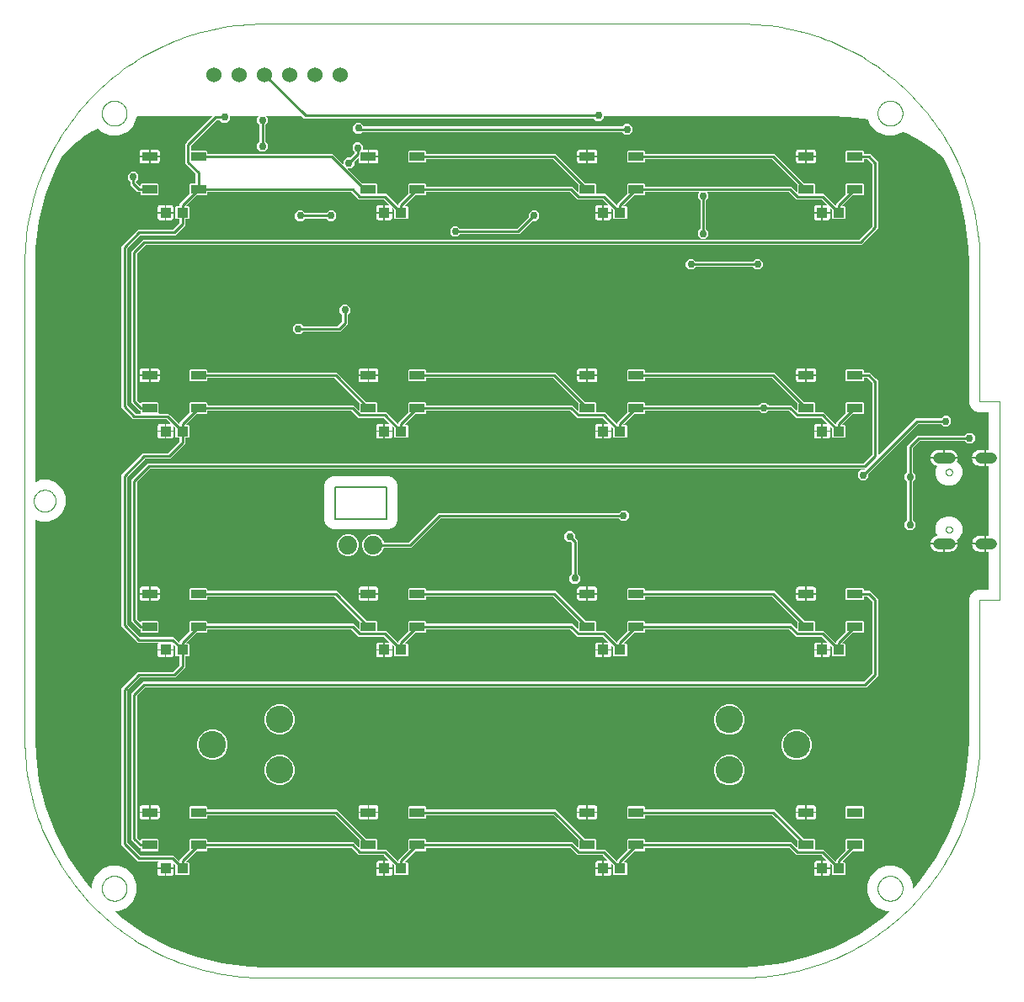
<source format=gtl>
G04 EAGLE Gerber RS-274X export*
G75*
%MOMM*%
%FSLAX34Y34*%
%LPD*%
%INtPads*%
%IPPOS*%
%AMOC8*
5,1,8,0,0,1.08239X$1,22.5*%
G01*
%ADD10C,0.076200*%
%ADD11C,0.152400*%
%ADD12C,0.000000*%
%ADD13C,2.743200*%
%ADD14R,1.100000X1.000000*%
%ADD15C,1.108000*%
%ADD16C,1.879600*%
%ADD17R,1.500000X0.900000*%
%ADD18C,1.524000*%
%ADD19C,0.756400*%
%ADD20C,0.254000*%

G36*
X720005Y10543D02*
X720005Y10543D01*
X720012Y10542D01*
X733843Y10960D01*
X733858Y10964D01*
X733877Y10962D01*
X761338Y14297D01*
X761357Y14304D01*
X761383Y14305D01*
X788242Y20925D01*
X788260Y20934D01*
X788286Y20939D01*
X814151Y30748D01*
X814168Y30760D01*
X814193Y30767D01*
X838687Y43623D01*
X838703Y43636D01*
X838727Y43646D01*
X861493Y59361D01*
X861506Y59376D01*
X861529Y59389D01*
X869752Y66674D01*
X869774Y66705D01*
X869803Y66728D01*
X869823Y66775D01*
X869853Y66816D01*
X869858Y66853D01*
X869874Y66887D01*
X869872Y66937D01*
X869880Y66987D01*
X869868Y67022D01*
X869867Y67060D01*
X869843Y67104D01*
X869828Y67152D01*
X869802Y67179D01*
X869784Y67212D01*
X869743Y67241D01*
X869708Y67278D01*
X869673Y67290D01*
X869643Y67312D01*
X869581Y67324D01*
X869545Y67337D01*
X869525Y67334D01*
X869500Y67339D01*
X865492Y67339D01*
X857164Y70789D01*
X850789Y77164D01*
X847339Y85492D01*
X847339Y94508D01*
X850789Y102836D01*
X857164Y109211D01*
X865492Y112661D01*
X874508Y112661D01*
X882836Y109211D01*
X889211Y102836D01*
X892661Y94508D01*
X892661Y90500D01*
X892669Y90463D01*
X892668Y90426D01*
X892689Y90380D01*
X892700Y90331D01*
X892724Y90302D01*
X892739Y90268D01*
X892778Y90236D01*
X892810Y90197D01*
X892844Y90182D01*
X892873Y90158D01*
X892922Y90147D01*
X892969Y90126D01*
X893006Y90128D01*
X893042Y90119D01*
X893091Y90131D01*
X893142Y90133D01*
X893174Y90151D01*
X893211Y90159D01*
X893260Y90198D01*
X893294Y90216D01*
X893305Y90232D01*
X893326Y90248D01*
X900611Y98471D01*
X900621Y98489D01*
X900639Y98507D01*
X916354Y121273D01*
X916361Y121292D01*
X916377Y121313D01*
X929233Y145807D01*
X929238Y145826D01*
X929252Y145849D01*
X939061Y171714D01*
X939064Y171734D01*
X939075Y171758D01*
X945695Y198617D01*
X945695Y198637D01*
X945703Y198662D01*
X949038Y226123D01*
X949036Y226138D01*
X949040Y226157D01*
X949458Y239988D01*
X949457Y239993D01*
X949458Y240000D01*
X949458Y382097D01*
X951063Y385971D01*
X954029Y388937D01*
X957903Y390542D01*
X969078Y390542D01*
X969128Y390553D01*
X969179Y390555D01*
X969211Y390573D01*
X969247Y390581D01*
X969286Y390614D01*
X969331Y390638D01*
X969352Y390668D01*
X969380Y390691D01*
X969401Y390738D01*
X969431Y390780D01*
X969439Y390822D01*
X969451Y390850D01*
X969450Y390880D01*
X969458Y390922D01*
X969458Y428339D01*
X969447Y428389D01*
X969445Y428440D01*
X969427Y428472D01*
X969419Y428508D01*
X969386Y428547D01*
X969362Y428592D01*
X969332Y428613D01*
X969309Y428641D01*
X969262Y428662D01*
X969220Y428692D01*
X969178Y428700D01*
X969150Y428712D01*
X969120Y428711D01*
X969078Y428719D01*
X966761Y428719D01*
X966761Y436419D01*
X966750Y436469D01*
X966748Y436520D01*
X966730Y436552D01*
X966722Y436588D01*
X966689Y436627D01*
X966665Y436672D01*
X966635Y436693D01*
X966612Y436721D01*
X966565Y436742D01*
X966523Y436771D01*
X966481Y436780D01*
X966453Y436792D01*
X966423Y436791D01*
X966381Y436799D01*
X965999Y436799D01*
X965999Y436801D01*
X966381Y436801D01*
X966431Y436813D01*
X966482Y436814D01*
X966514Y436832D01*
X966550Y436840D01*
X966589Y436873D01*
X966634Y436897D01*
X966655Y436927D01*
X966683Y436951D01*
X966704Y436997D01*
X966734Y437039D01*
X966742Y437081D01*
X966754Y437109D01*
X966754Y437110D01*
X966753Y437139D01*
X966761Y437181D01*
X966761Y444881D01*
X969078Y444881D01*
X969128Y444892D01*
X969179Y444894D01*
X969211Y444912D01*
X969247Y444920D01*
X969286Y444953D01*
X969331Y444977D01*
X969352Y445007D01*
X969380Y445030D01*
X969401Y445077D01*
X969431Y445119D01*
X969439Y445161D01*
X969451Y445189D01*
X969450Y445219D01*
X969458Y445261D01*
X969458Y514739D01*
X969447Y514789D01*
X969445Y514840D01*
X969427Y514872D01*
X969419Y514908D01*
X969386Y514947D01*
X969362Y514992D01*
X969332Y515013D01*
X969309Y515041D01*
X969262Y515062D01*
X969220Y515092D01*
X969178Y515100D01*
X969150Y515112D01*
X969120Y515111D01*
X969078Y515119D01*
X966761Y515119D01*
X966761Y522819D01*
X966750Y522869D01*
X966748Y522920D01*
X966730Y522952D01*
X966722Y522988D01*
X966689Y523027D01*
X966665Y523072D01*
X966635Y523093D01*
X966612Y523121D01*
X966565Y523142D01*
X966523Y523171D01*
X966481Y523180D01*
X966453Y523192D01*
X966423Y523191D01*
X966381Y523199D01*
X965999Y523199D01*
X965999Y523201D01*
X966381Y523201D01*
X966431Y523213D01*
X966482Y523214D01*
X966514Y523232D01*
X966550Y523240D01*
X966589Y523273D01*
X966634Y523297D01*
X966655Y523327D01*
X966683Y523351D01*
X966704Y523397D01*
X966734Y523439D01*
X966742Y523481D01*
X966754Y523509D01*
X966753Y523539D01*
X966761Y523581D01*
X966761Y531281D01*
X969078Y531281D01*
X969128Y531292D01*
X969179Y531294D01*
X969211Y531312D01*
X969247Y531320D01*
X969286Y531353D01*
X969331Y531377D01*
X969352Y531407D01*
X969380Y531430D01*
X969401Y531477D01*
X969431Y531519D01*
X969439Y531561D01*
X969451Y531589D01*
X969450Y531619D01*
X969458Y531661D01*
X969458Y569078D01*
X969447Y569128D01*
X969445Y569179D01*
X969427Y569211D01*
X969419Y569247D01*
X969386Y569286D01*
X969362Y569331D01*
X969332Y569352D01*
X969309Y569380D01*
X969262Y569401D01*
X969220Y569431D01*
X969178Y569439D01*
X969150Y569451D01*
X969120Y569450D01*
X969078Y569458D01*
X957903Y569458D01*
X954029Y571063D01*
X951063Y574029D01*
X949458Y577903D01*
X949458Y720000D01*
X949457Y720005D01*
X949458Y720012D01*
X949040Y733843D01*
X949036Y733858D01*
X949038Y733877D01*
X945703Y761338D01*
X945696Y761357D01*
X945695Y761383D01*
X939075Y788242D01*
X939072Y788248D01*
X939072Y788254D01*
X939064Y788267D01*
X939061Y788286D01*
X929252Y814151D01*
X929240Y814168D01*
X929233Y814193D01*
X923325Y825449D01*
X923324Y825451D01*
X923324Y825453D01*
X923232Y825565D01*
X914088Y833157D01*
X914074Y833164D01*
X914060Y833179D01*
X901182Y842000D01*
X901167Y842006D01*
X901152Y842019D01*
X887515Y849615D01*
X887500Y849619D01*
X887483Y849630D01*
X883694Y851304D01*
X883628Y851316D01*
X883562Y851335D01*
X883543Y851332D01*
X883524Y851336D01*
X883459Y851317D01*
X883392Y851306D01*
X883374Y851293D01*
X883357Y851289D01*
X883328Y851263D01*
X883272Y851225D01*
X882836Y850789D01*
X874508Y847339D01*
X865492Y847339D01*
X857164Y850789D01*
X850789Y857164D01*
X848326Y863111D01*
X848314Y863127D01*
X848309Y863146D01*
X848264Y863197D01*
X848225Y863251D01*
X848207Y863261D01*
X848194Y863276D01*
X848097Y863319D01*
X848072Y863333D01*
X848067Y863333D01*
X848062Y863335D01*
X843141Y864493D01*
X843125Y864493D01*
X843106Y864499D01*
X827646Y866656D01*
X827630Y866654D01*
X827611Y866659D01*
X812018Y867380D01*
X812010Y867378D01*
X812000Y867380D01*
X582687Y867380D01*
X582637Y867369D01*
X582586Y867367D01*
X582554Y867349D01*
X582518Y867341D01*
X582479Y867308D01*
X582434Y867284D01*
X582413Y867254D01*
X582385Y867231D01*
X582364Y867184D01*
X582334Y867142D01*
X582326Y867100D01*
X582314Y867072D01*
X582315Y867042D01*
X582307Y867000D01*
X582307Y865502D01*
X579198Y862393D01*
X574802Y862393D01*
X572401Y864794D01*
X572337Y864834D01*
X572275Y864878D01*
X572263Y864880D01*
X572254Y864885D01*
X572217Y864889D01*
X572132Y864905D01*
X280942Y864905D01*
X279194Y866654D01*
X278579Y867269D01*
X278514Y867309D01*
X278452Y867353D01*
X278440Y867355D01*
X278432Y867360D01*
X278395Y867364D01*
X278310Y867380D01*
X243043Y867380D01*
X243017Y867374D01*
X242992Y867377D01*
X242934Y867355D01*
X242874Y867341D01*
X242854Y867324D01*
X242830Y867315D01*
X242788Y867270D01*
X242740Y867231D01*
X242730Y867207D01*
X242712Y867188D01*
X242695Y867129D01*
X242669Y867072D01*
X242670Y867047D01*
X242663Y867022D01*
X242674Y866961D01*
X242676Y866899D01*
X242688Y866877D01*
X242693Y866851D01*
X242741Y866780D01*
X242759Y866747D01*
X242767Y866741D01*
X242774Y866731D01*
X244307Y865198D01*
X244307Y860802D01*
X241906Y858401D01*
X241876Y858352D01*
X241873Y858350D01*
X241869Y858341D01*
X241866Y858337D01*
X241822Y858275D01*
X241820Y858263D01*
X241815Y858254D01*
X241811Y858217D01*
X241810Y858209D01*
X241802Y858191D01*
X241802Y858172D01*
X241795Y858132D01*
X241795Y841868D01*
X241812Y841794D01*
X241825Y841719D01*
X241832Y841709D01*
X241834Y841699D01*
X241858Y841670D01*
X241906Y841599D01*
X244307Y839198D01*
X244307Y834802D01*
X241198Y831693D01*
X236802Y831693D01*
X233693Y834802D01*
X233693Y839198D01*
X236094Y841599D01*
X236134Y841663D01*
X236178Y841725D01*
X236180Y841737D01*
X236185Y841746D01*
X236189Y841783D01*
X236205Y841868D01*
X236205Y858132D01*
X236193Y858185D01*
X236192Y858220D01*
X236183Y858236D01*
X236175Y858281D01*
X236168Y858291D01*
X236166Y858301D01*
X236142Y858330D01*
X236094Y858401D01*
X233693Y860802D01*
X233693Y865198D01*
X235226Y866731D01*
X235240Y866753D01*
X235260Y866769D01*
X235285Y866826D01*
X235318Y866878D01*
X235320Y866904D01*
X235331Y866928D01*
X235328Y866989D01*
X235334Y867051D01*
X235325Y867075D01*
X235324Y867101D01*
X235295Y867155D01*
X235273Y867213D01*
X235254Y867230D01*
X235241Y867253D01*
X235191Y867288D01*
X235145Y867330D01*
X235121Y867338D01*
X235100Y867353D01*
X235015Y867369D01*
X234979Y867380D01*
X234969Y867378D01*
X234957Y867380D01*
X206687Y867380D01*
X206637Y867369D01*
X206586Y867367D01*
X206554Y867349D01*
X206518Y867341D01*
X206479Y867308D01*
X206434Y867284D01*
X206413Y867254D01*
X206385Y867231D01*
X206364Y867184D01*
X206334Y867142D01*
X206326Y867100D01*
X206314Y867072D01*
X206315Y867042D01*
X206307Y867000D01*
X206307Y863802D01*
X203198Y860693D01*
X198802Y860693D01*
X196401Y863094D01*
X196337Y863134D01*
X196275Y863178D01*
X196263Y863180D01*
X196254Y863185D01*
X196217Y863189D01*
X196132Y863205D01*
X193315Y863205D01*
X193241Y863188D01*
X193166Y863175D01*
X193156Y863168D01*
X193146Y863166D01*
X193118Y863142D01*
X193046Y863094D01*
X167112Y837160D01*
X167072Y837095D01*
X167028Y837033D01*
X167026Y837021D01*
X167021Y837013D01*
X167017Y836976D01*
X167001Y836891D01*
X167001Y832905D01*
X167012Y832855D01*
X167014Y832804D01*
X167032Y832772D01*
X167040Y832736D01*
X167073Y832697D01*
X167097Y832652D01*
X167127Y832631D01*
X167150Y832603D01*
X167197Y832582D01*
X167239Y832552D01*
X167281Y832544D01*
X167309Y832532D01*
X167339Y832533D01*
X167381Y832525D01*
X182632Y832525D01*
X183525Y831632D01*
X183525Y829675D01*
X183536Y829625D01*
X183538Y829574D01*
X183556Y829542D01*
X183564Y829506D01*
X183597Y829467D01*
X183621Y829422D01*
X183651Y829401D01*
X183674Y829373D01*
X183721Y829352D01*
X183763Y829322D01*
X183805Y829314D01*
X183833Y829302D01*
X183863Y829303D01*
X183905Y829295D01*
X309658Y829295D01*
X320044Y818908D01*
X320066Y818895D01*
X320082Y818875D01*
X320139Y818849D01*
X320191Y818817D01*
X320217Y818814D01*
X320241Y818804D01*
X320302Y818806D01*
X320364Y818800D01*
X320388Y818809D01*
X320414Y818810D01*
X320468Y818840D01*
X320526Y818862D01*
X320543Y818881D01*
X320566Y818893D01*
X320601Y818944D01*
X320643Y818989D01*
X320651Y819014D01*
X320666Y819035D01*
X320682Y819119D01*
X320693Y819155D01*
X320691Y819165D01*
X320693Y819177D01*
X320693Y822198D01*
X323802Y825307D01*
X327197Y825307D01*
X327271Y825324D01*
X327346Y825337D01*
X327356Y825344D01*
X327366Y825346D01*
X327394Y825370D01*
X327466Y825418D01*
X331842Y829794D01*
X331882Y829859D01*
X331926Y829921D01*
X331928Y829933D01*
X331933Y829942D01*
X331937Y829979D01*
X331953Y830063D01*
X331953Y830384D01*
X331941Y830439D01*
X331940Y830461D01*
X331933Y830473D01*
X331923Y830533D01*
X331916Y830543D01*
X331914Y830553D01*
X331890Y830582D01*
X331842Y830653D01*
X329441Y833054D01*
X329441Y837450D01*
X332550Y840559D01*
X336946Y840559D01*
X340055Y837450D01*
X340055Y833921D01*
X340066Y833871D01*
X340068Y833820D01*
X340086Y833788D01*
X340094Y833752D01*
X340127Y833713D01*
X340151Y833668D01*
X340181Y833647D01*
X340205Y833619D01*
X340251Y833598D01*
X340293Y833568D01*
X340335Y833560D01*
X340363Y833548D01*
X340393Y833549D01*
X340435Y833541D01*
X344739Y833541D01*
X344739Y826881D01*
X344750Y826831D01*
X344752Y826780D01*
X344770Y826748D01*
X344778Y826712D01*
X344811Y826673D01*
X344835Y826628D01*
X344865Y826607D01*
X344888Y826579D01*
X344935Y826558D01*
X344977Y826528D01*
X345019Y826520D01*
X345047Y826508D01*
X345077Y826509D01*
X345119Y826501D01*
X345501Y826501D01*
X345501Y826499D01*
X345119Y826499D01*
X345069Y826488D01*
X345018Y826486D01*
X344986Y826468D01*
X344950Y826460D01*
X344911Y826427D01*
X344866Y826403D01*
X344845Y826373D01*
X344817Y826349D01*
X344796Y826303D01*
X344766Y826261D01*
X344758Y826219D01*
X344746Y826191D01*
X344747Y826161D01*
X344739Y826119D01*
X344739Y819459D01*
X337665Y819459D01*
X337019Y819632D01*
X336440Y819967D01*
X335967Y820440D01*
X335632Y821019D01*
X335459Y821665D01*
X335459Y824589D01*
X335453Y824614D01*
X335456Y824640D01*
X335434Y824697D01*
X335420Y824758D01*
X335403Y824778D01*
X335394Y824802D01*
X335349Y824844D01*
X335310Y824891D01*
X335286Y824902D01*
X335267Y824919D01*
X335208Y824937D01*
X335151Y824962D01*
X335126Y824961D01*
X335101Y824969D01*
X335040Y824958D01*
X334978Y824956D01*
X334956Y824943D01*
X334930Y824939D01*
X334859Y824891D01*
X334826Y824873D01*
X334820Y824865D01*
X334810Y824858D01*
X331418Y821466D01*
X331378Y821401D01*
X331334Y821339D01*
X331332Y821327D01*
X331327Y821319D01*
X331323Y821282D01*
X331307Y821197D01*
X331307Y817802D01*
X328198Y814693D01*
X325177Y814693D01*
X325152Y814687D01*
X325126Y814690D01*
X325069Y814668D01*
X325008Y814654D01*
X324988Y814637D01*
X324964Y814628D01*
X324922Y814583D01*
X324875Y814544D01*
X324864Y814520D01*
X324847Y814501D01*
X324829Y814442D01*
X324804Y814385D01*
X324805Y814360D01*
X324797Y814335D01*
X324808Y814274D01*
X324810Y814212D01*
X324823Y814190D01*
X324827Y814164D01*
X324875Y814093D01*
X324893Y814060D01*
X324901Y814054D01*
X324908Y814044D01*
X339316Y799636D01*
X339381Y799596D01*
X339443Y799552D01*
X339455Y799550D01*
X339463Y799545D01*
X339500Y799541D01*
X339585Y799525D01*
X353632Y799525D01*
X354525Y798632D01*
X354525Y789381D01*
X354536Y789331D01*
X354538Y789280D01*
X354556Y789248D01*
X354564Y789212D01*
X354597Y789173D01*
X354621Y789128D01*
X354651Y789107D01*
X354674Y789079D01*
X354721Y789058D01*
X354763Y789028D01*
X354805Y789020D01*
X354833Y789008D01*
X354863Y789009D01*
X354905Y789001D01*
X363452Y789001D01*
X375056Y777396D01*
X375078Y777383D01*
X375094Y777363D01*
X375151Y777337D01*
X375203Y777305D01*
X375229Y777302D01*
X375253Y777292D01*
X375314Y777294D01*
X375376Y777288D01*
X375400Y777297D01*
X375426Y777298D01*
X375480Y777328D01*
X375538Y777350D01*
X375555Y777369D01*
X375578Y777381D01*
X375613Y777432D01*
X375655Y777477D01*
X375663Y777502D01*
X375678Y777523D01*
X375694Y777607D01*
X375705Y777643D01*
X375703Y777653D01*
X375705Y777665D01*
X375705Y778658D01*
X385364Y788316D01*
X385404Y788381D01*
X385448Y788443D01*
X385450Y788455D01*
X385455Y788463D01*
X385459Y788500D01*
X385475Y788585D01*
X385475Y798632D01*
X386368Y799525D01*
X402632Y799525D01*
X403525Y798632D01*
X403525Y796675D01*
X403536Y796625D01*
X403538Y796574D01*
X403556Y796542D01*
X403564Y796506D01*
X403597Y796467D01*
X403621Y796422D01*
X403651Y796401D01*
X403674Y796373D01*
X403721Y796352D01*
X403763Y796322D01*
X403805Y796314D01*
X403833Y796302D01*
X403863Y796303D01*
X403905Y796295D01*
X550706Y796295D01*
X555826Y791175D01*
X555848Y791161D01*
X555864Y791141D01*
X555921Y791116D01*
X555973Y791084D01*
X555999Y791081D01*
X556023Y791070D01*
X556084Y791073D01*
X556146Y791067D01*
X556170Y791076D01*
X556196Y791077D01*
X556250Y791107D01*
X556308Y791129D01*
X556325Y791148D01*
X556348Y791160D01*
X556383Y791210D01*
X556425Y791256D01*
X556433Y791280D01*
X556448Y791302D01*
X556464Y791386D01*
X556475Y791422D01*
X556473Y791432D01*
X556475Y791444D01*
X556475Y798415D01*
X556458Y798489D01*
X556457Y798520D01*
X556450Y798532D01*
X556445Y798564D01*
X556438Y798574D01*
X556436Y798584D01*
X556412Y798612D01*
X556385Y798652D01*
X556374Y798673D01*
X556369Y798676D01*
X556364Y798684D01*
X531454Y823594D01*
X531389Y823634D01*
X531327Y823678D01*
X531315Y823680D01*
X531307Y823685D01*
X531270Y823689D01*
X531185Y823705D01*
X403905Y823705D01*
X403855Y823694D01*
X403804Y823692D01*
X403772Y823674D01*
X403736Y823666D01*
X403697Y823633D01*
X403652Y823609D01*
X403631Y823579D01*
X403603Y823556D01*
X403582Y823509D01*
X403552Y823467D01*
X403544Y823425D01*
X403532Y823397D01*
X403533Y823367D01*
X403525Y823325D01*
X403525Y821368D01*
X402632Y820475D01*
X386368Y820475D01*
X385475Y821368D01*
X385475Y831632D01*
X386368Y832525D01*
X402632Y832525D01*
X403525Y831632D01*
X403525Y829675D01*
X403536Y829625D01*
X403538Y829574D01*
X403556Y829542D01*
X403564Y829506D01*
X403597Y829467D01*
X403621Y829422D01*
X403651Y829401D01*
X403674Y829373D01*
X403721Y829352D01*
X403763Y829322D01*
X403805Y829314D01*
X403833Y829302D01*
X403863Y829303D01*
X403905Y829295D01*
X533658Y829295D01*
X563316Y799636D01*
X563381Y799596D01*
X563443Y799552D01*
X563455Y799550D01*
X563463Y799545D01*
X563500Y799541D01*
X563585Y799525D01*
X573632Y799525D01*
X574525Y798632D01*
X574525Y789381D01*
X574536Y789331D01*
X574538Y789280D01*
X574556Y789248D01*
X574564Y789212D01*
X574597Y789173D01*
X574621Y789128D01*
X574651Y789107D01*
X574674Y789079D01*
X574721Y789058D01*
X574763Y789028D01*
X574805Y789020D01*
X574833Y789008D01*
X574863Y789009D01*
X574905Y789001D01*
X583452Y789001D01*
X585200Y787252D01*
X595056Y777396D01*
X595078Y777383D01*
X595094Y777363D01*
X595151Y777337D01*
X595203Y777305D01*
X595229Y777302D01*
X595253Y777292D01*
X595314Y777294D01*
X595376Y777288D01*
X595400Y777297D01*
X595426Y777298D01*
X595480Y777328D01*
X595538Y777350D01*
X595555Y777369D01*
X595578Y777381D01*
X595613Y777432D01*
X595655Y777477D01*
X595663Y777502D01*
X595678Y777523D01*
X595694Y777607D01*
X595705Y777643D01*
X595703Y777653D01*
X595705Y777665D01*
X595705Y778658D01*
X605364Y788316D01*
X605404Y788381D01*
X605448Y788443D01*
X605450Y788455D01*
X605455Y788463D01*
X605459Y788500D01*
X605475Y788585D01*
X605475Y798632D01*
X606368Y799525D01*
X622632Y799525D01*
X623525Y798632D01*
X623525Y796675D01*
X623536Y796625D01*
X623538Y796574D01*
X623556Y796542D01*
X623564Y796506D01*
X623597Y796467D01*
X623621Y796422D01*
X623651Y796401D01*
X623674Y796373D01*
X623721Y796352D01*
X623763Y796322D01*
X623805Y796314D01*
X623833Y796302D01*
X623863Y796303D01*
X623905Y796295D01*
X770706Y796295D01*
X775826Y791175D01*
X775848Y791161D01*
X775864Y791141D01*
X775921Y791116D01*
X775973Y791084D01*
X775999Y791081D01*
X776023Y791070D01*
X776084Y791073D01*
X776146Y791067D01*
X776170Y791076D01*
X776196Y791077D01*
X776250Y791107D01*
X776308Y791129D01*
X776325Y791148D01*
X776348Y791160D01*
X776383Y791210D01*
X776425Y791256D01*
X776433Y791280D01*
X776448Y791302D01*
X776464Y791386D01*
X776475Y791422D01*
X776473Y791432D01*
X776475Y791444D01*
X776475Y798415D01*
X776458Y798488D01*
X776457Y798520D01*
X776450Y798532D01*
X776445Y798564D01*
X776438Y798574D01*
X776436Y798584D01*
X776412Y798612D01*
X776385Y798652D01*
X776374Y798673D01*
X776369Y798676D01*
X776364Y798684D01*
X751454Y823594D01*
X751389Y823634D01*
X751327Y823678D01*
X751315Y823680D01*
X751307Y823685D01*
X751270Y823689D01*
X751185Y823705D01*
X623905Y823705D01*
X623855Y823694D01*
X623804Y823692D01*
X623772Y823674D01*
X623736Y823666D01*
X623697Y823633D01*
X623652Y823609D01*
X623631Y823579D01*
X623603Y823556D01*
X623582Y823509D01*
X623552Y823467D01*
X623544Y823425D01*
X623532Y823397D01*
X623533Y823367D01*
X623525Y823325D01*
X623525Y821368D01*
X622632Y820475D01*
X606368Y820475D01*
X605475Y821368D01*
X605475Y831632D01*
X606368Y832525D01*
X622632Y832525D01*
X623525Y831632D01*
X623525Y829675D01*
X623536Y829625D01*
X623538Y829574D01*
X623556Y829542D01*
X623564Y829506D01*
X623597Y829467D01*
X623621Y829422D01*
X623651Y829401D01*
X623674Y829373D01*
X623721Y829352D01*
X623763Y829322D01*
X623805Y829314D01*
X623833Y829302D01*
X623863Y829303D01*
X623905Y829295D01*
X753658Y829295D01*
X783316Y799636D01*
X783381Y799596D01*
X783443Y799552D01*
X783455Y799550D01*
X783463Y799545D01*
X783500Y799541D01*
X783585Y799525D01*
X793632Y799525D01*
X794525Y798632D01*
X794525Y789381D01*
X794536Y789331D01*
X794538Y789280D01*
X794556Y789248D01*
X794564Y789212D01*
X794597Y789173D01*
X794621Y789128D01*
X794651Y789107D01*
X794674Y789079D01*
X794721Y789058D01*
X794763Y789028D01*
X794805Y789020D01*
X794833Y789008D01*
X794863Y789009D01*
X794905Y789001D01*
X803452Y789001D01*
X805200Y787252D01*
X815056Y777396D01*
X815078Y777383D01*
X815094Y777363D01*
X815151Y777337D01*
X815203Y777305D01*
X815229Y777302D01*
X815253Y777292D01*
X815314Y777294D01*
X815376Y777288D01*
X815400Y777297D01*
X815426Y777298D01*
X815480Y777328D01*
X815538Y777350D01*
X815555Y777369D01*
X815578Y777381D01*
X815613Y777432D01*
X815655Y777477D01*
X815663Y777502D01*
X815678Y777523D01*
X815694Y777607D01*
X815705Y777643D01*
X815703Y777653D01*
X815705Y777665D01*
X815705Y778658D01*
X825364Y788316D01*
X825404Y788381D01*
X825448Y788443D01*
X825450Y788455D01*
X825455Y788463D01*
X825459Y788500D01*
X825475Y788585D01*
X825475Y798632D01*
X826368Y799525D01*
X842632Y799525D01*
X843525Y798632D01*
X843525Y788368D01*
X842632Y787475D01*
X832585Y787475D01*
X832511Y787458D01*
X832436Y787445D01*
X832426Y787438D01*
X832416Y787436D01*
X832388Y787412D01*
X832316Y787364D01*
X822126Y777174D01*
X822113Y777152D01*
X822093Y777136D01*
X822067Y777079D01*
X822035Y777027D01*
X822032Y777001D01*
X822022Y776977D01*
X822024Y776916D01*
X822018Y776854D01*
X822027Y776830D01*
X822028Y776804D01*
X822058Y776750D01*
X822080Y776692D01*
X822099Y776675D01*
X822111Y776652D01*
X822162Y776617D01*
X822207Y776575D01*
X822232Y776567D01*
X822253Y776552D01*
X822337Y776536D01*
X822373Y776525D01*
X822383Y776527D01*
X822395Y776525D01*
X824632Y776525D01*
X825525Y775632D01*
X825525Y764368D01*
X824632Y763475D01*
X812368Y763475D01*
X811475Y764368D01*
X811475Y772915D01*
X811458Y772989D01*
X811445Y773064D01*
X811438Y773074D01*
X811436Y773084D01*
X811412Y773112D01*
X811364Y773184D01*
X810190Y774358D01*
X810168Y774371D01*
X810152Y774391D01*
X810099Y774415D01*
X810068Y774436D01*
X810061Y774438D01*
X810043Y774449D01*
X810017Y774452D01*
X809993Y774462D01*
X809945Y774460D01*
X809926Y774464D01*
X809921Y774464D01*
X809912Y774462D01*
X809870Y774466D01*
X809846Y774457D01*
X809820Y774456D01*
X809771Y774429D01*
X809752Y774425D01*
X809744Y774418D01*
X809708Y774404D01*
X809691Y774385D01*
X809668Y774373D01*
X809638Y774331D01*
X809619Y774314D01*
X809613Y774301D01*
X809591Y774277D01*
X809583Y774252D01*
X809568Y774231D01*
X809558Y774180D01*
X809548Y774156D01*
X809549Y774135D01*
X809541Y774111D01*
X809543Y774101D01*
X809541Y774089D01*
X809541Y770761D01*
X802261Y770761D01*
X802261Y777541D01*
X806089Y777541D01*
X806114Y777547D01*
X806140Y777544D01*
X806197Y777566D01*
X806258Y777580D01*
X806278Y777597D01*
X806302Y777606D01*
X806344Y777651D01*
X806391Y777690D01*
X806402Y777714D01*
X806419Y777733D01*
X806437Y777792D01*
X806462Y777849D01*
X806461Y777874D01*
X806469Y777899D01*
X806458Y777960D01*
X806456Y778022D01*
X806443Y778044D01*
X806439Y778070D01*
X806391Y778141D01*
X806373Y778174D01*
X806365Y778180D01*
X806358Y778190D01*
X801248Y783300D01*
X801183Y783340D01*
X801121Y783384D01*
X801109Y783386D01*
X801101Y783391D01*
X801064Y783395D01*
X800979Y783411D01*
X775685Y783411D01*
X773937Y785160D01*
X768502Y790594D01*
X768438Y790634D01*
X768376Y790678D01*
X768364Y790680D01*
X768355Y790685D01*
X768318Y790689D01*
X768234Y790705D01*
X686642Y790705D01*
X686616Y790699D01*
X686591Y790702D01*
X686533Y790680D01*
X686473Y790666D01*
X686453Y790649D01*
X686429Y790640D01*
X686387Y790595D01*
X686339Y790556D01*
X686329Y790532D01*
X686311Y790513D01*
X686294Y790454D01*
X686268Y790397D01*
X686269Y790372D01*
X686262Y790347D01*
X686273Y790286D01*
X686275Y790224D01*
X686287Y790202D01*
X686292Y790176D01*
X686340Y790105D01*
X686358Y790072D01*
X686366Y790066D01*
X686373Y790056D01*
X687307Y789122D01*
X687307Y784726D01*
X684906Y782325D01*
X684895Y782308D01*
X684885Y782300D01*
X684872Y782271D01*
X684866Y782261D01*
X684822Y782199D01*
X684820Y782187D01*
X684815Y782178D01*
X684811Y782141D01*
X684795Y782056D01*
X684795Y753868D01*
X684812Y753794D01*
X684825Y753719D01*
X684832Y753709D01*
X684834Y753699D01*
X684858Y753670D01*
X684906Y753599D01*
X687307Y751198D01*
X687307Y746802D01*
X684198Y743693D01*
X679802Y743693D01*
X676693Y746802D01*
X676693Y751198D01*
X679094Y753599D01*
X679134Y753663D01*
X679178Y753725D01*
X679180Y753737D01*
X679185Y753746D01*
X679189Y753783D01*
X679205Y753868D01*
X679205Y782056D01*
X679188Y782130D01*
X679175Y782205D01*
X679168Y782215D01*
X679166Y782225D01*
X679142Y782254D01*
X679097Y782321D01*
X679096Y782322D01*
X679094Y782325D01*
X676693Y784726D01*
X676693Y789122D01*
X677627Y790056D01*
X677641Y790078D01*
X677661Y790094D01*
X677686Y790151D01*
X677719Y790203D01*
X677721Y790229D01*
X677732Y790253D01*
X677729Y790314D01*
X677735Y790376D01*
X677726Y790400D01*
X677725Y790426D01*
X677696Y790480D01*
X677674Y790538D01*
X677655Y790555D01*
X677642Y790578D01*
X677592Y790613D01*
X677547Y790655D01*
X677522Y790663D01*
X677501Y790678D01*
X677416Y790694D01*
X677380Y790705D01*
X677370Y790703D01*
X677358Y790705D01*
X623905Y790705D01*
X623855Y790694D01*
X623804Y790692D01*
X623772Y790674D01*
X623736Y790666D01*
X623697Y790633D01*
X623652Y790609D01*
X623631Y790579D01*
X623603Y790556D01*
X623582Y790509D01*
X623552Y790467D01*
X623544Y790425D01*
X623532Y790397D01*
X623533Y790367D01*
X623525Y790325D01*
X623525Y788368D01*
X622632Y787475D01*
X612585Y787475D01*
X612511Y787458D01*
X612436Y787445D01*
X612426Y787438D01*
X612416Y787436D01*
X612388Y787412D01*
X612316Y787364D01*
X602126Y777174D01*
X602113Y777152D01*
X602093Y777136D01*
X602067Y777079D01*
X602035Y777027D01*
X602032Y777001D01*
X602022Y776977D01*
X602024Y776916D01*
X602018Y776854D01*
X602027Y776830D01*
X602028Y776804D01*
X602058Y776750D01*
X602080Y776692D01*
X602099Y776675D01*
X602111Y776652D01*
X602162Y776617D01*
X602207Y776575D01*
X602232Y776567D01*
X602253Y776552D01*
X602337Y776536D01*
X602373Y776525D01*
X602383Y776527D01*
X602395Y776525D01*
X604632Y776525D01*
X605525Y775632D01*
X605525Y764368D01*
X604632Y763475D01*
X592368Y763475D01*
X591475Y764368D01*
X591475Y772915D01*
X591458Y772989D01*
X591445Y773064D01*
X591438Y773074D01*
X591436Y773084D01*
X591412Y773112D01*
X591364Y773184D01*
X590190Y774358D01*
X590168Y774371D01*
X590152Y774391D01*
X590099Y774415D01*
X590068Y774436D01*
X590061Y774438D01*
X590043Y774449D01*
X590017Y774452D01*
X589993Y774462D01*
X589945Y774460D01*
X589926Y774464D01*
X589921Y774464D01*
X589912Y774462D01*
X589870Y774466D01*
X589846Y774457D01*
X589820Y774456D01*
X589771Y774429D01*
X589752Y774425D01*
X589744Y774418D01*
X589708Y774404D01*
X589691Y774385D01*
X589668Y774373D01*
X589638Y774331D01*
X589619Y774314D01*
X589613Y774301D01*
X589591Y774277D01*
X589583Y774252D01*
X589568Y774231D01*
X589558Y774180D01*
X589548Y774156D01*
X589549Y774135D01*
X589541Y774111D01*
X589543Y774101D01*
X589541Y774089D01*
X589541Y770761D01*
X582261Y770761D01*
X582261Y777541D01*
X586089Y777541D01*
X586114Y777547D01*
X586140Y777544D01*
X586197Y777566D01*
X586258Y777580D01*
X586278Y777597D01*
X586302Y777606D01*
X586344Y777651D01*
X586391Y777690D01*
X586402Y777714D01*
X586419Y777733D01*
X586437Y777792D01*
X586462Y777849D01*
X586461Y777874D01*
X586469Y777899D01*
X586458Y777960D01*
X586456Y778022D01*
X586443Y778044D01*
X586439Y778070D01*
X586391Y778141D01*
X586373Y778174D01*
X586365Y778180D01*
X586358Y778190D01*
X581248Y783300D01*
X581183Y783340D01*
X581121Y783384D01*
X581109Y783386D01*
X581101Y783391D01*
X581064Y783395D01*
X580979Y783411D01*
X555685Y783411D01*
X553937Y785160D01*
X548502Y790594D01*
X548438Y790634D01*
X548376Y790678D01*
X548364Y790680D01*
X548355Y790685D01*
X548318Y790689D01*
X548234Y790705D01*
X403905Y790705D01*
X403855Y790694D01*
X403804Y790692D01*
X403772Y790674D01*
X403736Y790666D01*
X403697Y790633D01*
X403652Y790609D01*
X403631Y790579D01*
X403603Y790556D01*
X403582Y790509D01*
X403552Y790467D01*
X403544Y790425D01*
X403532Y790397D01*
X403533Y790367D01*
X403525Y790325D01*
X403525Y788368D01*
X402632Y787475D01*
X392585Y787475D01*
X392511Y787458D01*
X392436Y787445D01*
X392426Y787438D01*
X392416Y787436D01*
X392388Y787412D01*
X392316Y787364D01*
X382126Y777174D01*
X382113Y777152D01*
X382093Y777136D01*
X382067Y777079D01*
X382035Y777027D01*
X382032Y777001D01*
X382022Y776977D01*
X382024Y776916D01*
X382018Y776854D01*
X382027Y776830D01*
X382028Y776804D01*
X382058Y776750D01*
X382080Y776692D01*
X382099Y776675D01*
X382111Y776652D01*
X382162Y776617D01*
X382207Y776575D01*
X382232Y776567D01*
X382253Y776552D01*
X382337Y776536D01*
X382373Y776525D01*
X382383Y776527D01*
X382395Y776525D01*
X384632Y776525D01*
X385525Y775632D01*
X385525Y764368D01*
X384632Y763475D01*
X372368Y763475D01*
X371475Y764368D01*
X371475Y772915D01*
X371458Y772989D01*
X371445Y773064D01*
X371438Y773074D01*
X371436Y773084D01*
X371412Y773112D01*
X371364Y773184D01*
X370190Y774358D01*
X370168Y774371D01*
X370152Y774391D01*
X370099Y774415D01*
X370068Y774436D01*
X370061Y774438D01*
X370043Y774449D01*
X370017Y774452D01*
X369993Y774462D01*
X369945Y774460D01*
X369926Y774464D01*
X369921Y774464D01*
X369912Y774462D01*
X369870Y774466D01*
X369846Y774457D01*
X369820Y774456D01*
X369771Y774429D01*
X369752Y774425D01*
X369744Y774418D01*
X369708Y774404D01*
X369691Y774385D01*
X369668Y774373D01*
X369638Y774331D01*
X369619Y774314D01*
X369613Y774301D01*
X369591Y774277D01*
X369583Y774252D01*
X369568Y774231D01*
X369558Y774180D01*
X369548Y774156D01*
X369549Y774135D01*
X369541Y774111D01*
X369543Y774101D01*
X369541Y774089D01*
X369541Y770761D01*
X362261Y770761D01*
X362261Y777541D01*
X366089Y777541D01*
X366114Y777547D01*
X366140Y777544D01*
X366197Y777566D01*
X366258Y777580D01*
X366278Y777597D01*
X366302Y777606D01*
X366344Y777651D01*
X366391Y777690D01*
X366402Y777714D01*
X366419Y777733D01*
X366437Y777792D01*
X366462Y777848D01*
X366461Y777874D01*
X366469Y777899D01*
X366458Y777960D01*
X366456Y778022D01*
X366443Y778044D01*
X366439Y778070D01*
X366391Y778141D01*
X366373Y778174D01*
X366365Y778180D01*
X366358Y778190D01*
X361248Y783300D01*
X361183Y783340D01*
X361121Y783384D01*
X361109Y783386D01*
X361101Y783391D01*
X361064Y783395D01*
X360979Y783411D01*
X335685Y783411D01*
X328502Y790594D01*
X328438Y790634D01*
X328376Y790678D01*
X328364Y790680D01*
X328355Y790685D01*
X328318Y790689D01*
X328234Y790705D01*
X183905Y790705D01*
X183855Y790694D01*
X183804Y790692D01*
X183772Y790674D01*
X183736Y790666D01*
X183697Y790633D01*
X183652Y790609D01*
X183631Y790579D01*
X183603Y790556D01*
X183582Y790509D01*
X183552Y790467D01*
X183544Y790425D01*
X183532Y790397D01*
X183533Y790367D01*
X183525Y790325D01*
X183525Y788368D01*
X182632Y787475D01*
X172585Y787475D01*
X172511Y787458D01*
X172436Y787445D01*
X172426Y787438D01*
X172416Y787436D01*
X172388Y787412D01*
X172316Y787364D01*
X162126Y777174D01*
X162113Y777152D01*
X162093Y777136D01*
X162067Y777079D01*
X162035Y777027D01*
X162032Y777001D01*
X162022Y776977D01*
X162024Y776916D01*
X162018Y776854D01*
X162027Y776830D01*
X162028Y776804D01*
X162058Y776750D01*
X162080Y776692D01*
X162099Y776675D01*
X162111Y776652D01*
X162162Y776617D01*
X162207Y776575D01*
X162232Y776567D01*
X162253Y776552D01*
X162337Y776536D01*
X162373Y776525D01*
X162383Y776527D01*
X162395Y776525D01*
X164632Y776525D01*
X165525Y775632D01*
X165525Y764368D01*
X164632Y763475D01*
X161675Y763475D01*
X161625Y763464D01*
X161574Y763462D01*
X161542Y763444D01*
X161506Y763436D01*
X161467Y763403D01*
X161422Y763379D01*
X161401Y763349D01*
X161373Y763326D01*
X161352Y763279D01*
X161322Y763237D01*
X161314Y763195D01*
X161302Y763167D01*
X161303Y763137D01*
X161295Y763095D01*
X161295Y757342D01*
X152906Y748954D01*
X151158Y747205D01*
X116315Y747205D01*
X116241Y747188D01*
X116166Y747175D01*
X116156Y747168D01*
X116146Y747166D01*
X116118Y747142D01*
X116046Y747094D01*
X102906Y733954D01*
X102866Y733889D01*
X102822Y733827D01*
X102820Y733815D01*
X102815Y733807D01*
X102811Y733770D01*
X102795Y733685D01*
X102795Y576315D01*
X102808Y576258D01*
X102808Y576253D01*
X102810Y576250D01*
X102812Y576241D01*
X102825Y576166D01*
X102832Y576156D01*
X102834Y576146D01*
X102858Y576118D01*
X102906Y576046D01*
X111046Y567906D01*
X111111Y567866D01*
X111173Y567822D01*
X111185Y567820D01*
X111193Y567815D01*
X111230Y567811D01*
X111315Y567795D01*
X116131Y567795D01*
X116156Y567801D01*
X116182Y567798D01*
X116240Y567820D01*
X116300Y567834D01*
X116320Y567851D01*
X116344Y567860D01*
X116386Y567905D01*
X116433Y567944D01*
X116444Y567968D01*
X116462Y567987D01*
X116479Y568046D01*
X116504Y568103D01*
X116503Y568128D01*
X116511Y568153D01*
X116500Y568214D01*
X116498Y568276D01*
X116485Y568298D01*
X116481Y568324D01*
X116475Y568332D01*
X116475Y570325D01*
X116464Y570375D01*
X116462Y570426D01*
X116444Y570458D01*
X116436Y570494D01*
X116403Y570533D01*
X116379Y570578D01*
X116349Y570599D01*
X116326Y570627D01*
X116279Y570648D01*
X116237Y570678D01*
X116195Y570686D01*
X116167Y570698D01*
X116137Y570697D01*
X116095Y570705D01*
X115342Y570705D01*
X107205Y578842D01*
X107205Y731158D01*
X118842Y742795D01*
X838685Y742795D01*
X838759Y742812D01*
X838834Y742825D01*
X838844Y742832D01*
X838854Y742834D01*
X838882Y742858D01*
X838954Y742906D01*
X852094Y756046D01*
X852134Y756111D01*
X852178Y756173D01*
X852180Y756185D01*
X852185Y756193D01*
X852189Y756230D01*
X852205Y756315D01*
X852205Y818685D01*
X852188Y818759D01*
X852175Y818834D01*
X852168Y818844D01*
X852166Y818854D01*
X852142Y818882D01*
X852094Y818954D01*
X847454Y823594D01*
X847389Y823634D01*
X847327Y823678D01*
X847315Y823680D01*
X847307Y823685D01*
X847270Y823689D01*
X847185Y823705D01*
X843905Y823705D01*
X843855Y823694D01*
X843804Y823692D01*
X843772Y823674D01*
X843736Y823666D01*
X843697Y823633D01*
X843652Y823609D01*
X843631Y823579D01*
X843603Y823556D01*
X843582Y823509D01*
X843552Y823467D01*
X843544Y823425D01*
X843532Y823397D01*
X843533Y823367D01*
X843525Y823325D01*
X843525Y821368D01*
X842632Y820475D01*
X826368Y820475D01*
X825475Y821368D01*
X825475Y831632D01*
X826368Y832525D01*
X842632Y832525D01*
X843525Y831632D01*
X843525Y829675D01*
X843536Y829625D01*
X843538Y829574D01*
X843556Y829542D01*
X843564Y829506D01*
X843597Y829467D01*
X843621Y829422D01*
X843651Y829401D01*
X843674Y829373D01*
X843721Y829352D01*
X843763Y829322D01*
X843805Y829314D01*
X843833Y829302D01*
X843863Y829303D01*
X843905Y829295D01*
X849658Y829295D01*
X857795Y821158D01*
X857795Y753842D01*
X841158Y737205D01*
X121315Y737205D01*
X121241Y737188D01*
X121166Y737175D01*
X121156Y737168D01*
X121146Y737166D01*
X121118Y737142D01*
X121046Y737094D01*
X112906Y728954D01*
X112866Y728889D01*
X112822Y728827D01*
X112820Y728815D01*
X112815Y728807D01*
X112811Y728770D01*
X112795Y728685D01*
X112795Y581315D01*
X112812Y581241D01*
X112825Y581166D01*
X112832Y581156D01*
X112834Y581146D01*
X112858Y581118D01*
X112906Y581046D01*
X115826Y578126D01*
X115848Y578113D01*
X115864Y578093D01*
X115921Y578067D01*
X115973Y578035D01*
X115999Y578032D01*
X116023Y578022D01*
X116084Y578024D01*
X116146Y578018D01*
X116170Y578027D01*
X116196Y578028D01*
X116250Y578058D01*
X116308Y578080D01*
X116325Y578099D01*
X116348Y578111D01*
X116383Y578162D01*
X116425Y578207D01*
X116433Y578232D01*
X116448Y578253D01*
X116464Y578337D01*
X116475Y578373D01*
X116473Y578383D01*
X116475Y578395D01*
X116475Y578632D01*
X117368Y579525D01*
X133632Y579525D01*
X134525Y578632D01*
X134525Y568322D01*
X134509Y568297D01*
X134506Y568271D01*
X134496Y568247D01*
X134498Y568186D01*
X134492Y568124D01*
X134501Y568100D01*
X134502Y568074D01*
X134532Y568020D01*
X134554Y567962D01*
X134573Y567945D01*
X134585Y567922D01*
X134635Y567887D01*
X134681Y567845D01*
X134706Y567837D01*
X134727Y567822D01*
X134811Y567806D01*
X134847Y567795D01*
X134857Y567797D01*
X134869Y567795D01*
X144658Y567795D01*
X146406Y566046D01*
X155056Y557396D01*
X155078Y557383D01*
X155094Y557363D01*
X155151Y557337D01*
X155203Y557305D01*
X155229Y557302D01*
X155253Y557292D01*
X155314Y557294D01*
X155376Y557288D01*
X155400Y557297D01*
X155426Y557298D01*
X155480Y557328D01*
X155538Y557350D01*
X155555Y557369D01*
X155578Y557381D01*
X155613Y557432D01*
X155655Y557477D01*
X155663Y557502D01*
X155678Y557523D01*
X155694Y557607D01*
X155705Y557643D01*
X155703Y557653D01*
X155705Y557665D01*
X155705Y558658D01*
X165364Y568316D01*
X165404Y568381D01*
X165448Y568443D01*
X165450Y568455D01*
X165455Y568463D01*
X165459Y568500D01*
X165475Y568585D01*
X165475Y578632D01*
X166368Y579525D01*
X182632Y579525D01*
X183525Y578632D01*
X183525Y576675D01*
X183536Y576625D01*
X183538Y576574D01*
X183556Y576542D01*
X183564Y576506D01*
X183597Y576467D01*
X183621Y576422D01*
X183651Y576401D01*
X183674Y576373D01*
X183721Y576352D01*
X183763Y576322D01*
X183805Y576314D01*
X183833Y576302D01*
X183863Y576303D01*
X183905Y576295D01*
X330706Y576295D01*
X335826Y571175D01*
X335848Y571161D01*
X335864Y571141D01*
X335921Y571116D01*
X335973Y571084D01*
X335999Y571081D01*
X336023Y571070D01*
X336084Y571073D01*
X336146Y571067D01*
X336170Y571076D01*
X336196Y571077D01*
X336250Y571107D01*
X336308Y571129D01*
X336325Y571148D01*
X336348Y571160D01*
X336383Y571210D01*
X336425Y571256D01*
X336433Y571280D01*
X336448Y571302D01*
X336464Y571386D01*
X336475Y571422D01*
X336473Y571432D01*
X336475Y571444D01*
X336475Y578415D01*
X336458Y578489D01*
X336445Y578564D01*
X336438Y578574D01*
X336436Y578584D01*
X336412Y578612D01*
X336364Y578684D01*
X311454Y603594D01*
X311389Y603634D01*
X311327Y603678D01*
X311315Y603680D01*
X311307Y603685D01*
X311270Y603689D01*
X311185Y603705D01*
X183905Y603705D01*
X183855Y603694D01*
X183804Y603692D01*
X183772Y603674D01*
X183736Y603666D01*
X183697Y603633D01*
X183652Y603609D01*
X183631Y603579D01*
X183603Y603556D01*
X183582Y603509D01*
X183552Y603467D01*
X183544Y603425D01*
X183532Y603397D01*
X183533Y603367D01*
X183525Y603325D01*
X183525Y601368D01*
X182632Y600475D01*
X166368Y600475D01*
X165475Y601368D01*
X165475Y611632D01*
X166368Y612525D01*
X182632Y612525D01*
X183525Y611632D01*
X183525Y609675D01*
X183536Y609625D01*
X183538Y609574D01*
X183556Y609542D01*
X183564Y609506D01*
X183597Y609467D01*
X183621Y609422D01*
X183651Y609401D01*
X183674Y609373D01*
X183721Y609352D01*
X183763Y609322D01*
X183805Y609314D01*
X183833Y609302D01*
X183863Y609303D01*
X183905Y609295D01*
X313658Y609295D01*
X343316Y579636D01*
X343381Y579596D01*
X343443Y579552D01*
X343455Y579550D01*
X343463Y579545D01*
X343500Y579541D01*
X343585Y579525D01*
X353632Y579525D01*
X354525Y578632D01*
X354525Y569381D01*
X354536Y569331D01*
X354538Y569280D01*
X354556Y569248D01*
X354564Y569212D01*
X354597Y569173D01*
X354621Y569128D01*
X354651Y569107D01*
X354674Y569079D01*
X354721Y569058D01*
X354763Y569028D01*
X354805Y569020D01*
X354833Y569008D01*
X354863Y569009D01*
X354905Y569001D01*
X363452Y569001D01*
X365200Y567252D01*
X375056Y557396D01*
X375078Y557383D01*
X375094Y557363D01*
X375151Y557337D01*
X375203Y557305D01*
X375229Y557302D01*
X375253Y557292D01*
X375314Y557294D01*
X375376Y557288D01*
X375400Y557297D01*
X375426Y557298D01*
X375480Y557328D01*
X375538Y557350D01*
X375555Y557369D01*
X375578Y557381D01*
X375613Y557432D01*
X375655Y557477D01*
X375663Y557502D01*
X375678Y557523D01*
X375694Y557607D01*
X375705Y557643D01*
X375703Y557653D01*
X375705Y557665D01*
X375705Y558658D01*
X385364Y568316D01*
X385404Y568381D01*
X385448Y568443D01*
X385450Y568455D01*
X385455Y568463D01*
X385459Y568500D01*
X385475Y568585D01*
X385475Y578632D01*
X386368Y579525D01*
X402632Y579525D01*
X403525Y578632D01*
X403525Y576675D01*
X403536Y576625D01*
X403538Y576574D01*
X403556Y576542D01*
X403564Y576506D01*
X403597Y576467D01*
X403621Y576422D01*
X403651Y576401D01*
X403674Y576373D01*
X403721Y576352D01*
X403763Y576322D01*
X403805Y576314D01*
X403833Y576302D01*
X403863Y576303D01*
X403905Y576295D01*
X550706Y576295D01*
X555826Y571175D01*
X555848Y571161D01*
X555864Y571141D01*
X555921Y571116D01*
X555973Y571084D01*
X555999Y571081D01*
X556023Y571070D01*
X556084Y571073D01*
X556146Y571067D01*
X556170Y571076D01*
X556196Y571077D01*
X556250Y571107D01*
X556308Y571129D01*
X556325Y571148D01*
X556348Y571160D01*
X556383Y571210D01*
X556425Y571256D01*
X556433Y571280D01*
X556448Y571302D01*
X556464Y571386D01*
X556475Y571422D01*
X556473Y571432D01*
X556475Y571444D01*
X556475Y578415D01*
X556458Y578489D01*
X556445Y578564D01*
X556438Y578574D01*
X556436Y578584D01*
X556412Y578612D01*
X556364Y578684D01*
X531454Y603594D01*
X531389Y603634D01*
X531327Y603678D01*
X531315Y603680D01*
X531307Y603685D01*
X531270Y603689D01*
X531185Y603705D01*
X403905Y603705D01*
X403855Y603694D01*
X403804Y603692D01*
X403772Y603674D01*
X403736Y603666D01*
X403697Y603633D01*
X403652Y603609D01*
X403631Y603579D01*
X403603Y603556D01*
X403582Y603509D01*
X403552Y603467D01*
X403544Y603425D01*
X403532Y603397D01*
X403533Y603367D01*
X403525Y603325D01*
X403525Y601368D01*
X402632Y600475D01*
X386368Y600475D01*
X385475Y601368D01*
X385475Y611632D01*
X386368Y612525D01*
X402632Y612525D01*
X403525Y611632D01*
X403525Y609675D01*
X403536Y609625D01*
X403538Y609574D01*
X403556Y609542D01*
X403564Y609506D01*
X403597Y609467D01*
X403621Y609422D01*
X403651Y609401D01*
X403674Y609373D01*
X403721Y609352D01*
X403763Y609322D01*
X403805Y609314D01*
X403833Y609302D01*
X403863Y609303D01*
X403905Y609295D01*
X533658Y609295D01*
X563316Y579636D01*
X563381Y579596D01*
X563443Y579552D01*
X563455Y579550D01*
X563463Y579545D01*
X563500Y579541D01*
X563585Y579525D01*
X573632Y579525D01*
X574525Y578632D01*
X574525Y569381D01*
X574536Y569331D01*
X574538Y569280D01*
X574556Y569248D01*
X574564Y569212D01*
X574597Y569173D01*
X574621Y569128D01*
X574651Y569107D01*
X574674Y569079D01*
X574721Y569058D01*
X574763Y569028D01*
X574805Y569020D01*
X574833Y569008D01*
X574863Y569009D01*
X574905Y569001D01*
X583452Y569001D01*
X585200Y567252D01*
X595056Y557396D01*
X595078Y557383D01*
X595094Y557363D01*
X595151Y557337D01*
X595203Y557305D01*
X595229Y557302D01*
X595253Y557292D01*
X595314Y557294D01*
X595376Y557288D01*
X595400Y557297D01*
X595426Y557298D01*
X595480Y557328D01*
X595538Y557350D01*
X595555Y557369D01*
X595578Y557381D01*
X595613Y557432D01*
X595655Y557477D01*
X595663Y557502D01*
X595678Y557523D01*
X595694Y557607D01*
X595705Y557643D01*
X595703Y557653D01*
X595705Y557665D01*
X595705Y558658D01*
X605364Y568316D01*
X605404Y568381D01*
X605448Y568443D01*
X605450Y568455D01*
X605455Y568463D01*
X605459Y568500D01*
X605475Y568585D01*
X605475Y578632D01*
X606368Y579525D01*
X622632Y579525D01*
X623525Y578632D01*
X623525Y576675D01*
X623536Y576625D01*
X623538Y576574D01*
X623556Y576542D01*
X623564Y576506D01*
X623597Y576467D01*
X623621Y576422D01*
X623651Y576401D01*
X623674Y576373D01*
X623721Y576352D01*
X623763Y576322D01*
X623805Y576314D01*
X623833Y576302D01*
X623863Y576303D01*
X623905Y576295D01*
X738132Y576295D01*
X738206Y576312D01*
X738281Y576325D01*
X738291Y576332D01*
X738301Y576334D01*
X738330Y576358D01*
X738401Y576406D01*
X740802Y578807D01*
X745198Y578807D01*
X747599Y576406D01*
X747663Y576366D01*
X747725Y576322D01*
X747737Y576320D01*
X747746Y576315D01*
X747783Y576311D01*
X747868Y576295D01*
X770706Y576295D01*
X775826Y571175D01*
X775848Y571161D01*
X775864Y571141D01*
X775921Y571116D01*
X775973Y571084D01*
X775999Y571081D01*
X776023Y571070D01*
X776084Y571073D01*
X776146Y571067D01*
X776170Y571076D01*
X776196Y571077D01*
X776250Y571107D01*
X776308Y571129D01*
X776325Y571148D01*
X776348Y571160D01*
X776383Y571210D01*
X776425Y571256D01*
X776433Y571280D01*
X776448Y571302D01*
X776464Y571386D01*
X776475Y571422D01*
X776473Y571432D01*
X776475Y571444D01*
X776475Y578415D01*
X776458Y578489D01*
X776445Y578564D01*
X776438Y578574D01*
X776436Y578584D01*
X776412Y578612D01*
X776364Y578684D01*
X751454Y603594D01*
X751389Y603634D01*
X751327Y603678D01*
X751315Y603680D01*
X751307Y603685D01*
X751270Y603689D01*
X751185Y603705D01*
X623905Y603705D01*
X623855Y603694D01*
X623804Y603692D01*
X623772Y603674D01*
X623736Y603666D01*
X623697Y603633D01*
X623652Y603609D01*
X623631Y603579D01*
X623603Y603556D01*
X623582Y603509D01*
X623552Y603467D01*
X623544Y603425D01*
X623532Y603397D01*
X623533Y603367D01*
X623525Y603325D01*
X623525Y601368D01*
X622632Y600475D01*
X606368Y600475D01*
X605475Y601368D01*
X605475Y611632D01*
X606368Y612525D01*
X622632Y612525D01*
X623525Y611632D01*
X623525Y609675D01*
X623536Y609625D01*
X623538Y609574D01*
X623556Y609542D01*
X623564Y609506D01*
X623597Y609467D01*
X623621Y609422D01*
X623651Y609401D01*
X623674Y609373D01*
X623721Y609352D01*
X623763Y609322D01*
X623805Y609314D01*
X623833Y609302D01*
X623863Y609303D01*
X623905Y609295D01*
X753658Y609295D01*
X783316Y579636D01*
X783381Y579596D01*
X783443Y579552D01*
X783455Y579550D01*
X783463Y579545D01*
X783500Y579541D01*
X783585Y579525D01*
X793632Y579525D01*
X794525Y578632D01*
X794525Y569381D01*
X794536Y569331D01*
X794538Y569280D01*
X794556Y569248D01*
X794564Y569212D01*
X794597Y569173D01*
X794621Y569128D01*
X794651Y569107D01*
X794674Y569079D01*
X794721Y569058D01*
X794763Y569028D01*
X794805Y569020D01*
X794833Y569008D01*
X794863Y569009D01*
X794905Y569001D01*
X803452Y569001D01*
X805200Y567252D01*
X815056Y557396D01*
X815078Y557383D01*
X815094Y557363D01*
X815151Y557337D01*
X815203Y557305D01*
X815229Y557302D01*
X815253Y557292D01*
X815314Y557294D01*
X815376Y557288D01*
X815400Y557297D01*
X815426Y557298D01*
X815480Y557328D01*
X815538Y557350D01*
X815555Y557369D01*
X815578Y557381D01*
X815613Y557432D01*
X815655Y557477D01*
X815663Y557502D01*
X815678Y557523D01*
X815694Y557607D01*
X815705Y557643D01*
X815703Y557653D01*
X815705Y557665D01*
X815705Y558658D01*
X825364Y568316D01*
X825404Y568381D01*
X825448Y568443D01*
X825450Y568455D01*
X825455Y568463D01*
X825459Y568500D01*
X825475Y568585D01*
X825475Y578632D01*
X826368Y579525D01*
X842632Y579525D01*
X843525Y578632D01*
X843525Y568368D01*
X842632Y567475D01*
X832585Y567475D01*
X832511Y567458D01*
X832436Y567445D01*
X832426Y567438D01*
X832416Y567436D01*
X832388Y567412D01*
X832316Y567364D01*
X822126Y557174D01*
X822113Y557152D01*
X822093Y557136D01*
X822067Y557079D01*
X822035Y557027D01*
X822032Y557001D01*
X822022Y556977D01*
X822024Y556916D01*
X822018Y556854D01*
X822027Y556830D01*
X822028Y556804D01*
X822058Y556750D01*
X822080Y556692D01*
X822099Y556675D01*
X822111Y556652D01*
X822162Y556617D01*
X822207Y556575D01*
X822232Y556567D01*
X822253Y556552D01*
X822337Y556536D01*
X822373Y556525D01*
X822383Y556527D01*
X822395Y556525D01*
X824632Y556525D01*
X825525Y555632D01*
X825525Y544368D01*
X824632Y543475D01*
X812368Y543475D01*
X811475Y544368D01*
X811475Y552915D01*
X811458Y552989D01*
X811445Y553064D01*
X811438Y553074D01*
X811436Y553084D01*
X811412Y553112D01*
X811364Y553184D01*
X810190Y554358D01*
X810168Y554371D01*
X810152Y554391D01*
X810095Y554417D01*
X810043Y554449D01*
X810017Y554452D01*
X809993Y554462D01*
X809932Y554460D01*
X809870Y554466D01*
X809846Y554457D01*
X809820Y554456D01*
X809766Y554426D01*
X809708Y554404D01*
X809691Y554385D01*
X809668Y554373D01*
X809633Y554322D01*
X809591Y554277D01*
X809583Y554252D01*
X809568Y554231D01*
X809552Y554147D01*
X809541Y554111D01*
X809543Y554101D01*
X809541Y554089D01*
X809541Y550761D01*
X802261Y550761D01*
X802261Y557541D01*
X806089Y557541D01*
X806114Y557547D01*
X806140Y557544D01*
X806197Y557566D01*
X806258Y557580D01*
X806278Y557597D01*
X806302Y557606D01*
X806344Y557651D01*
X806391Y557690D01*
X806402Y557714D01*
X806419Y557733D01*
X806437Y557792D01*
X806462Y557848D01*
X806461Y557874D01*
X806469Y557899D01*
X806458Y557960D01*
X806456Y558022D01*
X806443Y558044D01*
X806439Y558070D01*
X806391Y558141D01*
X806373Y558174D01*
X806365Y558180D01*
X806358Y558190D01*
X801248Y563300D01*
X801183Y563340D01*
X801121Y563384D01*
X801109Y563386D01*
X801101Y563391D01*
X801064Y563395D01*
X800979Y563411D01*
X775685Y563411D01*
X773937Y565160D01*
X768502Y570594D01*
X768438Y570634D01*
X768376Y570678D01*
X768364Y570680D01*
X768355Y570685D01*
X768318Y570689D01*
X768234Y570705D01*
X747868Y570705D01*
X747794Y570688D01*
X747719Y570675D01*
X747709Y570668D01*
X747699Y570666D01*
X747670Y570642D01*
X747599Y570594D01*
X745198Y568193D01*
X740802Y568193D01*
X738401Y570594D01*
X738337Y570634D01*
X738275Y570678D01*
X738263Y570680D01*
X738254Y570685D01*
X738217Y570689D01*
X738132Y570705D01*
X623905Y570705D01*
X623855Y570694D01*
X623804Y570692D01*
X623772Y570674D01*
X623736Y570666D01*
X623697Y570633D01*
X623652Y570609D01*
X623631Y570579D01*
X623603Y570556D01*
X623582Y570509D01*
X623552Y570467D01*
X623544Y570425D01*
X623532Y570397D01*
X623533Y570367D01*
X623525Y570325D01*
X623525Y568368D01*
X622632Y567475D01*
X612585Y567475D01*
X612511Y567458D01*
X612436Y567445D01*
X612426Y567438D01*
X612416Y567436D01*
X612388Y567412D01*
X612316Y567364D01*
X602126Y557174D01*
X602113Y557152D01*
X602093Y557136D01*
X602067Y557079D01*
X602035Y557027D01*
X602032Y557001D01*
X602022Y556977D01*
X602024Y556916D01*
X602018Y556854D01*
X602027Y556830D01*
X602028Y556804D01*
X602058Y556750D01*
X602080Y556692D01*
X602099Y556675D01*
X602111Y556652D01*
X602162Y556617D01*
X602207Y556575D01*
X602232Y556567D01*
X602253Y556552D01*
X602337Y556536D01*
X602373Y556525D01*
X602383Y556527D01*
X602395Y556525D01*
X604632Y556525D01*
X605525Y555632D01*
X605525Y544368D01*
X604632Y543475D01*
X592368Y543475D01*
X591475Y544368D01*
X591475Y552915D01*
X591458Y552989D01*
X591445Y553064D01*
X591438Y553074D01*
X591436Y553084D01*
X591412Y553112D01*
X591364Y553184D01*
X590190Y554358D01*
X590168Y554371D01*
X590152Y554391D01*
X590095Y554417D01*
X590043Y554449D01*
X590017Y554452D01*
X589993Y554462D01*
X589932Y554460D01*
X589870Y554466D01*
X589846Y554457D01*
X589820Y554456D01*
X589766Y554426D01*
X589708Y554404D01*
X589691Y554385D01*
X589668Y554373D01*
X589633Y554322D01*
X589591Y554277D01*
X589583Y554252D01*
X589568Y554231D01*
X589552Y554147D01*
X589541Y554111D01*
X589543Y554101D01*
X589541Y554089D01*
X589541Y550761D01*
X582261Y550761D01*
X582261Y557541D01*
X586089Y557541D01*
X586114Y557547D01*
X586140Y557544D01*
X586197Y557566D01*
X586258Y557580D01*
X586278Y557597D01*
X586302Y557606D01*
X586344Y557651D01*
X586391Y557690D01*
X586402Y557714D01*
X586419Y557733D01*
X586437Y557792D01*
X586462Y557848D01*
X586461Y557874D01*
X586469Y557899D01*
X586458Y557960D01*
X586456Y558022D01*
X586443Y558044D01*
X586439Y558070D01*
X586391Y558141D01*
X586373Y558174D01*
X586365Y558180D01*
X586358Y558190D01*
X581248Y563300D01*
X581183Y563340D01*
X581121Y563384D01*
X581109Y563386D01*
X581101Y563391D01*
X581064Y563395D01*
X580979Y563411D01*
X555685Y563411D01*
X553937Y565160D01*
X548502Y570594D01*
X548438Y570634D01*
X548376Y570678D01*
X548364Y570680D01*
X548355Y570685D01*
X548318Y570689D01*
X548234Y570705D01*
X403905Y570705D01*
X403855Y570694D01*
X403804Y570692D01*
X403772Y570674D01*
X403736Y570666D01*
X403697Y570633D01*
X403652Y570609D01*
X403631Y570579D01*
X403603Y570556D01*
X403582Y570509D01*
X403552Y570467D01*
X403544Y570425D01*
X403532Y570397D01*
X403533Y570367D01*
X403525Y570325D01*
X403525Y568368D01*
X402632Y567475D01*
X392585Y567475D01*
X392511Y567458D01*
X392436Y567445D01*
X392426Y567438D01*
X392416Y567436D01*
X392388Y567412D01*
X392316Y567364D01*
X382126Y557174D01*
X382113Y557152D01*
X382093Y557136D01*
X382067Y557079D01*
X382035Y557027D01*
X382032Y557001D01*
X382022Y556977D01*
X382024Y556916D01*
X382018Y556854D01*
X382027Y556830D01*
X382028Y556804D01*
X382058Y556750D01*
X382080Y556692D01*
X382099Y556675D01*
X382111Y556652D01*
X382162Y556617D01*
X382207Y556575D01*
X382232Y556567D01*
X382253Y556552D01*
X382337Y556536D01*
X382373Y556525D01*
X382383Y556527D01*
X382395Y556525D01*
X384632Y556525D01*
X385525Y555632D01*
X385525Y544368D01*
X384632Y543475D01*
X372368Y543475D01*
X371475Y544368D01*
X371475Y552915D01*
X371458Y552989D01*
X371445Y553064D01*
X371438Y553074D01*
X371436Y553084D01*
X371412Y553112D01*
X371364Y553184D01*
X370190Y554358D01*
X370168Y554371D01*
X370152Y554391D01*
X370095Y554417D01*
X370043Y554449D01*
X370017Y554452D01*
X369993Y554462D01*
X369932Y554460D01*
X369870Y554466D01*
X369846Y554457D01*
X369820Y554456D01*
X369766Y554426D01*
X369708Y554404D01*
X369691Y554385D01*
X369668Y554373D01*
X369633Y554322D01*
X369591Y554277D01*
X369583Y554252D01*
X369568Y554231D01*
X369552Y554147D01*
X369541Y554111D01*
X369543Y554101D01*
X369541Y554089D01*
X369541Y550761D01*
X362261Y550761D01*
X362261Y557541D01*
X366089Y557541D01*
X366114Y557547D01*
X366140Y557544D01*
X366197Y557566D01*
X366258Y557580D01*
X366278Y557597D01*
X366302Y557606D01*
X366344Y557651D01*
X366391Y557690D01*
X366402Y557714D01*
X366419Y557733D01*
X366437Y557792D01*
X366462Y557848D01*
X366461Y557874D01*
X366469Y557899D01*
X366458Y557960D01*
X366456Y558022D01*
X366443Y558044D01*
X366439Y558070D01*
X366391Y558141D01*
X366373Y558174D01*
X366365Y558180D01*
X366358Y558190D01*
X361248Y563300D01*
X361183Y563340D01*
X361121Y563384D01*
X361109Y563386D01*
X361101Y563391D01*
X361064Y563395D01*
X360979Y563411D01*
X335685Y563411D01*
X333937Y565160D01*
X328502Y570594D01*
X328438Y570634D01*
X328376Y570678D01*
X328364Y570680D01*
X328355Y570685D01*
X328318Y570689D01*
X328234Y570705D01*
X183905Y570705D01*
X183855Y570694D01*
X183804Y570692D01*
X183772Y570674D01*
X183736Y570666D01*
X183697Y570633D01*
X183652Y570609D01*
X183631Y570579D01*
X183603Y570556D01*
X183582Y570509D01*
X183552Y570467D01*
X183544Y570425D01*
X183532Y570397D01*
X183533Y570367D01*
X183525Y570325D01*
X183525Y568368D01*
X182632Y567475D01*
X172585Y567475D01*
X172511Y567458D01*
X172436Y567445D01*
X172426Y567438D01*
X172416Y567436D01*
X172388Y567412D01*
X172316Y567364D01*
X162126Y557174D01*
X162113Y557152D01*
X162093Y557136D01*
X162067Y557079D01*
X162035Y557027D01*
X162032Y557001D01*
X162022Y556977D01*
X162024Y556916D01*
X162018Y556854D01*
X162027Y556830D01*
X162028Y556804D01*
X162058Y556750D01*
X162080Y556692D01*
X162099Y556675D01*
X162111Y556652D01*
X162162Y556617D01*
X162207Y556575D01*
X162232Y556567D01*
X162253Y556552D01*
X162337Y556536D01*
X162373Y556525D01*
X162383Y556527D01*
X162395Y556525D01*
X164632Y556525D01*
X165525Y555632D01*
X165525Y544368D01*
X164632Y543475D01*
X161675Y543475D01*
X161625Y543464D01*
X161574Y543462D01*
X161542Y543444D01*
X161506Y543436D01*
X161467Y543403D01*
X161422Y543379D01*
X161401Y543349D01*
X161373Y543326D01*
X161352Y543279D01*
X161322Y543237D01*
X161314Y543195D01*
X161302Y543167D01*
X161303Y543137D01*
X161295Y543095D01*
X161295Y537342D01*
X147906Y523954D01*
X146158Y522205D01*
X121315Y522205D01*
X121241Y522188D01*
X121166Y522175D01*
X121156Y522168D01*
X121146Y522166D01*
X121118Y522142D01*
X121046Y522094D01*
X102906Y503954D01*
X102866Y503889D01*
X102822Y503827D01*
X102820Y503815D01*
X102815Y503807D01*
X102811Y503770D01*
X102795Y503685D01*
X102795Y356315D01*
X102812Y356241D01*
X102825Y356166D01*
X102832Y356156D01*
X102834Y356146D01*
X102858Y356118D01*
X102906Y356046D01*
X116046Y342906D01*
X116111Y342866D01*
X116173Y342822D01*
X116185Y342820D01*
X116193Y342815D01*
X116230Y342811D01*
X116315Y342795D01*
X149658Y342795D01*
X151406Y341046D01*
X155056Y337396D01*
X155078Y337383D01*
X155094Y337363D01*
X155151Y337337D01*
X155203Y337305D01*
X155229Y337302D01*
X155253Y337292D01*
X155314Y337294D01*
X155376Y337288D01*
X155400Y337297D01*
X155426Y337298D01*
X155480Y337328D01*
X155538Y337350D01*
X155555Y337369D01*
X155578Y337381D01*
X155613Y337432D01*
X155655Y337477D01*
X155663Y337502D01*
X155678Y337523D01*
X155694Y337607D01*
X155705Y337643D01*
X155703Y337653D01*
X155705Y337665D01*
X155705Y338658D01*
X165364Y348316D01*
X165377Y348338D01*
X165396Y348353D01*
X165417Y348399D01*
X165448Y348443D01*
X165450Y348455D01*
X165455Y348463D01*
X165458Y348491D01*
X165467Y348512D01*
X165466Y348538D01*
X165475Y348585D01*
X165475Y358632D01*
X166368Y359525D01*
X182632Y359525D01*
X183525Y358632D01*
X183525Y356675D01*
X183536Y356625D01*
X183538Y356574D01*
X183556Y356542D01*
X183564Y356506D01*
X183597Y356467D01*
X183621Y356422D01*
X183651Y356401D01*
X183674Y356373D01*
X183721Y356352D01*
X183763Y356322D01*
X183805Y356314D01*
X183833Y356302D01*
X183863Y356303D01*
X183905Y356295D01*
X330706Y356295D01*
X335826Y351175D01*
X335848Y351161D01*
X335864Y351141D01*
X335921Y351116D01*
X335973Y351084D01*
X335999Y351081D01*
X336023Y351070D01*
X336084Y351073D01*
X336146Y351067D01*
X336170Y351076D01*
X336196Y351077D01*
X336250Y351107D01*
X336308Y351129D01*
X336325Y351148D01*
X336348Y351160D01*
X336383Y351210D01*
X336425Y351256D01*
X336433Y351280D01*
X336448Y351302D01*
X336464Y351386D01*
X336475Y351422D01*
X336473Y351432D01*
X336475Y351444D01*
X336475Y358415D01*
X336458Y358489D01*
X336445Y358564D01*
X336438Y358574D01*
X336436Y358584D01*
X336412Y358612D01*
X336364Y358684D01*
X311454Y383594D01*
X311389Y383634D01*
X311327Y383678D01*
X311315Y383680D01*
X311307Y383685D01*
X311270Y383689D01*
X311185Y383705D01*
X183905Y383705D01*
X183855Y383694D01*
X183804Y383692D01*
X183772Y383674D01*
X183736Y383666D01*
X183697Y383633D01*
X183652Y383609D01*
X183631Y383579D01*
X183603Y383556D01*
X183582Y383509D01*
X183552Y383467D01*
X183544Y383425D01*
X183532Y383397D01*
X183533Y383367D01*
X183525Y383325D01*
X183525Y381368D01*
X182632Y380475D01*
X166368Y380475D01*
X165475Y381368D01*
X165475Y391632D01*
X166368Y392525D01*
X182632Y392525D01*
X183525Y391632D01*
X183525Y389675D01*
X183536Y389625D01*
X183538Y389574D01*
X183556Y389542D01*
X183564Y389506D01*
X183597Y389467D01*
X183621Y389422D01*
X183651Y389401D01*
X183674Y389373D01*
X183721Y389352D01*
X183763Y389322D01*
X183805Y389314D01*
X183833Y389302D01*
X183863Y389303D01*
X183905Y389295D01*
X313658Y389295D01*
X343316Y359636D01*
X343381Y359596D01*
X343443Y359552D01*
X343455Y359550D01*
X343463Y359545D01*
X343500Y359541D01*
X343585Y359525D01*
X353632Y359525D01*
X354525Y358632D01*
X354525Y349381D01*
X354536Y349331D01*
X354538Y349280D01*
X354556Y349248D01*
X354564Y349212D01*
X354597Y349173D01*
X354621Y349128D01*
X354651Y349107D01*
X354674Y349079D01*
X354721Y349058D01*
X354763Y349028D01*
X354805Y349020D01*
X354833Y349008D01*
X354863Y349009D01*
X354905Y349001D01*
X363452Y349001D01*
X365200Y347252D01*
X375056Y337396D01*
X375078Y337383D01*
X375094Y337363D01*
X375151Y337337D01*
X375203Y337305D01*
X375229Y337302D01*
X375253Y337292D01*
X375314Y337294D01*
X375376Y337288D01*
X375400Y337297D01*
X375426Y337298D01*
X375480Y337328D01*
X375538Y337350D01*
X375555Y337369D01*
X375578Y337381D01*
X375613Y337432D01*
X375655Y337477D01*
X375663Y337502D01*
X375678Y337523D01*
X375694Y337607D01*
X375705Y337643D01*
X375703Y337653D01*
X375705Y337665D01*
X375705Y338658D01*
X385364Y348316D01*
X385377Y348338D01*
X385396Y348353D01*
X385417Y348399D01*
X385448Y348443D01*
X385450Y348455D01*
X385455Y348463D01*
X385458Y348491D01*
X385467Y348512D01*
X385466Y348538D01*
X385475Y348585D01*
X385475Y358632D01*
X386368Y359525D01*
X402632Y359525D01*
X403525Y358632D01*
X403525Y356675D01*
X403536Y356625D01*
X403538Y356574D01*
X403556Y356542D01*
X403564Y356506D01*
X403597Y356467D01*
X403621Y356422D01*
X403651Y356401D01*
X403674Y356373D01*
X403721Y356352D01*
X403763Y356322D01*
X403805Y356314D01*
X403833Y356302D01*
X403863Y356303D01*
X403905Y356295D01*
X550706Y356295D01*
X555826Y351175D01*
X555848Y351161D01*
X555864Y351141D01*
X555921Y351116D01*
X555973Y351084D01*
X555999Y351081D01*
X556023Y351070D01*
X556084Y351073D01*
X556146Y351067D01*
X556170Y351076D01*
X556196Y351077D01*
X556250Y351107D01*
X556308Y351129D01*
X556325Y351148D01*
X556348Y351160D01*
X556383Y351210D01*
X556425Y351256D01*
X556433Y351280D01*
X556448Y351302D01*
X556464Y351386D01*
X556475Y351422D01*
X556473Y351432D01*
X556475Y351444D01*
X556475Y358415D01*
X556458Y358489D01*
X556445Y358564D01*
X556438Y358574D01*
X556436Y358584D01*
X556412Y358612D01*
X556364Y358684D01*
X531454Y383594D01*
X531389Y383634D01*
X531327Y383678D01*
X531315Y383680D01*
X531307Y383685D01*
X531270Y383689D01*
X531185Y383705D01*
X403905Y383705D01*
X403855Y383694D01*
X403804Y383692D01*
X403772Y383674D01*
X403736Y383666D01*
X403697Y383633D01*
X403652Y383609D01*
X403631Y383579D01*
X403603Y383556D01*
X403582Y383509D01*
X403552Y383467D01*
X403544Y383425D01*
X403532Y383397D01*
X403533Y383367D01*
X403525Y383325D01*
X403525Y381368D01*
X402632Y380475D01*
X386368Y380475D01*
X385475Y381368D01*
X385475Y391632D01*
X386368Y392525D01*
X402632Y392525D01*
X403525Y391632D01*
X403525Y389675D01*
X403536Y389625D01*
X403538Y389574D01*
X403556Y389542D01*
X403564Y389506D01*
X403597Y389467D01*
X403621Y389422D01*
X403651Y389401D01*
X403674Y389373D01*
X403721Y389352D01*
X403763Y389322D01*
X403805Y389314D01*
X403833Y389302D01*
X403863Y389303D01*
X403905Y389295D01*
X533658Y389295D01*
X563316Y359636D01*
X563381Y359596D01*
X563443Y359552D01*
X563455Y359550D01*
X563463Y359545D01*
X563500Y359541D01*
X563585Y359525D01*
X573632Y359525D01*
X574525Y358632D01*
X574525Y349381D01*
X574536Y349331D01*
X574538Y349280D01*
X574556Y349248D01*
X574564Y349212D01*
X574597Y349173D01*
X574621Y349128D01*
X574651Y349107D01*
X574674Y349079D01*
X574721Y349058D01*
X574763Y349028D01*
X574805Y349020D01*
X574833Y349008D01*
X574863Y349009D01*
X574905Y349001D01*
X583452Y349001D01*
X585200Y347252D01*
X595056Y337396D01*
X595078Y337383D01*
X595094Y337363D01*
X595151Y337337D01*
X595203Y337305D01*
X595229Y337302D01*
X595253Y337292D01*
X595314Y337294D01*
X595376Y337288D01*
X595400Y337297D01*
X595426Y337298D01*
X595480Y337328D01*
X595538Y337350D01*
X595555Y337369D01*
X595578Y337381D01*
X595613Y337432D01*
X595655Y337477D01*
X595663Y337502D01*
X595678Y337523D01*
X595694Y337607D01*
X595705Y337643D01*
X595703Y337653D01*
X595705Y337665D01*
X595705Y338658D01*
X605364Y348316D01*
X605377Y348338D01*
X605396Y348353D01*
X605417Y348399D01*
X605448Y348443D01*
X605450Y348455D01*
X605455Y348463D01*
X605458Y348491D01*
X605467Y348512D01*
X605466Y348538D01*
X605475Y348585D01*
X605475Y358632D01*
X606368Y359525D01*
X622632Y359525D01*
X623525Y358632D01*
X623525Y356675D01*
X623536Y356625D01*
X623538Y356574D01*
X623556Y356542D01*
X623564Y356506D01*
X623597Y356467D01*
X623621Y356422D01*
X623651Y356401D01*
X623674Y356373D01*
X623721Y356352D01*
X623763Y356322D01*
X623805Y356314D01*
X623833Y356302D01*
X623863Y356303D01*
X623905Y356295D01*
X770706Y356295D01*
X775826Y351175D01*
X775848Y351161D01*
X775864Y351141D01*
X775921Y351116D01*
X775973Y351084D01*
X775999Y351081D01*
X776023Y351070D01*
X776084Y351073D01*
X776146Y351067D01*
X776170Y351076D01*
X776196Y351077D01*
X776250Y351107D01*
X776308Y351129D01*
X776325Y351148D01*
X776348Y351160D01*
X776383Y351210D01*
X776425Y351256D01*
X776433Y351280D01*
X776448Y351302D01*
X776464Y351386D01*
X776475Y351422D01*
X776473Y351432D01*
X776475Y351444D01*
X776475Y358415D01*
X776458Y358489D01*
X776445Y358564D01*
X776438Y358574D01*
X776436Y358584D01*
X776412Y358612D01*
X776364Y358684D01*
X751454Y383594D01*
X751389Y383634D01*
X751327Y383678D01*
X751315Y383680D01*
X751307Y383685D01*
X751270Y383689D01*
X751185Y383705D01*
X623905Y383705D01*
X623855Y383694D01*
X623804Y383692D01*
X623772Y383674D01*
X623736Y383666D01*
X623697Y383633D01*
X623652Y383609D01*
X623631Y383579D01*
X623603Y383556D01*
X623582Y383509D01*
X623552Y383467D01*
X623544Y383425D01*
X623532Y383397D01*
X623533Y383367D01*
X623525Y383325D01*
X623525Y381368D01*
X622632Y380475D01*
X606368Y380475D01*
X605475Y381368D01*
X605475Y391632D01*
X606368Y392525D01*
X622632Y392525D01*
X623525Y391632D01*
X623525Y389675D01*
X623536Y389625D01*
X623538Y389574D01*
X623556Y389542D01*
X623564Y389506D01*
X623597Y389467D01*
X623621Y389422D01*
X623651Y389401D01*
X623674Y389373D01*
X623721Y389352D01*
X623763Y389322D01*
X623805Y389314D01*
X623833Y389302D01*
X623863Y389303D01*
X623905Y389295D01*
X753658Y389295D01*
X783316Y359636D01*
X783381Y359596D01*
X783443Y359552D01*
X783455Y359550D01*
X783463Y359545D01*
X783500Y359541D01*
X783585Y359525D01*
X793632Y359525D01*
X794525Y358632D01*
X794525Y349381D01*
X794536Y349331D01*
X794538Y349280D01*
X794556Y349248D01*
X794564Y349212D01*
X794597Y349173D01*
X794621Y349128D01*
X794651Y349107D01*
X794674Y349079D01*
X794721Y349058D01*
X794763Y349028D01*
X794805Y349020D01*
X794833Y349008D01*
X794863Y349009D01*
X794905Y349001D01*
X803452Y349001D01*
X805200Y347252D01*
X815056Y337396D01*
X815078Y337383D01*
X815094Y337363D01*
X815151Y337337D01*
X815203Y337305D01*
X815229Y337302D01*
X815253Y337292D01*
X815314Y337294D01*
X815376Y337288D01*
X815400Y337297D01*
X815426Y337298D01*
X815480Y337328D01*
X815538Y337350D01*
X815555Y337369D01*
X815578Y337381D01*
X815613Y337432D01*
X815655Y337477D01*
X815663Y337502D01*
X815678Y337523D01*
X815694Y337607D01*
X815705Y337643D01*
X815703Y337653D01*
X815705Y337665D01*
X815705Y338658D01*
X825364Y348316D01*
X825377Y348338D01*
X825396Y348353D01*
X825417Y348399D01*
X825448Y348443D01*
X825450Y348455D01*
X825455Y348463D01*
X825458Y348491D01*
X825467Y348512D01*
X825466Y348538D01*
X825475Y348585D01*
X825475Y358632D01*
X826368Y359525D01*
X842632Y359525D01*
X843525Y358632D01*
X843525Y348368D01*
X842632Y347475D01*
X832585Y347475D01*
X832511Y347458D01*
X832436Y347445D01*
X832426Y347438D01*
X832416Y347436D01*
X832388Y347412D01*
X832316Y347364D01*
X822126Y337174D01*
X822113Y337152D01*
X822093Y337136D01*
X822067Y337079D01*
X822035Y337027D01*
X822032Y337001D01*
X822022Y336977D01*
X822024Y336916D01*
X822018Y336854D01*
X822027Y336830D01*
X822028Y336804D01*
X822058Y336750D01*
X822080Y336692D01*
X822099Y336675D01*
X822111Y336652D01*
X822162Y336617D01*
X822207Y336575D01*
X822232Y336567D01*
X822253Y336552D01*
X822337Y336536D01*
X822373Y336525D01*
X822383Y336527D01*
X822395Y336525D01*
X824632Y336525D01*
X825525Y335632D01*
X825525Y324368D01*
X824632Y323475D01*
X812368Y323475D01*
X811475Y324368D01*
X811475Y332915D01*
X811458Y332989D01*
X811445Y333064D01*
X811438Y333074D01*
X811436Y333084D01*
X811412Y333112D01*
X811364Y333184D01*
X810190Y334358D01*
X810168Y334371D01*
X810152Y334391D01*
X810095Y334417D01*
X810043Y334449D01*
X810017Y334452D01*
X809993Y334462D01*
X809932Y334460D01*
X809870Y334466D01*
X809846Y334457D01*
X809820Y334456D01*
X809766Y334426D01*
X809708Y334404D01*
X809691Y334385D01*
X809668Y334373D01*
X809633Y334322D01*
X809591Y334277D01*
X809583Y334252D01*
X809568Y334231D01*
X809552Y334147D01*
X809541Y334111D01*
X809543Y334101D01*
X809541Y334089D01*
X809541Y330761D01*
X802261Y330761D01*
X802261Y337541D01*
X806089Y337541D01*
X806114Y337547D01*
X806140Y337544D01*
X806197Y337566D01*
X806258Y337580D01*
X806278Y337597D01*
X806302Y337606D01*
X806344Y337651D01*
X806391Y337690D01*
X806402Y337714D01*
X806419Y337733D01*
X806437Y337792D01*
X806462Y337848D01*
X806461Y337874D01*
X806469Y337899D01*
X806458Y337960D01*
X806456Y338022D01*
X806443Y338044D01*
X806439Y338070D01*
X806391Y338141D01*
X806373Y338174D01*
X806365Y338180D01*
X806358Y338190D01*
X801248Y343300D01*
X801183Y343340D01*
X801121Y343384D01*
X801109Y343386D01*
X801101Y343391D01*
X801064Y343395D01*
X800979Y343411D01*
X775685Y343411D01*
X768502Y350594D01*
X768438Y350634D01*
X768376Y350678D01*
X768364Y350680D01*
X768355Y350685D01*
X768318Y350689D01*
X768234Y350705D01*
X623905Y350705D01*
X623855Y350694D01*
X623804Y350692D01*
X623772Y350674D01*
X623736Y350666D01*
X623697Y350633D01*
X623652Y350609D01*
X623631Y350579D01*
X623603Y350556D01*
X623582Y350509D01*
X623552Y350467D01*
X623544Y350425D01*
X623532Y350397D01*
X623533Y350367D01*
X623525Y350325D01*
X623525Y348368D01*
X622632Y347475D01*
X612585Y347475D01*
X612511Y347458D01*
X612436Y347445D01*
X612426Y347438D01*
X612416Y347436D01*
X612388Y347412D01*
X612316Y347364D01*
X602126Y337174D01*
X602113Y337152D01*
X602093Y337136D01*
X602067Y337079D01*
X602035Y337027D01*
X602032Y337001D01*
X602022Y336977D01*
X602024Y336916D01*
X602018Y336854D01*
X602027Y336830D01*
X602028Y336804D01*
X602058Y336750D01*
X602080Y336692D01*
X602099Y336675D01*
X602111Y336652D01*
X602162Y336617D01*
X602207Y336575D01*
X602232Y336567D01*
X602253Y336552D01*
X602337Y336536D01*
X602373Y336525D01*
X602383Y336527D01*
X602395Y336525D01*
X604632Y336525D01*
X605525Y335632D01*
X605525Y324368D01*
X604632Y323475D01*
X592368Y323475D01*
X591475Y324368D01*
X591475Y332915D01*
X591458Y332989D01*
X591445Y333064D01*
X591438Y333074D01*
X591436Y333084D01*
X591412Y333112D01*
X591364Y333184D01*
X590190Y334358D01*
X590168Y334371D01*
X590152Y334391D01*
X590095Y334417D01*
X590043Y334449D01*
X590017Y334452D01*
X589993Y334462D01*
X589932Y334460D01*
X589870Y334466D01*
X589846Y334457D01*
X589820Y334456D01*
X589766Y334426D01*
X589708Y334404D01*
X589691Y334385D01*
X589668Y334373D01*
X589633Y334322D01*
X589591Y334277D01*
X589583Y334252D01*
X589568Y334231D01*
X589552Y334147D01*
X589541Y334111D01*
X589543Y334101D01*
X589541Y334089D01*
X589541Y330761D01*
X582261Y330761D01*
X582261Y337541D01*
X586089Y337541D01*
X586114Y337547D01*
X586140Y337544D01*
X586197Y337566D01*
X586258Y337580D01*
X586278Y337597D01*
X586302Y337606D01*
X586344Y337651D01*
X586391Y337690D01*
X586402Y337714D01*
X586419Y337733D01*
X586437Y337792D01*
X586462Y337848D01*
X586461Y337874D01*
X586469Y337899D01*
X586458Y337960D01*
X586456Y338022D01*
X586443Y338044D01*
X586439Y338070D01*
X586391Y338141D01*
X586373Y338174D01*
X586365Y338180D01*
X586358Y338190D01*
X581248Y343300D01*
X581183Y343340D01*
X581121Y343384D01*
X581109Y343386D01*
X581101Y343391D01*
X581064Y343395D01*
X580979Y343411D01*
X555685Y343411D01*
X548502Y350594D01*
X548438Y350634D01*
X548376Y350678D01*
X548364Y350680D01*
X548355Y350685D01*
X548318Y350689D01*
X548234Y350705D01*
X403905Y350705D01*
X403855Y350694D01*
X403804Y350692D01*
X403772Y350674D01*
X403736Y350666D01*
X403697Y350633D01*
X403652Y350609D01*
X403631Y350579D01*
X403603Y350556D01*
X403582Y350509D01*
X403552Y350467D01*
X403544Y350425D01*
X403532Y350397D01*
X403533Y350367D01*
X403525Y350325D01*
X403525Y348368D01*
X402632Y347475D01*
X392585Y347475D01*
X392511Y347458D01*
X392436Y347445D01*
X392426Y347438D01*
X392416Y347436D01*
X392388Y347412D01*
X392316Y347364D01*
X382126Y337174D01*
X382113Y337152D01*
X382093Y337136D01*
X382067Y337079D01*
X382035Y337027D01*
X382032Y337001D01*
X382022Y336977D01*
X382024Y336916D01*
X382018Y336854D01*
X382027Y336830D01*
X382028Y336804D01*
X382058Y336750D01*
X382080Y336692D01*
X382099Y336675D01*
X382111Y336652D01*
X382162Y336617D01*
X382207Y336575D01*
X382232Y336567D01*
X382253Y336552D01*
X382337Y336536D01*
X382373Y336525D01*
X382383Y336527D01*
X382395Y336525D01*
X384632Y336525D01*
X385525Y335632D01*
X385525Y324368D01*
X384632Y323475D01*
X372368Y323475D01*
X371475Y324368D01*
X371475Y332915D01*
X371458Y332989D01*
X371445Y333064D01*
X371438Y333074D01*
X371436Y333084D01*
X371412Y333112D01*
X371364Y333184D01*
X370190Y334358D01*
X370168Y334371D01*
X370152Y334391D01*
X370095Y334417D01*
X370043Y334449D01*
X370017Y334452D01*
X369993Y334462D01*
X369932Y334460D01*
X369870Y334466D01*
X369846Y334457D01*
X369820Y334456D01*
X369766Y334426D01*
X369708Y334404D01*
X369691Y334385D01*
X369668Y334373D01*
X369633Y334322D01*
X369591Y334277D01*
X369583Y334252D01*
X369568Y334231D01*
X369552Y334147D01*
X369541Y334111D01*
X369543Y334101D01*
X369541Y334089D01*
X369541Y330761D01*
X362261Y330761D01*
X362261Y337541D01*
X366089Y337541D01*
X366114Y337547D01*
X366140Y337544D01*
X366197Y337566D01*
X366258Y337580D01*
X366278Y337597D01*
X366302Y337606D01*
X366344Y337651D01*
X366391Y337690D01*
X366402Y337714D01*
X366419Y337733D01*
X366437Y337792D01*
X366462Y337849D01*
X366461Y337874D01*
X366469Y337899D01*
X366458Y337960D01*
X366456Y338022D01*
X366443Y338044D01*
X366439Y338070D01*
X366391Y338141D01*
X366373Y338174D01*
X366365Y338180D01*
X366358Y338190D01*
X361248Y343300D01*
X361183Y343340D01*
X361121Y343384D01*
X361109Y343386D01*
X361101Y343391D01*
X361064Y343395D01*
X360979Y343411D01*
X335685Y343411D01*
X328502Y350594D01*
X328438Y350634D01*
X328376Y350678D01*
X328364Y350680D01*
X328355Y350685D01*
X328318Y350689D01*
X328234Y350705D01*
X183905Y350705D01*
X183855Y350694D01*
X183804Y350692D01*
X183772Y350674D01*
X183736Y350666D01*
X183697Y350633D01*
X183652Y350609D01*
X183631Y350579D01*
X183603Y350556D01*
X183582Y350509D01*
X183552Y350467D01*
X183544Y350425D01*
X183532Y350397D01*
X183533Y350367D01*
X183525Y350325D01*
X183525Y348368D01*
X182632Y347475D01*
X172585Y347475D01*
X172511Y347458D01*
X172436Y347445D01*
X172426Y347438D01*
X172416Y347436D01*
X172388Y347412D01*
X172316Y347364D01*
X162126Y337174D01*
X162113Y337152D01*
X162093Y337136D01*
X162067Y337079D01*
X162035Y337027D01*
X162032Y337001D01*
X162022Y336977D01*
X162024Y336916D01*
X162018Y336854D01*
X162027Y336830D01*
X162028Y336804D01*
X162058Y336750D01*
X162080Y336692D01*
X162099Y336675D01*
X162111Y336652D01*
X162162Y336617D01*
X162207Y336575D01*
X162232Y336567D01*
X162253Y336552D01*
X162337Y336536D01*
X162373Y336525D01*
X162383Y336527D01*
X162395Y336525D01*
X164632Y336525D01*
X165525Y335632D01*
X165525Y324368D01*
X164632Y323475D01*
X161675Y323475D01*
X161625Y323464D01*
X161574Y323462D01*
X161542Y323444D01*
X161506Y323436D01*
X161467Y323403D01*
X161422Y323379D01*
X161401Y323349D01*
X161373Y323326D01*
X161352Y323279D01*
X161322Y323237D01*
X161314Y323195D01*
X161302Y323167D01*
X161303Y323137D01*
X161295Y323095D01*
X161295Y312342D01*
X151158Y302205D01*
X116315Y302205D01*
X116241Y302188D01*
X116166Y302175D01*
X116156Y302168D01*
X116146Y302166D01*
X116118Y302142D01*
X116046Y302094D01*
X102906Y288954D01*
X102866Y288889D01*
X102822Y288827D01*
X102820Y288815D01*
X102815Y288807D01*
X102811Y288770D01*
X102795Y288685D01*
X102795Y136315D01*
X102812Y136241D01*
X102825Y136166D01*
X102832Y136156D01*
X102834Y136146D01*
X102858Y136118D01*
X102906Y136046D01*
X116046Y122906D01*
X116111Y122866D01*
X116173Y122822D01*
X116185Y122820D01*
X116193Y122815D01*
X116230Y122811D01*
X116315Y122795D01*
X149658Y122795D01*
X151406Y121046D01*
X155056Y117396D01*
X155078Y117383D01*
X155094Y117363D01*
X155151Y117337D01*
X155203Y117305D01*
X155229Y117302D01*
X155253Y117292D01*
X155314Y117294D01*
X155376Y117288D01*
X155400Y117297D01*
X155426Y117298D01*
X155480Y117328D01*
X155538Y117350D01*
X155555Y117369D01*
X155578Y117381D01*
X155613Y117432D01*
X155655Y117477D01*
X155663Y117502D01*
X155678Y117523D01*
X155694Y117607D01*
X155705Y117643D01*
X155703Y117653D01*
X155705Y117665D01*
X155705Y118658D01*
X165364Y128316D01*
X165404Y128381D01*
X165448Y128443D01*
X165450Y128455D01*
X165455Y128463D01*
X165459Y128500D01*
X165475Y128585D01*
X165475Y138632D01*
X166368Y139525D01*
X182632Y139525D01*
X183525Y138632D01*
X183525Y136675D01*
X183536Y136625D01*
X183538Y136574D01*
X183556Y136542D01*
X183564Y136506D01*
X183597Y136467D01*
X183621Y136422D01*
X183651Y136401D01*
X183674Y136373D01*
X183721Y136352D01*
X183763Y136322D01*
X183805Y136314D01*
X183833Y136302D01*
X183863Y136303D01*
X183905Y136295D01*
X330706Y136295D01*
X335826Y131175D01*
X335848Y131161D01*
X335864Y131141D01*
X335921Y131116D01*
X335973Y131084D01*
X335999Y131081D01*
X336023Y131070D01*
X336084Y131073D01*
X336146Y131067D01*
X336170Y131076D01*
X336196Y131077D01*
X336250Y131107D01*
X336308Y131129D01*
X336325Y131148D01*
X336348Y131160D01*
X336383Y131210D01*
X336425Y131256D01*
X336433Y131280D01*
X336448Y131302D01*
X336462Y131374D01*
X336468Y131389D01*
X336468Y131399D01*
X336475Y131422D01*
X336473Y131432D01*
X336475Y131444D01*
X336475Y138415D01*
X336458Y138489D01*
X336445Y138564D01*
X336438Y138574D01*
X336436Y138584D01*
X336412Y138612D01*
X336364Y138684D01*
X311454Y163594D01*
X311389Y163634D01*
X311327Y163678D01*
X311315Y163680D01*
X311307Y163685D01*
X311270Y163689D01*
X311185Y163705D01*
X183905Y163705D01*
X183855Y163694D01*
X183804Y163692D01*
X183772Y163674D01*
X183736Y163666D01*
X183697Y163633D01*
X183652Y163609D01*
X183631Y163579D01*
X183603Y163556D01*
X183582Y163509D01*
X183552Y163467D01*
X183544Y163425D01*
X183532Y163397D01*
X183533Y163367D01*
X183525Y163325D01*
X183525Y161368D01*
X182632Y160475D01*
X166368Y160475D01*
X165475Y161368D01*
X165475Y171632D01*
X166368Y172525D01*
X182632Y172525D01*
X183525Y171632D01*
X183525Y169675D01*
X183536Y169625D01*
X183538Y169574D01*
X183556Y169542D01*
X183564Y169506D01*
X183597Y169467D01*
X183621Y169422D01*
X183651Y169401D01*
X183674Y169373D01*
X183721Y169352D01*
X183763Y169322D01*
X183805Y169314D01*
X183833Y169302D01*
X183863Y169303D01*
X183905Y169295D01*
X313658Y169295D01*
X343316Y139636D01*
X343381Y139596D01*
X343443Y139552D01*
X343455Y139550D01*
X343463Y139545D01*
X343500Y139541D01*
X343585Y139525D01*
X353632Y139525D01*
X354525Y138632D01*
X354525Y129381D01*
X354536Y129331D01*
X354538Y129280D01*
X354556Y129248D01*
X354564Y129212D01*
X354597Y129173D01*
X354621Y129128D01*
X354651Y129107D01*
X354674Y129079D01*
X354721Y129058D01*
X354763Y129028D01*
X354805Y129020D01*
X354833Y129008D01*
X354863Y129009D01*
X354905Y129001D01*
X363452Y129001D01*
X365200Y127252D01*
X375056Y117396D01*
X375078Y117383D01*
X375094Y117363D01*
X375151Y117337D01*
X375203Y117305D01*
X375229Y117302D01*
X375253Y117292D01*
X375314Y117294D01*
X375376Y117288D01*
X375400Y117297D01*
X375426Y117298D01*
X375480Y117328D01*
X375538Y117350D01*
X375555Y117369D01*
X375578Y117381D01*
X375613Y117432D01*
X375655Y117477D01*
X375663Y117502D01*
X375678Y117523D01*
X375694Y117607D01*
X375705Y117643D01*
X375703Y117653D01*
X375705Y117665D01*
X375705Y118658D01*
X385364Y128316D01*
X385404Y128381D01*
X385448Y128443D01*
X385450Y128455D01*
X385455Y128463D01*
X385459Y128500D01*
X385475Y128585D01*
X385475Y138632D01*
X386368Y139525D01*
X402632Y139525D01*
X403525Y138632D01*
X403525Y136675D01*
X403536Y136625D01*
X403538Y136574D01*
X403556Y136542D01*
X403564Y136506D01*
X403597Y136467D01*
X403621Y136422D01*
X403651Y136401D01*
X403674Y136373D01*
X403721Y136352D01*
X403763Y136322D01*
X403805Y136314D01*
X403833Y136302D01*
X403863Y136303D01*
X403905Y136295D01*
X550706Y136295D01*
X555826Y131175D01*
X555848Y131161D01*
X555864Y131141D01*
X555921Y131116D01*
X555973Y131084D01*
X555999Y131081D01*
X556023Y131070D01*
X556084Y131073D01*
X556146Y131067D01*
X556170Y131076D01*
X556196Y131077D01*
X556250Y131107D01*
X556308Y131129D01*
X556325Y131148D01*
X556348Y131160D01*
X556383Y131210D01*
X556425Y131256D01*
X556433Y131280D01*
X556448Y131302D01*
X556462Y131374D01*
X556468Y131389D01*
X556468Y131399D01*
X556475Y131422D01*
X556473Y131432D01*
X556475Y131444D01*
X556475Y138415D01*
X556458Y138489D01*
X556445Y138564D01*
X556438Y138574D01*
X556436Y138584D01*
X556412Y138612D01*
X556364Y138684D01*
X531454Y163594D01*
X531389Y163634D01*
X531327Y163678D01*
X531315Y163680D01*
X531307Y163685D01*
X531270Y163689D01*
X531185Y163705D01*
X403905Y163705D01*
X403855Y163694D01*
X403804Y163692D01*
X403772Y163674D01*
X403736Y163666D01*
X403697Y163633D01*
X403652Y163609D01*
X403631Y163579D01*
X403603Y163556D01*
X403582Y163509D01*
X403552Y163467D01*
X403544Y163425D01*
X403532Y163397D01*
X403533Y163367D01*
X403525Y163325D01*
X403525Y161368D01*
X402632Y160475D01*
X386368Y160475D01*
X385475Y161368D01*
X385475Y171632D01*
X386368Y172525D01*
X402632Y172525D01*
X403525Y171632D01*
X403525Y169675D01*
X403536Y169625D01*
X403538Y169574D01*
X403556Y169542D01*
X403564Y169506D01*
X403597Y169467D01*
X403621Y169422D01*
X403651Y169401D01*
X403674Y169373D01*
X403721Y169352D01*
X403763Y169322D01*
X403805Y169314D01*
X403833Y169302D01*
X403863Y169303D01*
X403905Y169295D01*
X533658Y169295D01*
X563316Y139636D01*
X563381Y139596D01*
X563443Y139552D01*
X563455Y139550D01*
X563463Y139545D01*
X563500Y139541D01*
X563585Y139525D01*
X573632Y139525D01*
X574525Y138632D01*
X574525Y129381D01*
X574536Y129331D01*
X574538Y129280D01*
X574556Y129248D01*
X574564Y129212D01*
X574597Y129173D01*
X574621Y129128D01*
X574651Y129107D01*
X574674Y129079D01*
X574721Y129058D01*
X574763Y129028D01*
X574805Y129020D01*
X574833Y129008D01*
X574863Y129009D01*
X574905Y129001D01*
X583452Y129001D01*
X585200Y127252D01*
X595056Y117396D01*
X595078Y117383D01*
X595094Y117363D01*
X595151Y117337D01*
X595203Y117305D01*
X595229Y117302D01*
X595253Y117292D01*
X595314Y117294D01*
X595376Y117288D01*
X595400Y117297D01*
X595426Y117298D01*
X595480Y117328D01*
X595538Y117350D01*
X595555Y117369D01*
X595578Y117381D01*
X595613Y117432D01*
X595655Y117477D01*
X595663Y117502D01*
X595678Y117523D01*
X595694Y117607D01*
X595705Y117643D01*
X595703Y117653D01*
X595705Y117665D01*
X595705Y118158D01*
X605427Y127879D01*
X605454Y127923D01*
X605488Y127960D01*
X605499Y127995D01*
X605518Y128026D01*
X605523Y128077D01*
X605538Y128126D01*
X605531Y128162D01*
X605535Y128199D01*
X605517Y128247D01*
X605508Y128297D01*
X605484Y128332D01*
X605475Y128355D01*
X605475Y138632D01*
X606368Y139525D01*
X622632Y139525D01*
X623525Y138632D01*
X623525Y136675D01*
X623536Y136625D01*
X623538Y136574D01*
X623556Y136542D01*
X623564Y136506D01*
X623597Y136467D01*
X623621Y136422D01*
X623651Y136401D01*
X623674Y136373D01*
X623721Y136352D01*
X623763Y136322D01*
X623805Y136314D01*
X623833Y136302D01*
X623863Y136303D01*
X623905Y136295D01*
X770706Y136295D01*
X775826Y131175D01*
X775848Y131161D01*
X775864Y131141D01*
X775921Y131116D01*
X775973Y131084D01*
X775999Y131081D01*
X776023Y131070D01*
X776084Y131073D01*
X776146Y131067D01*
X776170Y131076D01*
X776196Y131077D01*
X776250Y131107D01*
X776308Y131129D01*
X776325Y131148D01*
X776348Y131160D01*
X776383Y131210D01*
X776425Y131256D01*
X776433Y131280D01*
X776448Y131302D01*
X776462Y131374D01*
X776468Y131389D01*
X776468Y131399D01*
X776475Y131422D01*
X776473Y131432D01*
X776475Y131444D01*
X776475Y138415D01*
X776458Y138489D01*
X776445Y138564D01*
X776438Y138574D01*
X776436Y138584D01*
X776412Y138612D01*
X776364Y138684D01*
X751454Y163594D01*
X751389Y163634D01*
X751327Y163678D01*
X751315Y163680D01*
X751307Y163685D01*
X751270Y163689D01*
X751185Y163705D01*
X623905Y163705D01*
X623855Y163694D01*
X623804Y163692D01*
X623772Y163674D01*
X623736Y163666D01*
X623697Y163633D01*
X623652Y163609D01*
X623631Y163579D01*
X623603Y163556D01*
X623582Y163509D01*
X623552Y163467D01*
X623544Y163425D01*
X623532Y163397D01*
X623533Y163367D01*
X623525Y163325D01*
X623525Y161368D01*
X622632Y160475D01*
X606368Y160475D01*
X605475Y161368D01*
X605475Y171632D01*
X606368Y172525D01*
X622632Y172525D01*
X623525Y171632D01*
X623525Y169675D01*
X623536Y169625D01*
X623538Y169574D01*
X623556Y169542D01*
X623564Y169506D01*
X623597Y169467D01*
X623621Y169422D01*
X623651Y169401D01*
X623674Y169373D01*
X623721Y169352D01*
X623763Y169322D01*
X623805Y169314D01*
X623833Y169302D01*
X623863Y169303D01*
X623905Y169295D01*
X753658Y169295D01*
X783316Y139636D01*
X783381Y139596D01*
X783443Y139552D01*
X783455Y139550D01*
X783463Y139545D01*
X783500Y139541D01*
X783585Y139525D01*
X793632Y139525D01*
X794525Y138632D01*
X794525Y129381D01*
X794536Y129331D01*
X794538Y129280D01*
X794556Y129248D01*
X794564Y129212D01*
X794597Y129173D01*
X794621Y129128D01*
X794651Y129107D01*
X794674Y129079D01*
X794721Y129058D01*
X794763Y129028D01*
X794805Y129020D01*
X794833Y129008D01*
X794863Y129009D01*
X794905Y129001D01*
X803452Y129001D01*
X805200Y127252D01*
X815056Y117396D01*
X815078Y117383D01*
X815094Y117363D01*
X815151Y117337D01*
X815203Y117305D01*
X815229Y117302D01*
X815253Y117292D01*
X815314Y117294D01*
X815376Y117288D01*
X815400Y117297D01*
X815426Y117298D01*
X815480Y117328D01*
X815538Y117350D01*
X815555Y117369D01*
X815578Y117381D01*
X815613Y117432D01*
X815655Y117477D01*
X815663Y117502D01*
X815678Y117523D01*
X815694Y117607D01*
X815705Y117643D01*
X815703Y117653D01*
X815705Y117665D01*
X815705Y118658D01*
X825364Y128316D01*
X825404Y128381D01*
X825448Y128443D01*
X825450Y128455D01*
X825455Y128463D01*
X825459Y128500D01*
X825475Y128585D01*
X825475Y138632D01*
X826368Y139525D01*
X842632Y139525D01*
X843525Y138632D01*
X843525Y128368D01*
X842632Y127475D01*
X832585Y127475D01*
X832511Y127458D01*
X832436Y127445D01*
X832426Y127438D01*
X832416Y127436D01*
X832388Y127412D01*
X832316Y127364D01*
X822126Y117174D01*
X822113Y117152D01*
X822093Y117136D01*
X822067Y117079D01*
X822035Y117027D01*
X822032Y117001D01*
X822022Y116977D01*
X822024Y116916D01*
X822018Y116854D01*
X822027Y116830D01*
X822028Y116804D01*
X822058Y116750D01*
X822080Y116692D01*
X822099Y116675D01*
X822111Y116652D01*
X822162Y116617D01*
X822207Y116575D01*
X822232Y116567D01*
X822253Y116552D01*
X822337Y116536D01*
X822373Y116525D01*
X822383Y116527D01*
X822395Y116525D01*
X824632Y116525D01*
X825525Y115632D01*
X825525Y104368D01*
X824632Y103475D01*
X812368Y103475D01*
X811475Y104368D01*
X811475Y112915D01*
X811458Y112989D01*
X811445Y113064D01*
X811438Y113074D01*
X811436Y113084D01*
X811412Y113112D01*
X811364Y113184D01*
X810190Y114358D01*
X810168Y114371D01*
X810152Y114391D01*
X810095Y114417D01*
X810043Y114449D01*
X810017Y114452D01*
X809993Y114462D01*
X809932Y114460D01*
X809870Y114466D01*
X809846Y114457D01*
X809820Y114456D01*
X809766Y114426D01*
X809708Y114404D01*
X809691Y114385D01*
X809668Y114373D01*
X809633Y114322D01*
X809591Y114277D01*
X809583Y114252D01*
X809568Y114231D01*
X809552Y114147D01*
X809541Y114111D01*
X809543Y114101D01*
X809541Y114089D01*
X809541Y110761D01*
X802261Y110761D01*
X802261Y117541D01*
X806089Y117541D01*
X806114Y117547D01*
X806140Y117544D01*
X806197Y117566D01*
X806258Y117580D01*
X806278Y117597D01*
X806302Y117606D01*
X806344Y117651D01*
X806391Y117690D01*
X806402Y117714D01*
X806419Y117733D01*
X806437Y117792D01*
X806462Y117849D01*
X806461Y117874D01*
X806469Y117899D01*
X806458Y117960D01*
X806456Y118022D01*
X806443Y118044D01*
X806439Y118070D01*
X806391Y118141D01*
X806373Y118174D01*
X806365Y118180D01*
X806358Y118190D01*
X801248Y123300D01*
X801183Y123340D01*
X801121Y123384D01*
X801109Y123386D01*
X801101Y123391D01*
X801064Y123395D01*
X800979Y123411D01*
X775685Y123411D01*
X768502Y130594D01*
X768438Y130634D01*
X768376Y130678D01*
X768364Y130680D01*
X768355Y130685D01*
X768318Y130689D01*
X768234Y130705D01*
X623905Y130705D01*
X623855Y130694D01*
X623804Y130692D01*
X623772Y130674D01*
X623736Y130666D01*
X623697Y130633D01*
X623652Y130609D01*
X623631Y130579D01*
X623603Y130556D01*
X623582Y130509D01*
X623552Y130467D01*
X623544Y130425D01*
X623532Y130397D01*
X623532Y130393D01*
X623533Y130366D01*
X623525Y130325D01*
X623525Y128368D01*
X622632Y127475D01*
X613085Y127475D01*
X613011Y127458D01*
X612936Y127445D01*
X612926Y127438D01*
X612916Y127436D01*
X612888Y127412D01*
X612816Y127364D01*
X602626Y117174D01*
X602613Y117152D01*
X602593Y117136D01*
X602567Y117079D01*
X602535Y117027D01*
X602532Y117001D01*
X602522Y116977D01*
X602524Y116916D01*
X602518Y116854D01*
X602527Y116830D01*
X602528Y116804D01*
X602558Y116750D01*
X602580Y116692D01*
X602599Y116675D01*
X602611Y116652D01*
X602662Y116617D01*
X602707Y116575D01*
X602732Y116567D01*
X602753Y116552D01*
X602837Y116536D01*
X602873Y116525D01*
X602883Y116527D01*
X602895Y116525D01*
X604632Y116525D01*
X605525Y115632D01*
X605525Y104368D01*
X604632Y103475D01*
X592368Y103475D01*
X591475Y104368D01*
X591475Y112915D01*
X591458Y112989D01*
X591445Y113064D01*
X591438Y113074D01*
X591436Y113084D01*
X591412Y113112D01*
X591364Y113184D01*
X590190Y114358D01*
X590168Y114371D01*
X590152Y114391D01*
X590095Y114417D01*
X590043Y114449D01*
X590017Y114452D01*
X589993Y114462D01*
X589932Y114460D01*
X589870Y114466D01*
X589846Y114457D01*
X589820Y114456D01*
X589766Y114426D01*
X589708Y114404D01*
X589691Y114385D01*
X589668Y114373D01*
X589633Y114322D01*
X589591Y114277D01*
X589583Y114252D01*
X589568Y114231D01*
X589552Y114147D01*
X589541Y114111D01*
X589543Y114101D01*
X589541Y114089D01*
X589541Y110761D01*
X582261Y110761D01*
X582261Y117541D01*
X586089Y117541D01*
X586114Y117547D01*
X586140Y117544D01*
X586197Y117566D01*
X586258Y117580D01*
X586278Y117597D01*
X586302Y117606D01*
X586344Y117651D01*
X586391Y117690D01*
X586402Y117714D01*
X586419Y117733D01*
X586437Y117792D01*
X586462Y117849D01*
X586461Y117874D01*
X586469Y117899D01*
X586458Y117960D01*
X586456Y118022D01*
X586443Y118044D01*
X586439Y118070D01*
X586391Y118141D01*
X586373Y118174D01*
X586365Y118180D01*
X586358Y118190D01*
X581248Y123300D01*
X581183Y123340D01*
X581121Y123384D01*
X581109Y123386D01*
X581101Y123391D01*
X581064Y123395D01*
X580979Y123411D01*
X555685Y123411D01*
X548502Y130594D01*
X548438Y130634D01*
X548376Y130678D01*
X548364Y130680D01*
X548355Y130685D01*
X548318Y130689D01*
X548234Y130705D01*
X403905Y130705D01*
X403855Y130694D01*
X403804Y130692D01*
X403772Y130674D01*
X403736Y130666D01*
X403697Y130633D01*
X403652Y130609D01*
X403631Y130579D01*
X403603Y130556D01*
X403582Y130509D01*
X403552Y130467D01*
X403544Y130425D01*
X403532Y130397D01*
X403532Y130393D01*
X403533Y130366D01*
X403525Y130325D01*
X403525Y128368D01*
X402632Y127475D01*
X392585Y127475D01*
X392511Y127458D01*
X392436Y127445D01*
X392426Y127438D01*
X392416Y127436D01*
X392388Y127412D01*
X392316Y127364D01*
X382126Y117174D01*
X382113Y117152D01*
X382093Y117136D01*
X382067Y117079D01*
X382035Y117027D01*
X382032Y117001D01*
X382022Y116977D01*
X382024Y116916D01*
X382018Y116854D01*
X382027Y116830D01*
X382028Y116804D01*
X382058Y116750D01*
X382080Y116692D01*
X382099Y116675D01*
X382111Y116652D01*
X382162Y116617D01*
X382207Y116575D01*
X382232Y116567D01*
X382253Y116552D01*
X382337Y116536D01*
X382373Y116525D01*
X382383Y116527D01*
X382395Y116525D01*
X384632Y116525D01*
X385525Y115632D01*
X385525Y104368D01*
X384632Y103475D01*
X372368Y103475D01*
X371475Y104368D01*
X371475Y112915D01*
X371458Y112989D01*
X371445Y113064D01*
X371438Y113074D01*
X371436Y113084D01*
X371412Y113112D01*
X371364Y113184D01*
X370190Y114358D01*
X370168Y114371D01*
X370152Y114391D01*
X370095Y114417D01*
X370043Y114449D01*
X370017Y114452D01*
X369993Y114462D01*
X369932Y114460D01*
X369870Y114466D01*
X369846Y114457D01*
X369820Y114456D01*
X369766Y114426D01*
X369708Y114404D01*
X369691Y114385D01*
X369668Y114373D01*
X369633Y114322D01*
X369591Y114277D01*
X369583Y114252D01*
X369568Y114231D01*
X369552Y114147D01*
X369541Y114111D01*
X369543Y114101D01*
X369541Y114089D01*
X369541Y110761D01*
X362261Y110761D01*
X362261Y117541D01*
X366089Y117541D01*
X366114Y117547D01*
X366140Y117544D01*
X366197Y117566D01*
X366258Y117580D01*
X366278Y117597D01*
X366302Y117606D01*
X366344Y117651D01*
X366391Y117690D01*
X366402Y117714D01*
X366419Y117733D01*
X366437Y117792D01*
X366462Y117848D01*
X366461Y117874D01*
X366469Y117899D01*
X366458Y117960D01*
X366456Y118022D01*
X366443Y118044D01*
X366439Y118070D01*
X366391Y118141D01*
X366373Y118174D01*
X366365Y118180D01*
X366358Y118190D01*
X361248Y123300D01*
X361183Y123340D01*
X361121Y123384D01*
X361109Y123386D01*
X361101Y123391D01*
X361064Y123395D01*
X360979Y123411D01*
X335685Y123411D01*
X328502Y130594D01*
X328438Y130634D01*
X328376Y130678D01*
X328364Y130680D01*
X328355Y130685D01*
X328318Y130689D01*
X328234Y130705D01*
X183905Y130705D01*
X183855Y130694D01*
X183804Y130692D01*
X183772Y130674D01*
X183736Y130666D01*
X183697Y130633D01*
X183652Y130609D01*
X183631Y130579D01*
X183603Y130556D01*
X183582Y130509D01*
X183552Y130467D01*
X183544Y130425D01*
X183532Y130397D01*
X183532Y130393D01*
X183533Y130366D01*
X183525Y130325D01*
X183525Y128368D01*
X182632Y127475D01*
X172585Y127475D01*
X172511Y127458D01*
X172436Y127445D01*
X172426Y127438D01*
X172416Y127436D01*
X172388Y127412D01*
X172316Y127364D01*
X162126Y117174D01*
X162113Y117152D01*
X162093Y117136D01*
X162067Y117079D01*
X162035Y117027D01*
X162032Y117001D01*
X162022Y116977D01*
X162024Y116916D01*
X162018Y116854D01*
X162027Y116830D01*
X162028Y116804D01*
X162058Y116750D01*
X162080Y116692D01*
X162099Y116675D01*
X162111Y116652D01*
X162162Y116617D01*
X162207Y116575D01*
X162232Y116567D01*
X162253Y116552D01*
X162337Y116536D01*
X162373Y116525D01*
X162383Y116527D01*
X162395Y116525D01*
X164632Y116525D01*
X165525Y115632D01*
X165525Y104368D01*
X164632Y103475D01*
X152368Y103475D01*
X151475Y104368D01*
X151475Y112915D01*
X151458Y112989D01*
X151445Y113064D01*
X151438Y113074D01*
X151436Y113084D01*
X151412Y113112D01*
X151364Y113184D01*
X150190Y114358D01*
X150168Y114371D01*
X150152Y114391D01*
X150095Y114417D01*
X150043Y114449D01*
X150017Y114452D01*
X149993Y114462D01*
X149932Y114460D01*
X149870Y114466D01*
X149846Y114457D01*
X149820Y114456D01*
X149766Y114426D01*
X149708Y114404D01*
X149691Y114385D01*
X149668Y114373D01*
X149633Y114322D01*
X149591Y114277D01*
X149583Y114252D01*
X149568Y114231D01*
X149552Y114147D01*
X149541Y114111D01*
X149543Y114101D01*
X149541Y114089D01*
X149541Y110761D01*
X141881Y110761D01*
X141831Y110750D01*
X141780Y110748D01*
X141748Y110730D01*
X141712Y110722D01*
X141673Y110689D01*
X141628Y110665D01*
X141607Y110635D01*
X141579Y110611D01*
X141558Y110565D01*
X141528Y110523D01*
X141520Y110481D01*
X141508Y110453D01*
X141509Y110423D01*
X141501Y110381D01*
X141501Y109999D01*
X141499Y109999D01*
X141499Y110381D01*
X141488Y110431D01*
X141486Y110482D01*
X141468Y110514D01*
X141460Y110550D01*
X141427Y110589D01*
X141403Y110634D01*
X141373Y110655D01*
X141349Y110683D01*
X141303Y110704D01*
X141261Y110734D01*
X141219Y110742D01*
X141191Y110754D01*
X141161Y110753D01*
X141119Y110761D01*
X133459Y110761D01*
X133459Y115335D01*
X133632Y115981D01*
X133978Y116579D01*
X133997Y116594D01*
X134022Y116651D01*
X134054Y116703D01*
X134057Y116729D01*
X134067Y116753D01*
X134065Y116814D01*
X134071Y116876D01*
X134062Y116900D01*
X134061Y116926D01*
X134031Y116980D01*
X134009Y117038D01*
X133990Y117055D01*
X133978Y117078D01*
X133928Y117113D01*
X133882Y117155D01*
X133858Y117163D01*
X133836Y117178D01*
X133752Y117194D01*
X133716Y117205D01*
X133706Y117203D01*
X133694Y117205D01*
X113842Y117205D01*
X112094Y118954D01*
X98954Y132094D01*
X97205Y133842D01*
X97205Y291158D01*
X113842Y307795D01*
X148685Y307795D01*
X148759Y307812D01*
X148834Y307825D01*
X148844Y307832D01*
X148854Y307834D01*
X148882Y307858D01*
X148954Y307906D01*
X155594Y314546D01*
X155634Y314611D01*
X155678Y314673D01*
X155680Y314685D01*
X155685Y314693D01*
X155689Y314730D01*
X155705Y314815D01*
X155705Y323095D01*
X155694Y323145D01*
X155692Y323196D01*
X155674Y323228D01*
X155666Y323264D01*
X155633Y323303D01*
X155609Y323348D01*
X155579Y323369D01*
X155556Y323397D01*
X155509Y323418D01*
X155467Y323448D01*
X155425Y323456D01*
X155397Y323468D01*
X155367Y323467D01*
X155325Y323475D01*
X152368Y323475D01*
X151475Y324368D01*
X151475Y332915D01*
X151458Y332989D01*
X151445Y333064D01*
X151438Y333074D01*
X151436Y333084D01*
X151412Y333112D01*
X151364Y333184D01*
X150190Y334358D01*
X150168Y334371D01*
X150152Y334391D01*
X150095Y334417D01*
X150043Y334449D01*
X150017Y334452D01*
X149993Y334462D01*
X149932Y334460D01*
X149870Y334466D01*
X149846Y334457D01*
X149820Y334456D01*
X149766Y334426D01*
X149708Y334404D01*
X149691Y334385D01*
X149668Y334373D01*
X149633Y334322D01*
X149591Y334277D01*
X149583Y334252D01*
X149568Y334231D01*
X149552Y334147D01*
X149541Y334111D01*
X149543Y334101D01*
X149541Y334089D01*
X149541Y330761D01*
X141881Y330761D01*
X141831Y330750D01*
X141780Y330748D01*
X141748Y330730D01*
X141712Y330722D01*
X141673Y330689D01*
X141628Y330665D01*
X141607Y330635D01*
X141579Y330611D01*
X141558Y330565D01*
X141528Y330523D01*
X141520Y330481D01*
X141508Y330453D01*
X141509Y330423D01*
X141501Y330381D01*
X141501Y329999D01*
X141499Y329999D01*
X141499Y330381D01*
X141488Y330431D01*
X141486Y330482D01*
X141468Y330514D01*
X141460Y330550D01*
X141427Y330589D01*
X141403Y330634D01*
X141373Y330655D01*
X141349Y330683D01*
X141303Y330704D01*
X141261Y330734D01*
X141219Y330742D01*
X141191Y330754D01*
X141161Y330753D01*
X141119Y330761D01*
X133459Y330761D01*
X133459Y335335D01*
X133632Y335981D01*
X133978Y336579D01*
X133997Y336594D01*
X134022Y336651D01*
X134054Y336703D01*
X134057Y336729D01*
X134067Y336753D01*
X134065Y336814D01*
X134071Y336876D01*
X134062Y336900D01*
X134061Y336926D01*
X134031Y336980D01*
X134009Y337038D01*
X133990Y337055D01*
X133978Y337078D01*
X133928Y337113D01*
X133882Y337155D01*
X133858Y337163D01*
X133836Y337178D01*
X133752Y337194D01*
X133716Y337205D01*
X133706Y337203D01*
X133694Y337205D01*
X113842Y337205D01*
X97205Y353842D01*
X97205Y506158D01*
X118842Y527795D01*
X143685Y527795D01*
X143759Y527812D01*
X143834Y527825D01*
X143844Y527832D01*
X143854Y527834D01*
X143882Y527858D01*
X143954Y527906D01*
X155594Y539546D01*
X155634Y539611D01*
X155678Y539673D01*
X155680Y539685D01*
X155685Y539693D01*
X155689Y539730D01*
X155698Y539776D01*
X155698Y539777D01*
X155698Y539779D01*
X155705Y539815D01*
X155705Y543095D01*
X155694Y543145D01*
X155692Y543196D01*
X155674Y543228D01*
X155666Y543264D01*
X155633Y543303D01*
X155609Y543348D01*
X155579Y543369D01*
X155556Y543397D01*
X155509Y543418D01*
X155467Y543448D01*
X155425Y543456D01*
X155397Y543468D01*
X155367Y543467D01*
X155325Y543475D01*
X152368Y543475D01*
X151475Y544368D01*
X151475Y552915D01*
X151458Y552989D01*
X151445Y553064D01*
X151438Y553074D01*
X151436Y553084D01*
X151412Y553112D01*
X151364Y553184D01*
X150190Y554358D01*
X150168Y554371D01*
X150152Y554391D01*
X150095Y554417D01*
X150043Y554449D01*
X150017Y554452D01*
X149993Y554462D01*
X149932Y554460D01*
X149870Y554466D01*
X149846Y554457D01*
X149820Y554456D01*
X149766Y554426D01*
X149708Y554404D01*
X149691Y554385D01*
X149668Y554373D01*
X149633Y554322D01*
X149591Y554277D01*
X149583Y554252D01*
X149568Y554231D01*
X149552Y554147D01*
X149541Y554111D01*
X149543Y554101D01*
X149541Y554089D01*
X149541Y550761D01*
X142261Y550761D01*
X142261Y557541D01*
X146089Y557541D01*
X146114Y557547D01*
X146140Y557544D01*
X146197Y557566D01*
X146258Y557580D01*
X146278Y557597D01*
X146302Y557606D01*
X146344Y557651D01*
X146391Y557690D01*
X146402Y557714D01*
X146419Y557733D01*
X146437Y557792D01*
X146462Y557848D01*
X146461Y557874D01*
X146469Y557899D01*
X146458Y557960D01*
X146456Y558022D01*
X146443Y558044D01*
X146439Y558070D01*
X146391Y558141D01*
X146373Y558174D01*
X146365Y558180D01*
X146358Y558190D01*
X142454Y562094D01*
X142389Y562134D01*
X142327Y562178D01*
X142315Y562180D01*
X142307Y562185D01*
X142270Y562189D01*
X142185Y562205D01*
X108842Y562205D01*
X97205Y573842D01*
X97205Y736158D01*
X113842Y752795D01*
X148685Y752795D01*
X148759Y752812D01*
X148834Y752825D01*
X148844Y752832D01*
X148854Y752834D01*
X148882Y752858D01*
X148954Y752906D01*
X155594Y759546D01*
X155634Y759611D01*
X155678Y759673D01*
X155680Y759685D01*
X155685Y759693D01*
X155689Y759730D01*
X155705Y759815D01*
X155705Y763095D01*
X155694Y763145D01*
X155692Y763196D01*
X155674Y763228D01*
X155666Y763264D01*
X155633Y763303D01*
X155609Y763348D01*
X155579Y763369D01*
X155556Y763397D01*
X155509Y763418D01*
X155467Y763448D01*
X155425Y763456D01*
X155397Y763468D01*
X155367Y763467D01*
X155325Y763475D01*
X152368Y763475D01*
X151475Y764368D01*
X151475Y775632D01*
X152368Y776525D01*
X155325Y776525D01*
X155375Y776536D01*
X155426Y776538D01*
X155458Y776556D01*
X155494Y776564D01*
X155533Y776597D01*
X155578Y776621D01*
X155599Y776651D01*
X155627Y776674D01*
X155648Y776721D01*
X155678Y776763D01*
X155686Y776805D01*
X155698Y776833D01*
X155697Y776863D01*
X155705Y776905D01*
X155705Y778658D01*
X165364Y788316D01*
X165404Y788381D01*
X165448Y788443D01*
X165450Y788455D01*
X165455Y788463D01*
X165459Y788500D01*
X165475Y788585D01*
X165475Y798632D01*
X166368Y799525D01*
X171325Y799525D01*
X171375Y799536D01*
X171426Y799538D01*
X171458Y799556D01*
X171494Y799564D01*
X171533Y799597D01*
X171578Y799621D01*
X171599Y799651D01*
X171627Y799674D01*
X171648Y799721D01*
X171678Y799763D01*
X171686Y799805D01*
X171698Y799833D01*
X171697Y799863D01*
X171698Y799868D01*
X171698Y799869D01*
X171705Y799905D01*
X171705Y809234D01*
X171688Y809308D01*
X171675Y809382D01*
X171668Y809392D01*
X171666Y809402D01*
X171642Y809431D01*
X171594Y809502D01*
X161411Y819685D01*
X161411Y839364D01*
X163160Y841112D01*
X188779Y866731D01*
X188792Y866753D01*
X188812Y866769D01*
X188838Y866826D01*
X188870Y866878D01*
X188873Y866904D01*
X188883Y866928D01*
X188881Y866989D01*
X188887Y867051D01*
X188878Y867075D01*
X188877Y867101D01*
X188847Y867155D01*
X188825Y867213D01*
X188806Y867230D01*
X188794Y867253D01*
X188743Y867288D01*
X188698Y867330D01*
X188673Y867338D01*
X188652Y867353D01*
X188568Y867369D01*
X188532Y867380D01*
X188522Y867378D01*
X188510Y867380D01*
X125000Y867380D01*
X124991Y867378D01*
X124980Y867380D01*
X113064Y866755D01*
X113047Y866750D01*
X113024Y866751D01*
X112981Y866744D01*
X112962Y866736D01*
X112940Y866735D01*
X112882Y866704D01*
X112821Y866679D01*
X112807Y866663D01*
X112788Y866653D01*
X112750Y866599D01*
X112706Y866549D01*
X112701Y866528D01*
X112688Y866511D01*
X112669Y866412D01*
X112661Y866382D01*
X112662Y866376D01*
X112661Y866369D01*
X112661Y865492D01*
X109211Y857164D01*
X102836Y850789D01*
X94508Y847339D01*
X85492Y847339D01*
X77164Y850789D01*
X73362Y854591D01*
X73296Y854632D01*
X73231Y854676D01*
X73222Y854678D01*
X73215Y854682D01*
X73137Y854690D01*
X73128Y854691D01*
X73099Y854697D01*
X73088Y854697D01*
X73060Y854701D01*
X73050Y854698D01*
X73042Y854699D01*
X73010Y854686D01*
X72921Y854661D01*
X67827Y852066D01*
X67814Y852054D01*
X67793Y852046D01*
X57785Y845547D01*
X57773Y845534D01*
X57753Y845523D01*
X48480Y838014D01*
X48469Y838000D01*
X48450Y837987D01*
X40013Y829550D01*
X40003Y829535D01*
X39986Y829520D01*
X36671Y825427D01*
X36658Y825399D01*
X36630Y825364D01*
X30767Y814193D01*
X30762Y814174D01*
X30748Y814151D01*
X20939Y788286D01*
X20936Y788266D01*
X20925Y788242D01*
X14305Y761383D01*
X14305Y761363D01*
X14297Y761338D01*
X10962Y733877D01*
X10964Y733862D01*
X10960Y733843D01*
X10620Y722594D01*
X10621Y722588D01*
X10620Y722582D01*
X10620Y499588D01*
X10629Y499550D01*
X10627Y499512D01*
X10648Y499467D01*
X10659Y499419D01*
X10684Y499389D01*
X10700Y499355D01*
X10738Y499324D01*
X10769Y499285D01*
X10805Y499270D01*
X10834Y499246D01*
X10883Y499235D01*
X10928Y499215D01*
X10966Y499216D01*
X11004Y499208D01*
X11063Y499220D01*
X11101Y499221D01*
X11119Y499231D01*
X11146Y499237D01*
X15791Y501161D01*
X24209Y501161D01*
X31987Y497939D01*
X37939Y491987D01*
X41161Y484209D01*
X41161Y475791D01*
X37939Y468013D01*
X31987Y462061D01*
X24209Y458839D01*
X15791Y458839D01*
X11146Y460763D01*
X11108Y460770D01*
X11072Y460785D01*
X11023Y460784D01*
X10975Y460792D01*
X10938Y460780D01*
X10899Y460779D01*
X10856Y460755D01*
X10809Y460741D01*
X10781Y460714D01*
X10747Y460696D01*
X10719Y460656D01*
X10683Y460622D01*
X10670Y460586D01*
X10647Y460554D01*
X10636Y460495D01*
X10623Y460459D01*
X10625Y460439D01*
X10620Y460412D01*
X10620Y239000D01*
X10622Y238993D01*
X10620Y238983D01*
X11304Y223319D01*
X11308Y223306D01*
X11306Y223289D01*
X14297Y198662D01*
X14304Y198643D01*
X14305Y198617D01*
X20925Y171758D01*
X20934Y171740D01*
X20939Y171714D01*
X30748Y145849D01*
X30760Y145832D01*
X30767Y145807D01*
X43623Y121313D01*
X43636Y121297D01*
X43646Y121273D01*
X59361Y98507D01*
X59376Y98494D01*
X59389Y98471D01*
X66674Y90248D01*
X66705Y90226D01*
X66728Y90197D01*
X66775Y90177D01*
X66816Y90147D01*
X66853Y90142D01*
X66887Y90126D01*
X66937Y90128D01*
X66987Y90120D01*
X67022Y90132D01*
X67060Y90133D01*
X67104Y90157D01*
X67152Y90172D01*
X67179Y90198D01*
X67212Y90216D01*
X67241Y90257D01*
X67278Y90292D01*
X67290Y90327D01*
X67312Y90357D01*
X67324Y90419D01*
X67337Y90455D01*
X67334Y90475D01*
X67339Y90500D01*
X67339Y94508D01*
X70789Y102836D01*
X77164Y109211D01*
X85492Y112661D01*
X94508Y112661D01*
X102836Y109211D01*
X109211Y102836D01*
X112661Y94508D01*
X112661Y85492D01*
X109211Y77164D01*
X102836Y70789D01*
X94508Y67339D01*
X90500Y67339D01*
X90463Y67331D01*
X90426Y67332D01*
X90380Y67311D01*
X90331Y67300D01*
X90302Y67276D01*
X90268Y67261D01*
X90236Y67222D01*
X90197Y67190D01*
X90182Y67156D01*
X90158Y67127D01*
X90147Y67078D01*
X90126Y67031D01*
X90128Y66994D01*
X90119Y66958D01*
X90131Y66909D01*
X90133Y66858D01*
X90151Y66826D01*
X90159Y66789D01*
X90198Y66740D01*
X90216Y66706D01*
X90232Y66695D01*
X90248Y66674D01*
X98471Y59389D01*
X98489Y59379D01*
X98507Y59361D01*
X121273Y43646D01*
X121292Y43639D01*
X121313Y43623D01*
X145807Y30767D01*
X145826Y30762D01*
X145849Y30748D01*
X171714Y20939D01*
X171734Y20936D01*
X171758Y20925D01*
X198617Y14305D01*
X198637Y14305D01*
X198662Y14297D01*
X226123Y10962D01*
X226138Y10964D01*
X226157Y10960D01*
X239988Y10542D01*
X239993Y10543D01*
X240000Y10542D01*
X720000Y10542D01*
X720005Y10543D01*
G37*
%LPC*%
G36*
X117368Y347475D02*
X117368Y347475D01*
X116475Y348368D01*
X116475Y350325D01*
X116464Y350375D01*
X116462Y350426D01*
X116444Y350458D01*
X116436Y350494D01*
X116403Y350533D01*
X116379Y350578D01*
X116349Y350599D01*
X116326Y350627D01*
X116279Y350648D01*
X116237Y350678D01*
X116195Y350686D01*
X116167Y350698D01*
X116137Y350697D01*
X116095Y350705D01*
X115342Y350705D01*
X107205Y358842D01*
X107205Y501158D01*
X123842Y517795D01*
X843685Y517795D01*
X843759Y517812D01*
X843834Y517825D01*
X843844Y517832D01*
X843854Y517834D01*
X843882Y517858D01*
X843954Y517906D01*
X852094Y526046D01*
X852134Y526111D01*
X852178Y526173D01*
X852180Y526185D01*
X852185Y526193D01*
X852189Y526230D01*
X852205Y526315D01*
X852205Y598685D01*
X852188Y598759D01*
X852175Y598834D01*
X852168Y598844D01*
X852166Y598854D01*
X852142Y598882D01*
X852094Y598954D01*
X847454Y603594D01*
X847389Y603634D01*
X847327Y603678D01*
X847315Y603680D01*
X847307Y603685D01*
X847270Y603689D01*
X847185Y603705D01*
X843905Y603705D01*
X843855Y603694D01*
X843804Y603692D01*
X843772Y603674D01*
X843736Y603666D01*
X843697Y603633D01*
X843652Y603609D01*
X843631Y603579D01*
X843603Y603556D01*
X843582Y603509D01*
X843552Y603467D01*
X843544Y603425D01*
X843532Y603397D01*
X843533Y603367D01*
X843525Y603325D01*
X843525Y601368D01*
X842632Y600475D01*
X826368Y600475D01*
X825475Y601368D01*
X825475Y611632D01*
X826368Y612525D01*
X842632Y612525D01*
X843525Y611632D01*
X843525Y609675D01*
X843536Y609625D01*
X843538Y609574D01*
X843556Y609542D01*
X843564Y609506D01*
X843597Y609467D01*
X843621Y609422D01*
X843651Y609401D01*
X843674Y609373D01*
X843721Y609352D01*
X843763Y609322D01*
X843805Y609314D01*
X843833Y609302D01*
X843863Y609303D01*
X843905Y609295D01*
X849658Y609295D01*
X851406Y607546D01*
X856046Y602906D01*
X857795Y601158D01*
X857795Y525665D01*
X857801Y525640D01*
X857798Y525614D01*
X857820Y525557D01*
X857834Y525496D01*
X857851Y525476D01*
X857860Y525452D01*
X857905Y525410D01*
X857944Y525363D01*
X857968Y525352D01*
X857987Y525335D01*
X858046Y525317D01*
X858103Y525292D01*
X858128Y525293D01*
X858153Y525285D01*
X858214Y525296D01*
X858276Y525298D01*
X858298Y525311D01*
X858324Y525315D01*
X858395Y525363D01*
X858428Y525381D01*
X858434Y525389D01*
X858444Y525396D01*
X895842Y562795D01*
X921132Y562795D01*
X921206Y562812D01*
X921281Y562825D01*
X921291Y562832D01*
X921301Y562834D01*
X921330Y562858D01*
X921401Y562906D01*
X923802Y565307D01*
X928198Y565307D01*
X931307Y562198D01*
X931307Y557802D01*
X928198Y554693D01*
X923802Y554693D01*
X921401Y557094D01*
X921337Y557134D01*
X921275Y557178D01*
X921263Y557180D01*
X921254Y557185D01*
X921217Y557189D01*
X921132Y557205D01*
X898315Y557205D01*
X898241Y557188D01*
X898166Y557175D01*
X898156Y557168D01*
X898146Y557166D01*
X898118Y557142D01*
X898046Y557094D01*
X848418Y507466D01*
X848378Y507401D01*
X848334Y507339D01*
X848332Y507327D01*
X848327Y507319D01*
X848323Y507282D01*
X848307Y507197D01*
X848307Y503802D01*
X845198Y500693D01*
X840802Y500693D01*
X837693Y503802D01*
X837693Y508198D01*
X840802Y511307D01*
X844197Y511307D01*
X844271Y511324D01*
X844346Y511337D01*
X844356Y511344D01*
X844366Y511346D01*
X844394Y511370D01*
X844466Y511418D01*
X844604Y511556D01*
X844617Y511578D01*
X844637Y511594D01*
X844663Y511651D01*
X844695Y511703D01*
X844698Y511729D01*
X844708Y511753D01*
X844706Y511814D01*
X844712Y511876D01*
X844703Y511900D01*
X844702Y511926D01*
X844672Y511980D01*
X844650Y512038D01*
X844631Y512055D01*
X844619Y512078D01*
X844568Y512113D01*
X844523Y512155D01*
X844498Y512163D01*
X844477Y512178D01*
X844393Y512194D01*
X844357Y512205D01*
X844347Y512203D01*
X844335Y512205D01*
X126315Y512205D01*
X126241Y512188D01*
X126166Y512175D01*
X126156Y512168D01*
X126146Y512166D01*
X126118Y512142D01*
X126046Y512094D01*
X112906Y498954D01*
X112866Y498889D01*
X112822Y498827D01*
X112820Y498815D01*
X112815Y498807D01*
X112811Y498770D01*
X112795Y498685D01*
X112795Y361315D01*
X112812Y361241D01*
X112825Y361166D01*
X112832Y361156D01*
X112834Y361146D01*
X112858Y361118D01*
X112906Y361046D01*
X115826Y358126D01*
X115848Y358113D01*
X115864Y358093D01*
X115921Y358067D01*
X115973Y358035D01*
X115999Y358032D01*
X116023Y358022D01*
X116084Y358024D01*
X116146Y358018D01*
X116170Y358027D01*
X116196Y358028D01*
X116250Y358058D01*
X116308Y358080D01*
X116325Y358099D01*
X116348Y358111D01*
X116383Y358162D01*
X116425Y358207D01*
X116433Y358232D01*
X116448Y358253D01*
X116464Y358337D01*
X116475Y358373D01*
X116473Y358383D01*
X116475Y358395D01*
X116475Y358632D01*
X117368Y359525D01*
X133632Y359525D01*
X134525Y358632D01*
X134525Y348368D01*
X133632Y347475D01*
X117368Y347475D01*
G37*
%LPD*%
%LPC*%
G36*
X117368Y127475D02*
X117368Y127475D01*
X116475Y128368D01*
X116475Y130325D01*
X116464Y130375D01*
X116462Y130426D01*
X116444Y130458D01*
X116436Y130494D01*
X116403Y130533D01*
X116379Y130578D01*
X116349Y130599D01*
X116326Y130627D01*
X116279Y130648D01*
X116237Y130678D01*
X116195Y130686D01*
X116167Y130698D01*
X116137Y130697D01*
X116095Y130705D01*
X115342Y130705D01*
X107205Y138842D01*
X107205Y286158D01*
X118842Y297795D01*
X843685Y297795D01*
X843759Y297812D01*
X843834Y297825D01*
X843844Y297832D01*
X843854Y297834D01*
X843882Y297858D01*
X843954Y297906D01*
X852094Y306046D01*
X852134Y306111D01*
X852178Y306173D01*
X852180Y306185D01*
X852185Y306193D01*
X852189Y306230D01*
X852205Y306315D01*
X852205Y378685D01*
X852188Y378759D01*
X852175Y378834D01*
X852168Y378844D01*
X852166Y378854D01*
X852142Y378882D01*
X852094Y378954D01*
X847454Y383594D01*
X847389Y383634D01*
X847327Y383678D01*
X847315Y383680D01*
X847307Y383685D01*
X847270Y383689D01*
X847185Y383705D01*
X843905Y383705D01*
X843855Y383694D01*
X843804Y383692D01*
X843772Y383674D01*
X843736Y383666D01*
X843697Y383633D01*
X843652Y383609D01*
X843631Y383579D01*
X843603Y383556D01*
X843582Y383509D01*
X843552Y383467D01*
X843544Y383425D01*
X843532Y383397D01*
X843533Y383367D01*
X843525Y383325D01*
X843525Y381368D01*
X842632Y380475D01*
X826368Y380475D01*
X825475Y381368D01*
X825475Y391632D01*
X826368Y392525D01*
X842632Y392525D01*
X843525Y391632D01*
X843525Y389675D01*
X843536Y389625D01*
X843538Y389574D01*
X843556Y389542D01*
X843564Y389506D01*
X843597Y389467D01*
X843621Y389422D01*
X843651Y389401D01*
X843674Y389373D01*
X843721Y389352D01*
X843763Y389322D01*
X843805Y389314D01*
X843833Y389302D01*
X843863Y389303D01*
X843905Y389295D01*
X849658Y389295D01*
X857795Y381158D01*
X857795Y303842D01*
X846158Y292205D01*
X121315Y292205D01*
X121241Y292188D01*
X121166Y292175D01*
X121156Y292168D01*
X121146Y292166D01*
X121118Y292142D01*
X121046Y292094D01*
X112906Y283954D01*
X112866Y283889D01*
X112822Y283827D01*
X112820Y283815D01*
X112815Y283807D01*
X112811Y283770D01*
X112795Y283685D01*
X112795Y141315D01*
X112808Y141259D01*
X112808Y141247D01*
X112812Y141240D01*
X112825Y141166D01*
X112832Y141156D01*
X112834Y141146D01*
X112858Y141118D01*
X112906Y141046D01*
X115826Y138126D01*
X115848Y138113D01*
X115864Y138093D01*
X115921Y138067D01*
X115973Y138035D01*
X115999Y138032D01*
X116023Y138022D01*
X116084Y138024D01*
X116146Y138018D01*
X116170Y138027D01*
X116196Y138028D01*
X116250Y138058D01*
X116308Y138080D01*
X116325Y138099D01*
X116348Y138111D01*
X116383Y138162D01*
X116425Y138207D01*
X116433Y138232D01*
X116448Y138253D01*
X116464Y138337D01*
X116475Y138373D01*
X116473Y138383D01*
X116475Y138395D01*
X116475Y138632D01*
X117368Y139525D01*
X133632Y139525D01*
X134525Y138632D01*
X134525Y128368D01*
X133632Y127475D01*
X117368Y127475D01*
G37*
%LPD*%
%LPC*%
G36*
X309827Y451077D02*
X309827Y451077D01*
X305813Y452740D01*
X302740Y455813D01*
X301077Y459827D01*
X301077Y496173D01*
X302740Y500187D01*
X305813Y503260D01*
X309827Y504923D01*
X366173Y504923D01*
X370187Y503260D01*
X373260Y500187D01*
X374923Y496173D01*
X374923Y459827D01*
X373260Y455813D01*
X370187Y452740D01*
X366173Y451077D01*
X309827Y451077D01*
G37*
%LPD*%
%LPC*%
G36*
X348227Y424477D02*
X348227Y424477D01*
X344213Y426140D01*
X341140Y429213D01*
X339477Y433227D01*
X339477Y437573D01*
X341140Y441587D01*
X344213Y444660D01*
X348227Y446323D01*
X352573Y446323D01*
X356587Y444660D01*
X359660Y441587D01*
X360968Y438429D01*
X361005Y438378D01*
X361035Y438322D01*
X361055Y438308D01*
X361069Y438289D01*
X361125Y438259D01*
X361177Y438222D01*
X361203Y438217D01*
X361222Y438207D01*
X361260Y438206D01*
X361319Y438195D01*
X386085Y438195D01*
X386159Y438212D01*
X386234Y438225D01*
X386244Y438232D01*
X386254Y438234D01*
X386282Y438258D01*
X386354Y438306D01*
X415842Y467795D01*
X597132Y467795D01*
X597206Y467812D01*
X597281Y467825D01*
X597291Y467832D01*
X597301Y467834D01*
X597330Y467858D01*
X597401Y467906D01*
X599802Y470307D01*
X604198Y470307D01*
X607307Y467198D01*
X607307Y462802D01*
X604198Y459693D01*
X599802Y459693D01*
X597401Y462094D01*
X597337Y462134D01*
X597275Y462178D01*
X597263Y462180D01*
X597254Y462185D01*
X597217Y462189D01*
X597132Y462205D01*
X418315Y462205D01*
X418241Y462188D01*
X418166Y462175D01*
X418156Y462168D01*
X418146Y462166D01*
X418118Y462142D01*
X418046Y462094D01*
X388558Y432605D01*
X361319Y432605D01*
X361257Y432591D01*
X361194Y432584D01*
X361174Y432571D01*
X361150Y432566D01*
X361101Y432525D01*
X361048Y432491D01*
X361033Y432469D01*
X361017Y432456D01*
X361001Y432421D01*
X360968Y432371D01*
X359660Y429213D01*
X356587Y426140D01*
X352573Y424477D01*
X348227Y424477D01*
G37*
%LPD*%
%LPC*%
G36*
X603302Y848693D02*
X603302Y848693D01*
X600901Y851094D01*
X600837Y851134D01*
X600775Y851178D01*
X600763Y851180D01*
X600754Y851185D01*
X600717Y851189D01*
X600632Y851205D01*
X339368Y851205D01*
X339294Y851188D01*
X339219Y851175D01*
X339209Y851168D01*
X339199Y851166D01*
X339170Y851142D01*
X339099Y851094D01*
X337698Y849693D01*
X333302Y849693D01*
X330193Y852802D01*
X330193Y857198D01*
X333302Y860307D01*
X337698Y860307D01*
X340807Y857198D01*
X340807Y857175D01*
X340818Y857125D01*
X340820Y857074D01*
X340838Y857042D01*
X340846Y857006D01*
X340879Y856967D01*
X340903Y856922D01*
X340933Y856901D01*
X340956Y856873D01*
X341003Y856852D01*
X341045Y856822D01*
X341087Y856814D01*
X341115Y856802D01*
X341145Y856803D01*
X341187Y856795D01*
X600632Y856795D01*
X600706Y856812D01*
X600781Y856825D01*
X600791Y856832D01*
X600801Y856834D01*
X600830Y856858D01*
X600901Y856906D01*
X603302Y859307D01*
X607698Y859307D01*
X610807Y856198D01*
X610807Y851802D01*
X607698Y848693D01*
X603302Y848693D01*
G37*
%LPD*%
%LPC*%
G36*
X887802Y450693D02*
X887802Y450693D01*
X884693Y453802D01*
X884693Y458198D01*
X887094Y460599D01*
X887134Y460663D01*
X887178Y460725D01*
X887180Y460737D01*
X887185Y460746D01*
X887189Y460783D01*
X887205Y460868D01*
X887205Y499132D01*
X887188Y499206D01*
X887175Y499281D01*
X887168Y499291D01*
X887166Y499301D01*
X887142Y499330D01*
X887094Y499401D01*
X884693Y501802D01*
X884693Y506198D01*
X887094Y508599D01*
X887134Y508663D01*
X887178Y508725D01*
X887180Y508737D01*
X887185Y508746D01*
X887189Y508783D01*
X887205Y508868D01*
X887205Y535158D01*
X897842Y545795D01*
X945132Y545795D01*
X945206Y545812D01*
X945281Y545825D01*
X945291Y545832D01*
X945301Y545834D01*
X945330Y545858D01*
X945401Y545906D01*
X947802Y548307D01*
X952198Y548307D01*
X955307Y545198D01*
X955307Y540802D01*
X952198Y537693D01*
X947802Y537693D01*
X945401Y540094D01*
X945337Y540134D01*
X945275Y540178D01*
X945263Y540180D01*
X945254Y540185D01*
X945217Y540189D01*
X945132Y540205D01*
X900315Y540205D01*
X900241Y540188D01*
X900166Y540175D01*
X900156Y540168D01*
X900146Y540166D01*
X900118Y540142D01*
X900046Y540094D01*
X892906Y532954D01*
X892866Y532889D01*
X892822Y532827D01*
X892820Y532815D01*
X892815Y532807D01*
X892811Y532770D01*
X892795Y532685D01*
X892795Y508868D01*
X892812Y508794D01*
X892825Y508719D01*
X892832Y508709D01*
X892834Y508699D01*
X892858Y508670D01*
X892906Y508599D01*
X895307Y506198D01*
X895307Y501802D01*
X892906Y499401D01*
X892866Y499337D01*
X892822Y499275D01*
X892820Y499263D01*
X892815Y499254D01*
X892811Y499217D01*
X892795Y499132D01*
X892795Y460868D01*
X892812Y460794D01*
X892825Y460719D01*
X892832Y460709D01*
X892834Y460699D01*
X892858Y460670D01*
X892906Y460599D01*
X895307Y458198D01*
X895307Y453802D01*
X892198Y450693D01*
X887802Y450693D01*
G37*
%LPD*%
%LPC*%
G36*
X705468Y244459D02*
X705468Y244459D01*
X699867Y246780D01*
X695580Y251067D01*
X693259Y256668D01*
X693259Y262732D01*
X695580Y268333D01*
X699867Y272620D01*
X705468Y274941D01*
X711532Y274941D01*
X717133Y272620D01*
X721420Y268333D01*
X723741Y262732D01*
X723741Y256668D01*
X721420Y251067D01*
X717133Y246780D01*
X711532Y244459D01*
X705468Y244459D01*
G37*
%LPD*%
%LPC*%
G36*
X185788Y219259D02*
X185788Y219259D01*
X180187Y221580D01*
X175900Y225867D01*
X173579Y231468D01*
X173579Y237532D01*
X175900Y243133D01*
X180187Y247420D01*
X185788Y249741D01*
X191852Y249741D01*
X197453Y247420D01*
X201740Y243133D01*
X204061Y237532D01*
X204061Y231468D01*
X201740Y225867D01*
X197453Y221580D01*
X191852Y219259D01*
X185788Y219259D01*
G37*
%LPD*%
%LPC*%
G36*
X253268Y244659D02*
X253268Y244659D01*
X247667Y246980D01*
X243380Y251267D01*
X241059Y256868D01*
X241059Y262932D01*
X243380Y268533D01*
X247667Y272820D01*
X253268Y275141D01*
X259332Y275141D01*
X264933Y272820D01*
X269220Y268533D01*
X271541Y262932D01*
X271541Y256868D01*
X269220Y251267D01*
X264933Y246980D01*
X259332Y244659D01*
X253268Y244659D01*
G37*
%LPD*%
%LPC*%
G36*
X772948Y219059D02*
X772948Y219059D01*
X767347Y221380D01*
X763060Y225667D01*
X760739Y231268D01*
X760739Y237332D01*
X763060Y242933D01*
X767347Y247220D01*
X772948Y249541D01*
X779012Y249541D01*
X784613Y247220D01*
X788900Y242933D01*
X791221Y237332D01*
X791221Y231268D01*
X788900Y225667D01*
X784613Y221380D01*
X779012Y219059D01*
X772948Y219059D01*
G37*
%LPD*%
%LPC*%
G36*
X253268Y193859D02*
X253268Y193859D01*
X247667Y196180D01*
X243380Y200467D01*
X241059Y206068D01*
X241059Y212132D01*
X243380Y217733D01*
X247667Y222020D01*
X253268Y224341D01*
X259332Y224341D01*
X264933Y222020D01*
X269220Y217733D01*
X271541Y212132D01*
X271541Y206068D01*
X269220Y200467D01*
X264933Y196180D01*
X259332Y193859D01*
X253268Y193859D01*
G37*
%LPD*%
%LPC*%
G36*
X705468Y193659D02*
X705468Y193659D01*
X699867Y195980D01*
X695580Y200267D01*
X693259Y205868D01*
X693259Y211932D01*
X695580Y217533D01*
X699867Y221820D01*
X705468Y224141D01*
X711532Y224141D01*
X717133Y221820D01*
X721420Y217533D01*
X723741Y211932D01*
X723741Y205868D01*
X721420Y200267D01*
X717133Y195980D01*
X711532Y193659D01*
X705468Y193659D01*
G37*
%LPD*%
%LPC*%
G36*
X924199Y436799D02*
X924199Y436799D01*
X924199Y437181D01*
X924187Y437231D01*
X924186Y437282D01*
X924168Y437314D01*
X924160Y437350D01*
X924127Y437389D01*
X924103Y437434D01*
X924073Y437455D01*
X924049Y437483D01*
X924003Y437504D01*
X923961Y437534D01*
X923919Y437542D01*
X923891Y437554D01*
X923861Y437553D01*
X923819Y437561D01*
X910579Y437561D01*
X910579Y437596D01*
X910634Y437870D01*
X910785Y438631D01*
X910890Y439157D01*
X911499Y440628D01*
X912383Y441951D01*
X913509Y443077D01*
X914832Y443961D01*
X916303Y444570D01*
X916852Y444679D01*
X916853Y444680D01*
X916854Y444680D01*
X916935Y444717D01*
X917010Y444751D01*
X917010Y444752D01*
X917011Y444752D01*
X917065Y444819D01*
X917119Y444885D01*
X917120Y444886D01*
X917120Y444887D01*
X917138Y444966D01*
X917158Y445054D01*
X917158Y445055D01*
X917158Y445056D01*
X917129Y445198D01*
X915789Y448432D01*
X915789Y453768D01*
X917831Y458697D01*
X921603Y462469D01*
X926532Y464511D01*
X931868Y464511D01*
X936797Y462469D01*
X940569Y458697D01*
X942611Y453768D01*
X942611Y448432D01*
X940569Y443503D01*
X937313Y440247D01*
X937279Y440193D01*
X937239Y440144D01*
X937234Y440120D01*
X937221Y440100D01*
X937215Y440037D01*
X937201Y439975D01*
X937207Y439948D01*
X937205Y439927D01*
X937218Y439892D01*
X937230Y439833D01*
X937510Y439157D01*
X937821Y437596D01*
X937821Y437561D01*
X924581Y437561D01*
X924531Y437550D01*
X924480Y437548D01*
X924448Y437530D01*
X924412Y437522D01*
X924373Y437489D01*
X924328Y437465D01*
X924307Y437435D01*
X924279Y437412D01*
X924258Y437365D01*
X924229Y437323D01*
X924220Y437281D01*
X924208Y437253D01*
X924209Y437223D01*
X924201Y437181D01*
X924201Y436799D01*
X924199Y436799D01*
G37*
%LPD*%
%LPC*%
G36*
X926532Y495489D02*
X926532Y495489D01*
X921603Y497531D01*
X917831Y501303D01*
X915789Y506232D01*
X915789Y511568D01*
X917129Y514802D01*
X917129Y514803D01*
X917130Y514804D01*
X917143Y514886D01*
X917157Y514973D01*
X917157Y514974D01*
X917157Y514975D01*
X917132Y515056D01*
X917107Y515139D01*
X917106Y515139D01*
X917106Y515140D01*
X917045Y515204D01*
X916988Y515265D01*
X916987Y515265D01*
X916986Y515266D01*
X916852Y515321D01*
X916303Y515430D01*
X914832Y516039D01*
X913509Y516923D01*
X912383Y518049D01*
X911499Y519372D01*
X910890Y520843D01*
X910579Y522404D01*
X910579Y522439D01*
X923819Y522439D01*
X923869Y522450D01*
X923920Y522452D01*
X923952Y522470D01*
X923988Y522478D01*
X924027Y522511D01*
X924072Y522535D01*
X924093Y522565D01*
X924121Y522588D01*
X924142Y522635D01*
X924171Y522677D01*
X924180Y522719D01*
X924192Y522747D01*
X924191Y522777D01*
X924199Y522819D01*
X924199Y523201D01*
X924201Y523201D01*
X924201Y522819D01*
X924213Y522769D01*
X924214Y522718D01*
X924232Y522686D01*
X924240Y522650D01*
X924273Y522611D01*
X924297Y522566D01*
X924327Y522545D01*
X924351Y522517D01*
X924397Y522496D01*
X924439Y522466D01*
X924481Y522458D01*
X924509Y522446D01*
X924539Y522447D01*
X924581Y522439D01*
X937821Y522439D01*
X937821Y522404D01*
X937675Y521670D01*
X937523Y520910D01*
X937510Y520843D01*
X937230Y520167D01*
X937220Y520105D01*
X937202Y520044D01*
X937206Y520020D01*
X937202Y519996D01*
X937221Y519936D01*
X937232Y519873D01*
X937247Y519851D01*
X937253Y519831D01*
X937279Y519803D01*
X937313Y519753D01*
X940569Y516497D01*
X942611Y511568D01*
X942611Y506232D01*
X940569Y501303D01*
X936797Y497531D01*
X931868Y495489D01*
X926532Y495489D01*
G37*
%LPD*%
%LPC*%
G36*
X430802Y745693D02*
X430802Y745693D01*
X427693Y748802D01*
X427693Y753198D01*
X430802Y756307D01*
X435198Y756307D01*
X437599Y753906D01*
X437663Y753866D01*
X437725Y753822D01*
X437737Y753820D01*
X437746Y753815D01*
X437783Y753811D01*
X437868Y753795D01*
X494685Y753795D01*
X494759Y753812D01*
X494834Y753825D01*
X494844Y753832D01*
X494854Y753834D01*
X494882Y753858D01*
X494954Y753906D01*
X506582Y765534D01*
X506622Y765599D01*
X506666Y765661D01*
X506668Y765673D01*
X506673Y765681D01*
X506677Y765718D01*
X506693Y765803D01*
X506693Y769198D01*
X509802Y772307D01*
X514198Y772307D01*
X517307Y769198D01*
X517307Y764802D01*
X514198Y761693D01*
X510803Y761693D01*
X510729Y761676D01*
X510654Y761663D01*
X510644Y761656D01*
X510634Y761654D01*
X510606Y761630D01*
X510534Y761582D01*
X497158Y748205D01*
X437868Y748205D01*
X437794Y748188D01*
X437719Y748175D01*
X437709Y748168D01*
X437699Y748166D01*
X437670Y748142D01*
X437599Y748094D01*
X435198Y745693D01*
X430802Y745693D01*
G37*
%LPD*%
%LPC*%
G36*
X667802Y712693D02*
X667802Y712693D01*
X664693Y715802D01*
X664693Y720198D01*
X667802Y723307D01*
X672198Y723307D01*
X674599Y720906D01*
X674663Y720866D01*
X674725Y720822D01*
X674737Y720820D01*
X674746Y720815D01*
X674783Y720811D01*
X674868Y720795D01*
X732132Y720795D01*
X732206Y720812D01*
X732281Y720825D01*
X732291Y720832D01*
X732301Y720834D01*
X732330Y720858D01*
X732401Y720906D01*
X734802Y723307D01*
X739198Y723307D01*
X742307Y720198D01*
X742307Y715802D01*
X739198Y712693D01*
X734802Y712693D01*
X732401Y715094D01*
X732337Y715134D01*
X732275Y715178D01*
X732263Y715180D01*
X732254Y715185D01*
X732217Y715189D01*
X732132Y715205D01*
X674868Y715205D01*
X674794Y715188D01*
X674719Y715175D01*
X674709Y715168D01*
X674699Y715166D01*
X674670Y715142D01*
X674599Y715094D01*
X672198Y712693D01*
X667802Y712693D01*
G37*
%LPD*%
%LPC*%
G36*
X272802Y647693D02*
X272802Y647693D01*
X269693Y650802D01*
X269693Y655198D01*
X272802Y658307D01*
X277198Y658307D01*
X279599Y655906D01*
X279663Y655866D01*
X279725Y655822D01*
X279737Y655820D01*
X279746Y655815D01*
X279783Y655811D01*
X279868Y655795D01*
X314685Y655795D01*
X314759Y655812D01*
X314834Y655825D01*
X314844Y655832D01*
X314854Y655834D01*
X314882Y655858D01*
X314954Y655906D01*
X319094Y660046D01*
X319134Y660111D01*
X319178Y660173D01*
X319180Y660185D01*
X319185Y660193D01*
X319189Y660230D01*
X319205Y660315D01*
X319205Y667132D01*
X319188Y667206D01*
X319175Y667281D01*
X319168Y667291D01*
X319166Y667301D01*
X319142Y667330D01*
X319094Y667401D01*
X316693Y669802D01*
X316693Y674198D01*
X319802Y677307D01*
X324198Y677307D01*
X327307Y674198D01*
X327307Y669802D01*
X324906Y667401D01*
X324866Y667337D01*
X324822Y667275D01*
X324820Y667263D01*
X324815Y667254D01*
X324811Y667217D01*
X324795Y667132D01*
X324795Y657842D01*
X317158Y650205D01*
X279868Y650205D01*
X279794Y650188D01*
X279719Y650175D01*
X279709Y650168D01*
X279699Y650166D01*
X279670Y650142D01*
X279599Y650094D01*
X277198Y647693D01*
X272802Y647693D01*
G37*
%LPD*%
%LPC*%
G36*
X322827Y424477D02*
X322827Y424477D01*
X318813Y426140D01*
X315740Y429213D01*
X314077Y433227D01*
X314077Y437573D01*
X315740Y441587D01*
X318813Y444660D01*
X322827Y446323D01*
X327173Y446323D01*
X331187Y444660D01*
X334260Y441587D01*
X335923Y437573D01*
X335923Y433227D01*
X334260Y429213D01*
X331187Y426140D01*
X327173Y424477D01*
X322827Y424477D01*
G37*
%LPD*%
%LPC*%
G36*
X550802Y396693D02*
X550802Y396693D01*
X547693Y399802D01*
X547693Y404198D01*
X550094Y406599D01*
X550134Y406663D01*
X550178Y406725D01*
X550180Y406737D01*
X550185Y406746D01*
X550189Y406783D01*
X550205Y406868D01*
X550205Y437685D01*
X550188Y437759D01*
X550175Y437834D01*
X550168Y437844D01*
X550166Y437854D01*
X550142Y437882D01*
X550094Y437954D01*
X549466Y438582D01*
X549401Y438622D01*
X549339Y438666D01*
X549327Y438668D01*
X549319Y438673D01*
X549282Y438677D01*
X549197Y438693D01*
X545802Y438693D01*
X542693Y441802D01*
X542693Y446198D01*
X545802Y449307D01*
X550198Y449307D01*
X553307Y446198D01*
X553307Y442803D01*
X553324Y442729D01*
X553337Y442654D01*
X553344Y442644D01*
X553346Y442634D01*
X553370Y442606D01*
X553418Y442534D01*
X555795Y440158D01*
X555795Y406868D01*
X555812Y406794D01*
X555825Y406719D01*
X555832Y406709D01*
X555834Y406699D01*
X555858Y406670D01*
X555906Y406599D01*
X558307Y404198D01*
X558307Y399802D01*
X555198Y396693D01*
X550802Y396693D01*
G37*
%LPD*%
%LPC*%
G36*
X117368Y787475D02*
X117368Y787475D01*
X116475Y788368D01*
X116475Y790325D01*
X116464Y790375D01*
X116462Y790426D01*
X116444Y790458D01*
X116436Y790494D01*
X116403Y790533D01*
X116379Y790578D01*
X116349Y790599D01*
X116326Y790627D01*
X116279Y790648D01*
X116237Y790678D01*
X116195Y790686D01*
X116167Y790698D01*
X116137Y790697D01*
X116095Y790705D01*
X113342Y790705D01*
X106205Y797842D01*
X106205Y801132D01*
X106188Y801206D01*
X106175Y801281D01*
X106168Y801291D01*
X106166Y801301D01*
X106142Y801330D01*
X106094Y801401D01*
X103693Y803802D01*
X103693Y808198D01*
X106802Y811307D01*
X111198Y811307D01*
X114307Y808198D01*
X114307Y803802D01*
X111906Y801401D01*
X111866Y801337D01*
X111822Y801275D01*
X111820Y801263D01*
X111815Y801254D01*
X111811Y801217D01*
X111795Y801132D01*
X111795Y800315D01*
X111807Y800264D01*
X111808Y800220D01*
X111819Y800200D01*
X111825Y800166D01*
X111832Y800156D01*
X111834Y800146D01*
X111858Y800118D01*
X111890Y800071D01*
X111891Y800068D01*
X111892Y800068D01*
X111906Y800046D01*
X115546Y796406D01*
X115611Y796366D01*
X115673Y796322D01*
X115685Y796320D01*
X115693Y796315D01*
X115730Y796311D01*
X115815Y796295D01*
X116095Y796295D01*
X116145Y796306D01*
X116196Y796308D01*
X116228Y796326D01*
X116264Y796334D01*
X116303Y796367D01*
X116348Y796391D01*
X116369Y796421D01*
X116397Y796444D01*
X116418Y796491D01*
X116448Y796533D01*
X116456Y796575D01*
X116468Y796603D01*
X116467Y796633D01*
X116475Y796675D01*
X116475Y798632D01*
X117368Y799525D01*
X133632Y799525D01*
X134525Y798632D01*
X134525Y788368D01*
X133632Y787475D01*
X117368Y787475D01*
G37*
%LPD*%
%LPC*%
G36*
X274802Y761693D02*
X274802Y761693D01*
X271693Y764802D01*
X271693Y769198D01*
X274802Y772307D01*
X279198Y772307D01*
X281599Y769906D01*
X281663Y769866D01*
X281725Y769822D01*
X281737Y769820D01*
X281746Y769815D01*
X281783Y769811D01*
X281868Y769795D01*
X303132Y769795D01*
X303206Y769812D01*
X303281Y769825D01*
X303291Y769832D01*
X303301Y769834D01*
X303330Y769858D01*
X303401Y769906D01*
X305802Y772307D01*
X310198Y772307D01*
X313307Y769198D01*
X313307Y764802D01*
X310198Y761693D01*
X305802Y761693D01*
X303401Y764094D01*
X303337Y764134D01*
X303275Y764178D01*
X303263Y764180D01*
X303254Y764185D01*
X303217Y764189D01*
X303132Y764205D01*
X281868Y764205D01*
X281794Y764188D01*
X281719Y764175D01*
X281709Y764168D01*
X281699Y764166D01*
X281670Y764142D01*
X281599Y764094D01*
X279198Y761693D01*
X274802Y761693D01*
G37*
%LPD*%
%LPC*%
G36*
X826368Y160475D02*
X826368Y160475D01*
X825475Y161368D01*
X825475Y171632D01*
X826368Y172525D01*
X842632Y172525D01*
X843525Y171632D01*
X843525Y161368D01*
X842632Y160475D01*
X826368Y160475D01*
G37*
%LPD*%
%LPC*%
G36*
X924961Y523961D02*
X924961Y523961D01*
X924961Y531281D01*
X930536Y531281D01*
X932097Y530970D01*
X933568Y530361D01*
X934891Y529477D01*
X936017Y528351D01*
X936901Y527028D01*
X937510Y525557D01*
X937821Y523996D01*
X937821Y523961D01*
X924961Y523961D01*
G37*
%LPD*%
%LPC*%
G36*
X952379Y437561D02*
X952379Y437561D01*
X952379Y437596D01*
X952434Y437870D01*
X952585Y438631D01*
X952690Y439157D01*
X953299Y440628D01*
X954183Y441951D01*
X955309Y443077D01*
X956632Y443961D01*
X958103Y444570D01*
X959664Y444881D01*
X965239Y444881D01*
X965239Y437561D01*
X952379Y437561D01*
G37*
%LPD*%
%LPC*%
G36*
X952379Y523961D02*
X952379Y523961D01*
X952379Y523996D01*
X952417Y524187D01*
X952569Y524947D01*
X952569Y524948D01*
X952690Y525557D01*
X953299Y527028D01*
X954183Y528351D01*
X955309Y529477D01*
X956632Y530361D01*
X958103Y530970D01*
X959664Y531281D01*
X965239Y531281D01*
X965239Y523961D01*
X952379Y523961D01*
G37*
%LPD*%
%LPC*%
G36*
X910579Y523961D02*
X910579Y523961D01*
X910579Y523996D01*
X910617Y524187D01*
X910769Y524947D01*
X910769Y524948D01*
X910890Y525557D01*
X911499Y527028D01*
X912383Y528351D01*
X913509Y529477D01*
X914832Y530361D01*
X916303Y530970D01*
X917864Y531281D01*
X923439Y531281D01*
X923439Y523961D01*
X910579Y523961D01*
G37*
%LPD*%
%LPC*%
G36*
X924961Y428719D02*
X924961Y428719D01*
X924961Y436039D01*
X937821Y436039D01*
X937821Y436004D01*
X937767Y435734D01*
X937691Y435354D01*
X937691Y435353D01*
X937540Y434593D01*
X937510Y434443D01*
X936901Y432972D01*
X936017Y431649D01*
X934891Y430523D01*
X933568Y429639D01*
X932097Y429030D01*
X930536Y428719D01*
X924961Y428719D01*
G37*
%LPD*%
%LPC*%
G36*
X959664Y515119D02*
X959664Y515119D01*
X958103Y515430D01*
X956632Y516039D01*
X955309Y516923D01*
X954183Y518049D01*
X953299Y519372D01*
X952690Y520843D01*
X952379Y522404D01*
X952379Y522439D01*
X965239Y522439D01*
X965239Y515119D01*
X959664Y515119D01*
G37*
%LPD*%
%LPC*%
G36*
X917864Y428719D02*
X917864Y428719D01*
X916303Y429030D01*
X914832Y429639D01*
X913509Y430523D01*
X912383Y431649D01*
X911499Y432972D01*
X910890Y434443D01*
X910579Y436004D01*
X910579Y436039D01*
X923439Y436039D01*
X923439Y428719D01*
X917864Y428719D01*
G37*
%LPD*%
%LPC*%
G36*
X959664Y428719D02*
X959664Y428719D01*
X958103Y429030D01*
X956632Y429639D01*
X955309Y430523D01*
X954183Y431649D01*
X953299Y432972D01*
X952690Y434443D01*
X952379Y436004D01*
X952379Y436039D01*
X965239Y436039D01*
X965239Y428719D01*
X959664Y428719D01*
G37*
%LPD*%
%LPC*%
G36*
X566261Y827261D02*
X566261Y827261D01*
X566261Y833541D01*
X573335Y833541D01*
X573981Y833368D01*
X574560Y833033D01*
X575033Y832560D01*
X575368Y831981D01*
X575421Y831781D01*
X575541Y831335D01*
X575541Y827261D01*
X566261Y827261D01*
G37*
%LPD*%
%LPC*%
G36*
X126261Y827261D02*
X126261Y827261D01*
X126261Y833541D01*
X133335Y833541D01*
X133981Y833368D01*
X134560Y833033D01*
X135033Y832560D01*
X135368Y831981D01*
X135421Y831781D01*
X135541Y831335D01*
X135541Y827261D01*
X126261Y827261D01*
G37*
%LPD*%
%LPC*%
G36*
X346261Y827261D02*
X346261Y827261D01*
X346261Y833541D01*
X353335Y833541D01*
X353981Y833368D01*
X354560Y833033D01*
X355033Y832560D01*
X355368Y831981D01*
X355421Y831781D01*
X355541Y831335D01*
X355541Y827261D01*
X346261Y827261D01*
G37*
%LPD*%
%LPC*%
G36*
X786261Y827261D02*
X786261Y827261D01*
X786261Y833541D01*
X793335Y833541D01*
X793981Y833368D01*
X794560Y833033D01*
X795033Y832560D01*
X795368Y831981D01*
X795421Y831781D01*
X795541Y831335D01*
X795541Y827261D01*
X786261Y827261D01*
G37*
%LPD*%
%LPC*%
G36*
X786261Y387261D02*
X786261Y387261D01*
X786261Y393541D01*
X793335Y393541D01*
X793981Y393368D01*
X794560Y393033D01*
X795033Y392560D01*
X795368Y391981D01*
X795541Y391335D01*
X795541Y387261D01*
X786261Y387261D01*
G37*
%LPD*%
%LPC*%
G36*
X786261Y167261D02*
X786261Y167261D01*
X786261Y173541D01*
X793335Y173541D01*
X793981Y173368D01*
X794560Y173033D01*
X795033Y172560D01*
X795368Y171981D01*
X795541Y171335D01*
X795541Y167261D01*
X786261Y167261D01*
G37*
%LPD*%
%LPC*%
G36*
X566261Y167261D02*
X566261Y167261D01*
X566261Y173541D01*
X573335Y173541D01*
X573981Y173368D01*
X574560Y173033D01*
X575033Y172560D01*
X575368Y171981D01*
X575541Y171335D01*
X575541Y167261D01*
X566261Y167261D01*
G37*
%LPD*%
%LPC*%
G36*
X346261Y167261D02*
X346261Y167261D01*
X346261Y173541D01*
X353335Y173541D01*
X353981Y173368D01*
X354560Y173033D01*
X355033Y172560D01*
X355368Y171981D01*
X355541Y171335D01*
X355541Y167261D01*
X346261Y167261D01*
G37*
%LPD*%
%LPC*%
G36*
X126261Y167261D02*
X126261Y167261D01*
X126261Y173541D01*
X133335Y173541D01*
X133981Y173368D01*
X134560Y173033D01*
X135033Y172560D01*
X135368Y171981D01*
X135541Y171335D01*
X135541Y167261D01*
X126261Y167261D01*
G37*
%LPD*%
%LPC*%
G36*
X126261Y387261D02*
X126261Y387261D01*
X126261Y393541D01*
X133335Y393541D01*
X133981Y393368D01*
X134560Y393033D01*
X135033Y392560D01*
X135368Y391981D01*
X135541Y391335D01*
X135541Y387261D01*
X126261Y387261D01*
G37*
%LPD*%
%LPC*%
G36*
X566261Y607261D02*
X566261Y607261D01*
X566261Y613541D01*
X573335Y613541D01*
X573981Y613368D01*
X574560Y613033D01*
X575033Y612560D01*
X575368Y611981D01*
X575541Y611335D01*
X575541Y607261D01*
X566261Y607261D01*
G37*
%LPD*%
%LPC*%
G36*
X566261Y387261D02*
X566261Y387261D01*
X566261Y393541D01*
X573335Y393541D01*
X573981Y393368D01*
X574560Y393033D01*
X575033Y392560D01*
X575368Y391981D01*
X575541Y391335D01*
X575541Y387261D01*
X566261Y387261D01*
G37*
%LPD*%
%LPC*%
G36*
X346261Y387261D02*
X346261Y387261D01*
X346261Y393541D01*
X353335Y393541D01*
X353981Y393368D01*
X354560Y393033D01*
X355033Y392560D01*
X355368Y391981D01*
X355541Y391335D01*
X355541Y387261D01*
X346261Y387261D01*
G37*
%LPD*%
%LPC*%
G36*
X126261Y607261D02*
X126261Y607261D01*
X126261Y613541D01*
X133335Y613541D01*
X133981Y613368D01*
X134560Y613033D01*
X135033Y612560D01*
X135368Y611981D01*
X135541Y611335D01*
X135541Y607261D01*
X126261Y607261D01*
G37*
%LPD*%
%LPC*%
G36*
X346261Y607261D02*
X346261Y607261D01*
X346261Y613541D01*
X353335Y613541D01*
X353981Y613368D01*
X354560Y613033D01*
X355033Y612560D01*
X355368Y611981D01*
X355541Y611335D01*
X355541Y607261D01*
X346261Y607261D01*
G37*
%LPD*%
%LPC*%
G36*
X786261Y607261D02*
X786261Y607261D01*
X786261Y613541D01*
X793335Y613541D01*
X793981Y613368D01*
X794560Y613033D01*
X795033Y612560D01*
X795368Y611981D01*
X795541Y611335D01*
X795541Y607261D01*
X786261Y607261D01*
G37*
%LPD*%
%LPC*%
G36*
X555459Y607261D02*
X555459Y607261D01*
X555459Y611335D01*
X555632Y611981D01*
X555967Y612560D01*
X556440Y613033D01*
X557019Y613368D01*
X557665Y613541D01*
X564739Y613541D01*
X564739Y607261D01*
X555459Y607261D01*
G37*
%LPD*%
%LPC*%
G36*
X115459Y607261D02*
X115459Y607261D01*
X115459Y611335D01*
X115632Y611981D01*
X115967Y612560D01*
X116440Y613033D01*
X117019Y613368D01*
X117665Y613541D01*
X124739Y613541D01*
X124739Y607261D01*
X115459Y607261D01*
G37*
%LPD*%
%LPC*%
G36*
X775459Y827261D02*
X775459Y827261D01*
X775459Y831335D01*
X775632Y831981D01*
X775967Y832560D01*
X776440Y833033D01*
X777019Y833368D01*
X777665Y833541D01*
X784739Y833541D01*
X784739Y827261D01*
X775459Y827261D01*
G37*
%LPD*%
%LPC*%
G36*
X115459Y387261D02*
X115459Y387261D01*
X115459Y391335D01*
X115632Y391981D01*
X115967Y392560D01*
X116440Y393033D01*
X117019Y393368D01*
X117665Y393541D01*
X124739Y393541D01*
X124739Y387261D01*
X115459Y387261D01*
G37*
%LPD*%
%LPC*%
G36*
X555459Y387261D02*
X555459Y387261D01*
X555459Y391335D01*
X555632Y391981D01*
X555967Y392560D01*
X556440Y393033D01*
X557019Y393368D01*
X557665Y393541D01*
X564739Y393541D01*
X564739Y387261D01*
X555459Y387261D01*
G37*
%LPD*%
%LPC*%
G36*
X775459Y387261D02*
X775459Y387261D01*
X775459Y391335D01*
X775632Y391981D01*
X775967Y392560D01*
X776440Y393033D01*
X777019Y393368D01*
X777665Y393541D01*
X784739Y393541D01*
X784739Y387261D01*
X775459Y387261D01*
G37*
%LPD*%
%LPC*%
G36*
X555459Y827261D02*
X555459Y827261D01*
X555459Y831335D01*
X555632Y831981D01*
X555967Y832560D01*
X556440Y833033D01*
X557019Y833368D01*
X557665Y833541D01*
X564739Y833541D01*
X564739Y827261D01*
X555459Y827261D01*
G37*
%LPD*%
%LPC*%
G36*
X335459Y387261D02*
X335459Y387261D01*
X335459Y391335D01*
X335632Y391981D01*
X335967Y392560D01*
X336440Y393033D01*
X337019Y393368D01*
X337665Y393541D01*
X344739Y393541D01*
X344739Y387261D01*
X335459Y387261D01*
G37*
%LPD*%
%LPC*%
G36*
X335459Y607261D02*
X335459Y607261D01*
X335459Y611335D01*
X335632Y611981D01*
X335967Y612560D01*
X336440Y613033D01*
X337019Y613368D01*
X337665Y613541D01*
X344739Y613541D01*
X344739Y607261D01*
X335459Y607261D01*
G37*
%LPD*%
%LPC*%
G36*
X775459Y607261D02*
X775459Y607261D01*
X775459Y611335D01*
X775632Y611981D01*
X775967Y612560D01*
X776440Y613033D01*
X777019Y613368D01*
X777665Y613541D01*
X784739Y613541D01*
X784739Y607261D01*
X775459Y607261D01*
G37*
%LPD*%
%LPC*%
G36*
X335459Y167261D02*
X335459Y167261D01*
X335459Y171335D01*
X335632Y171981D01*
X335967Y172560D01*
X336440Y173033D01*
X337019Y173368D01*
X337665Y173541D01*
X344739Y173541D01*
X344739Y167261D01*
X335459Y167261D01*
G37*
%LPD*%
%LPC*%
G36*
X555459Y167261D02*
X555459Y167261D01*
X555459Y171335D01*
X555632Y171981D01*
X555967Y172560D01*
X556440Y173033D01*
X557019Y173368D01*
X557665Y173541D01*
X564739Y173541D01*
X564739Y167261D01*
X555459Y167261D01*
G37*
%LPD*%
%LPC*%
G36*
X115459Y167261D02*
X115459Y167261D01*
X115459Y171335D01*
X115632Y171981D01*
X115967Y172560D01*
X116440Y173033D01*
X117019Y173368D01*
X117665Y173541D01*
X124739Y173541D01*
X124739Y167261D01*
X115459Y167261D01*
G37*
%LPD*%
%LPC*%
G36*
X775459Y167261D02*
X775459Y167261D01*
X775459Y171335D01*
X775632Y171981D01*
X775967Y172560D01*
X776440Y173033D01*
X777019Y173368D01*
X777665Y173541D01*
X784739Y173541D01*
X784739Y167261D01*
X775459Y167261D01*
G37*
%LPD*%
%LPC*%
G36*
X115459Y827261D02*
X115459Y827261D01*
X115459Y831335D01*
X115632Y831981D01*
X115967Y832560D01*
X116440Y833033D01*
X117019Y833368D01*
X117665Y833541D01*
X124739Y833541D01*
X124739Y827261D01*
X115459Y827261D01*
G37*
%LPD*%
%LPC*%
G36*
X346261Y159459D02*
X346261Y159459D01*
X346261Y165739D01*
X355541Y165739D01*
X355541Y161665D01*
X355368Y161019D01*
X355033Y160440D01*
X354560Y159967D01*
X353981Y159632D01*
X353335Y159459D01*
X346261Y159459D01*
G37*
%LPD*%
%LPC*%
G36*
X566261Y159459D02*
X566261Y159459D01*
X566261Y165739D01*
X575541Y165739D01*
X575541Y161665D01*
X575368Y161019D01*
X575033Y160440D01*
X574560Y159967D01*
X573981Y159632D01*
X573335Y159459D01*
X566261Y159459D01*
G37*
%LPD*%
%LPC*%
G36*
X126261Y159459D02*
X126261Y159459D01*
X126261Y165739D01*
X135541Y165739D01*
X135541Y161665D01*
X135368Y161019D01*
X135033Y160440D01*
X134560Y159967D01*
X133981Y159632D01*
X133335Y159459D01*
X126261Y159459D01*
G37*
%LPD*%
%LPC*%
G36*
X786261Y159459D02*
X786261Y159459D01*
X786261Y165739D01*
X795541Y165739D01*
X795541Y161665D01*
X795368Y161019D01*
X795033Y160440D01*
X794560Y159967D01*
X793981Y159632D01*
X793335Y159459D01*
X786261Y159459D01*
G37*
%LPD*%
%LPC*%
G36*
X786261Y599459D02*
X786261Y599459D01*
X786261Y605739D01*
X795541Y605739D01*
X795541Y601665D01*
X795368Y601019D01*
X795033Y600440D01*
X794560Y599967D01*
X793981Y599632D01*
X793335Y599459D01*
X786261Y599459D01*
G37*
%LPD*%
%LPC*%
G36*
X566261Y599459D02*
X566261Y599459D01*
X566261Y605739D01*
X575541Y605739D01*
X575541Y601665D01*
X575368Y601019D01*
X575033Y600440D01*
X574560Y599967D01*
X573981Y599632D01*
X573335Y599459D01*
X566261Y599459D01*
G37*
%LPD*%
%LPC*%
G36*
X346261Y599459D02*
X346261Y599459D01*
X346261Y605739D01*
X355541Y605739D01*
X355541Y601665D01*
X355368Y601019D01*
X355033Y600440D01*
X354560Y599967D01*
X353981Y599632D01*
X353335Y599459D01*
X346261Y599459D01*
G37*
%LPD*%
%LPC*%
G36*
X786261Y379459D02*
X786261Y379459D01*
X786261Y385739D01*
X795541Y385739D01*
X795541Y381665D01*
X795368Y381019D01*
X795033Y380440D01*
X794560Y379967D01*
X793981Y379632D01*
X793335Y379459D01*
X786261Y379459D01*
G37*
%LPD*%
%LPC*%
G36*
X786261Y819459D02*
X786261Y819459D01*
X786261Y825739D01*
X795541Y825739D01*
X795541Y821665D01*
X795368Y821019D01*
X795033Y820440D01*
X794560Y819967D01*
X793981Y819632D01*
X793335Y819459D01*
X786261Y819459D01*
G37*
%LPD*%
%LPC*%
G36*
X346261Y379459D02*
X346261Y379459D01*
X346261Y385739D01*
X355541Y385739D01*
X355541Y381665D01*
X355368Y381019D01*
X355033Y380440D01*
X354560Y379967D01*
X353981Y379632D01*
X353335Y379459D01*
X346261Y379459D01*
G37*
%LPD*%
%LPC*%
G36*
X566261Y819459D02*
X566261Y819459D01*
X566261Y825739D01*
X575541Y825739D01*
X575541Y821665D01*
X575368Y821019D01*
X575033Y820440D01*
X574560Y819967D01*
X573981Y819632D01*
X573335Y819459D01*
X566261Y819459D01*
G37*
%LPD*%
%LPC*%
G36*
X346261Y819459D02*
X346261Y819459D01*
X346261Y825739D01*
X355541Y825739D01*
X355541Y821665D01*
X355368Y821019D01*
X355033Y820440D01*
X354560Y819967D01*
X353981Y819632D01*
X353335Y819459D01*
X346261Y819459D01*
G37*
%LPD*%
%LPC*%
G36*
X126261Y819459D02*
X126261Y819459D01*
X126261Y825739D01*
X135541Y825739D01*
X135541Y821665D01*
X135368Y821019D01*
X135033Y820440D01*
X134560Y819967D01*
X133981Y819632D01*
X133335Y819459D01*
X126261Y819459D01*
G37*
%LPD*%
%LPC*%
G36*
X126261Y379459D02*
X126261Y379459D01*
X126261Y385739D01*
X135541Y385739D01*
X135541Y381665D01*
X135368Y381019D01*
X135033Y380440D01*
X134560Y379967D01*
X133981Y379632D01*
X133335Y379459D01*
X126261Y379459D01*
G37*
%LPD*%
%LPC*%
G36*
X566261Y379459D02*
X566261Y379459D01*
X566261Y385739D01*
X575541Y385739D01*
X575541Y381665D01*
X575368Y381019D01*
X575033Y380440D01*
X574560Y379967D01*
X573981Y379632D01*
X573335Y379459D01*
X566261Y379459D01*
G37*
%LPD*%
%LPC*%
G36*
X126261Y599459D02*
X126261Y599459D01*
X126261Y605739D01*
X135541Y605739D01*
X135541Y601665D01*
X135368Y601019D01*
X135033Y600440D01*
X134560Y599967D01*
X133981Y599632D01*
X133335Y599459D01*
X126261Y599459D01*
G37*
%LPD*%
%LPC*%
G36*
X337665Y599459D02*
X337665Y599459D01*
X337019Y599632D01*
X336440Y599967D01*
X335967Y600440D01*
X335632Y601019D01*
X335592Y601171D01*
X335459Y601665D01*
X335459Y605739D01*
X344739Y605739D01*
X344739Y599459D01*
X337665Y599459D01*
G37*
%LPD*%
%LPC*%
G36*
X117665Y599459D02*
X117665Y599459D01*
X117019Y599632D01*
X116440Y599967D01*
X115967Y600440D01*
X115632Y601019D01*
X115592Y601171D01*
X115459Y601665D01*
X115459Y605739D01*
X124739Y605739D01*
X124739Y599459D01*
X117665Y599459D01*
G37*
%LPD*%
%LPC*%
G36*
X777665Y599459D02*
X777665Y599459D01*
X777019Y599632D01*
X776440Y599967D01*
X775967Y600440D01*
X775632Y601019D01*
X775592Y601171D01*
X775459Y601665D01*
X775459Y605739D01*
X784739Y605739D01*
X784739Y599459D01*
X777665Y599459D01*
G37*
%LPD*%
%LPC*%
G36*
X337665Y379459D02*
X337665Y379459D01*
X337019Y379632D01*
X336440Y379967D01*
X335967Y380440D01*
X335632Y381019D01*
X335459Y381665D01*
X335459Y385739D01*
X344739Y385739D01*
X344739Y379459D01*
X337665Y379459D01*
G37*
%LPD*%
%LPC*%
G36*
X777665Y819459D02*
X777665Y819459D01*
X777019Y819632D01*
X776440Y819967D01*
X775967Y820440D01*
X775632Y821019D01*
X775459Y821665D01*
X775459Y825739D01*
X784739Y825739D01*
X784739Y819459D01*
X777665Y819459D01*
G37*
%LPD*%
%LPC*%
G36*
X777665Y379459D02*
X777665Y379459D01*
X777019Y379632D01*
X776440Y379967D01*
X775967Y380440D01*
X775632Y381019D01*
X775459Y381665D01*
X775459Y385739D01*
X784739Y385739D01*
X784739Y379459D01*
X777665Y379459D01*
G37*
%LPD*%
%LPC*%
G36*
X117665Y379459D02*
X117665Y379459D01*
X117019Y379632D01*
X116440Y379967D01*
X115967Y380440D01*
X115632Y381019D01*
X115459Y381665D01*
X115459Y385739D01*
X124739Y385739D01*
X124739Y379459D01*
X117665Y379459D01*
G37*
%LPD*%
%LPC*%
G36*
X337665Y159459D02*
X337665Y159459D01*
X337019Y159632D01*
X336440Y159967D01*
X335967Y160440D01*
X335632Y161019D01*
X335459Y161665D01*
X335459Y165739D01*
X344739Y165739D01*
X344739Y159459D01*
X337665Y159459D01*
G37*
%LPD*%
%LPC*%
G36*
X117665Y819459D02*
X117665Y819459D01*
X117019Y819632D01*
X116440Y819967D01*
X115967Y820440D01*
X115632Y821019D01*
X115459Y821665D01*
X115459Y825739D01*
X124739Y825739D01*
X124739Y819459D01*
X117665Y819459D01*
G37*
%LPD*%
%LPC*%
G36*
X777665Y159459D02*
X777665Y159459D01*
X777019Y159632D01*
X776440Y159967D01*
X775967Y160440D01*
X775632Y161019D01*
X775459Y161665D01*
X775459Y165739D01*
X784739Y165739D01*
X784739Y159459D01*
X777665Y159459D01*
G37*
%LPD*%
%LPC*%
G36*
X117665Y159459D02*
X117665Y159459D01*
X117019Y159632D01*
X116440Y159967D01*
X115967Y160440D01*
X115632Y161019D01*
X115459Y161665D01*
X115459Y165739D01*
X124739Y165739D01*
X124739Y159459D01*
X117665Y159459D01*
G37*
%LPD*%
%LPC*%
G36*
X557665Y599459D02*
X557665Y599459D01*
X557019Y599632D01*
X556440Y599967D01*
X555967Y600440D01*
X555632Y601019D01*
X555592Y601171D01*
X555459Y601665D01*
X555459Y605739D01*
X564739Y605739D01*
X564739Y599459D01*
X557665Y599459D01*
G37*
%LPD*%
%LPC*%
G36*
X557665Y379459D02*
X557665Y379459D01*
X557019Y379632D01*
X556440Y379967D01*
X555967Y380440D01*
X555632Y381019D01*
X555459Y381665D01*
X555459Y385739D01*
X564739Y385739D01*
X564739Y379459D01*
X557665Y379459D01*
G37*
%LPD*%
%LPC*%
G36*
X557665Y159459D02*
X557665Y159459D01*
X557019Y159632D01*
X556440Y159967D01*
X555967Y160440D01*
X555632Y161019D01*
X555459Y161665D01*
X555459Y165739D01*
X564739Y165739D01*
X564739Y159459D01*
X557665Y159459D01*
G37*
%LPD*%
%LPC*%
G36*
X557665Y819459D02*
X557665Y819459D01*
X557019Y819632D01*
X556440Y819967D01*
X555967Y820440D01*
X555632Y821019D01*
X555459Y821665D01*
X555459Y825739D01*
X564739Y825739D01*
X564739Y819459D01*
X557665Y819459D01*
G37*
%LPD*%
%LPC*%
G36*
X142261Y770761D02*
X142261Y770761D01*
X142261Y777541D01*
X147335Y777541D01*
X147981Y777368D01*
X148560Y777033D01*
X149033Y776560D01*
X149368Y775981D01*
X149541Y775335D01*
X149541Y770761D01*
X142261Y770761D01*
G37*
%LPD*%
%LPC*%
G36*
X793459Y330761D02*
X793459Y330761D01*
X793459Y335335D01*
X793632Y335981D01*
X793967Y336560D01*
X794440Y337033D01*
X795019Y337368D01*
X795665Y337541D01*
X800739Y337541D01*
X800739Y330761D01*
X793459Y330761D01*
G37*
%LPD*%
%LPC*%
G36*
X573459Y330761D02*
X573459Y330761D01*
X573459Y335335D01*
X573632Y335981D01*
X573967Y336560D01*
X574440Y337033D01*
X575019Y337368D01*
X575665Y337541D01*
X580739Y337541D01*
X580739Y330761D01*
X573459Y330761D01*
G37*
%LPD*%
%LPC*%
G36*
X133459Y770761D02*
X133459Y770761D01*
X133459Y775335D01*
X133632Y775981D01*
X133967Y776560D01*
X134440Y777033D01*
X135019Y777368D01*
X135665Y777541D01*
X140739Y777541D01*
X140739Y770761D01*
X133459Y770761D01*
G37*
%LPD*%
%LPC*%
G36*
X573459Y770761D02*
X573459Y770761D01*
X573459Y775335D01*
X573632Y775981D01*
X573967Y776560D01*
X574440Y777033D01*
X575019Y777368D01*
X575665Y777541D01*
X580739Y777541D01*
X580739Y770761D01*
X573459Y770761D01*
G37*
%LPD*%
%LPC*%
G36*
X353459Y330761D02*
X353459Y330761D01*
X353459Y335335D01*
X353632Y335981D01*
X353967Y336560D01*
X354440Y337033D01*
X355019Y337368D01*
X355665Y337541D01*
X360739Y337541D01*
X360739Y330761D01*
X353459Y330761D01*
G37*
%LPD*%
%LPC*%
G36*
X793459Y550761D02*
X793459Y550761D01*
X793459Y555335D01*
X793632Y555981D01*
X793967Y556560D01*
X794440Y557033D01*
X795019Y557368D01*
X795665Y557541D01*
X800739Y557541D01*
X800739Y550761D01*
X793459Y550761D01*
G37*
%LPD*%
%LPC*%
G36*
X793459Y770761D02*
X793459Y770761D01*
X793459Y775335D01*
X793632Y775981D01*
X793967Y776560D01*
X794440Y777033D01*
X795019Y777368D01*
X795665Y777541D01*
X800739Y777541D01*
X800739Y770761D01*
X793459Y770761D01*
G37*
%LPD*%
%LPC*%
G36*
X353459Y770761D02*
X353459Y770761D01*
X353459Y775335D01*
X353632Y775981D01*
X353967Y776560D01*
X354440Y777033D01*
X355019Y777368D01*
X355665Y777541D01*
X360739Y777541D01*
X360739Y770761D01*
X353459Y770761D01*
G37*
%LPD*%
%LPC*%
G36*
X133459Y550761D02*
X133459Y550761D01*
X133459Y555335D01*
X133632Y555981D01*
X133967Y556560D01*
X134440Y557033D01*
X135019Y557368D01*
X135665Y557541D01*
X140739Y557541D01*
X140739Y550761D01*
X133459Y550761D01*
G37*
%LPD*%
%LPC*%
G36*
X793459Y110761D02*
X793459Y110761D01*
X793459Y115335D01*
X793632Y115981D01*
X793967Y116560D01*
X794440Y117033D01*
X795019Y117368D01*
X795665Y117541D01*
X800739Y117541D01*
X800739Y110761D01*
X793459Y110761D01*
G37*
%LPD*%
%LPC*%
G36*
X573459Y110761D02*
X573459Y110761D01*
X573459Y115335D01*
X573632Y115981D01*
X573967Y116560D01*
X574440Y117033D01*
X575019Y117368D01*
X575665Y117541D01*
X580739Y117541D01*
X580739Y110761D01*
X573459Y110761D01*
G37*
%LPD*%
%LPC*%
G36*
X353459Y110761D02*
X353459Y110761D01*
X353459Y115335D01*
X353632Y115981D01*
X353967Y116560D01*
X354440Y117033D01*
X355019Y117368D01*
X355665Y117541D01*
X360739Y117541D01*
X360739Y110761D01*
X353459Y110761D01*
G37*
%LPD*%
%LPC*%
G36*
X353459Y550761D02*
X353459Y550761D01*
X353459Y555335D01*
X353632Y555981D01*
X353967Y556560D01*
X354440Y557033D01*
X355019Y557368D01*
X355665Y557541D01*
X360739Y557541D01*
X360739Y550761D01*
X353459Y550761D01*
G37*
%LPD*%
%LPC*%
G36*
X573459Y550761D02*
X573459Y550761D01*
X573459Y555335D01*
X573632Y555981D01*
X573967Y556560D01*
X574440Y557033D01*
X575019Y557368D01*
X575665Y557541D01*
X580739Y557541D01*
X580739Y550761D01*
X573459Y550761D01*
G37*
%LPD*%
%LPC*%
G36*
X582261Y542459D02*
X582261Y542459D01*
X582261Y549239D01*
X589541Y549239D01*
X589541Y544665D01*
X589368Y544019D01*
X589033Y543440D01*
X588560Y542967D01*
X587981Y542632D01*
X587335Y542459D01*
X582261Y542459D01*
G37*
%LPD*%
%LPC*%
G36*
X802261Y762459D02*
X802261Y762459D01*
X802261Y769239D01*
X809541Y769239D01*
X809541Y764665D01*
X809368Y764019D01*
X809033Y763440D01*
X808560Y762967D01*
X807981Y762632D01*
X807335Y762459D01*
X802261Y762459D01*
G37*
%LPD*%
%LPC*%
G36*
X142261Y762459D02*
X142261Y762459D01*
X142261Y769239D01*
X149541Y769239D01*
X149541Y764665D01*
X149368Y764019D01*
X149033Y763440D01*
X148560Y762967D01*
X147981Y762632D01*
X147335Y762459D01*
X142261Y762459D01*
G37*
%LPD*%
%LPC*%
G36*
X142261Y102459D02*
X142261Y102459D01*
X142261Y109239D01*
X149541Y109239D01*
X149541Y104665D01*
X149368Y104019D01*
X149033Y103440D01*
X148560Y102967D01*
X147981Y102632D01*
X147335Y102459D01*
X142261Y102459D01*
G37*
%LPD*%
%LPC*%
G36*
X802261Y102459D02*
X802261Y102459D01*
X802261Y109239D01*
X809541Y109239D01*
X809541Y104665D01*
X809368Y104019D01*
X809033Y103440D01*
X808560Y102967D01*
X807981Y102632D01*
X807335Y102459D01*
X802261Y102459D01*
G37*
%LPD*%
%LPC*%
G36*
X142261Y542459D02*
X142261Y542459D01*
X142261Y549239D01*
X149541Y549239D01*
X149541Y544665D01*
X149368Y544019D01*
X149033Y543440D01*
X148560Y542967D01*
X147981Y542632D01*
X147335Y542459D01*
X142261Y542459D01*
G37*
%LPD*%
%LPC*%
G36*
X362261Y762459D02*
X362261Y762459D01*
X362261Y769239D01*
X369541Y769239D01*
X369541Y764665D01*
X369368Y764019D01*
X369033Y763440D01*
X368560Y762967D01*
X367981Y762632D01*
X367335Y762459D01*
X362261Y762459D01*
G37*
%LPD*%
%LPC*%
G36*
X582261Y762459D02*
X582261Y762459D01*
X582261Y769239D01*
X589541Y769239D01*
X589541Y764665D01*
X589368Y764019D01*
X589033Y763440D01*
X588560Y762967D01*
X587981Y762632D01*
X587335Y762459D01*
X582261Y762459D01*
G37*
%LPD*%
%LPC*%
G36*
X582261Y102459D02*
X582261Y102459D01*
X582261Y109239D01*
X589541Y109239D01*
X589541Y104665D01*
X589368Y104019D01*
X589033Y103440D01*
X588560Y102967D01*
X587981Y102632D01*
X587335Y102459D01*
X582261Y102459D01*
G37*
%LPD*%
%LPC*%
G36*
X802261Y542459D02*
X802261Y542459D01*
X802261Y549239D01*
X809541Y549239D01*
X809541Y544665D01*
X809368Y544019D01*
X809033Y543440D01*
X808560Y542967D01*
X807981Y542632D01*
X807335Y542459D01*
X802261Y542459D01*
G37*
%LPD*%
%LPC*%
G36*
X362261Y102459D02*
X362261Y102459D01*
X362261Y109239D01*
X369541Y109239D01*
X369541Y104665D01*
X369368Y104019D01*
X369033Y103440D01*
X368560Y102967D01*
X367981Y102632D01*
X367335Y102459D01*
X362261Y102459D01*
G37*
%LPD*%
%LPC*%
G36*
X362261Y542459D02*
X362261Y542459D01*
X362261Y549239D01*
X369541Y549239D01*
X369541Y544665D01*
X369368Y544019D01*
X369033Y543440D01*
X368560Y542967D01*
X367981Y542632D01*
X367335Y542459D01*
X362261Y542459D01*
G37*
%LPD*%
%LPC*%
G36*
X362261Y322459D02*
X362261Y322459D01*
X362261Y329239D01*
X369541Y329239D01*
X369541Y324665D01*
X369368Y324019D01*
X369033Y323440D01*
X368560Y322967D01*
X367981Y322632D01*
X367335Y322459D01*
X362261Y322459D01*
G37*
%LPD*%
%LPC*%
G36*
X582261Y322459D02*
X582261Y322459D01*
X582261Y329239D01*
X589541Y329239D01*
X589541Y324665D01*
X589368Y324019D01*
X589033Y323440D01*
X588560Y322967D01*
X587981Y322632D01*
X587335Y322459D01*
X582261Y322459D01*
G37*
%LPD*%
%LPC*%
G36*
X142261Y322459D02*
X142261Y322459D01*
X142261Y329239D01*
X149541Y329239D01*
X149541Y324665D01*
X149368Y324019D01*
X149033Y323440D01*
X148560Y322967D01*
X147981Y322632D01*
X147335Y322459D01*
X142261Y322459D01*
G37*
%LPD*%
%LPC*%
G36*
X802261Y322459D02*
X802261Y322459D01*
X802261Y329239D01*
X809541Y329239D01*
X809541Y324665D01*
X809368Y324019D01*
X809033Y323440D01*
X808560Y322967D01*
X807981Y322632D01*
X807335Y322459D01*
X802261Y322459D01*
G37*
%LPD*%
%LPC*%
G36*
X795665Y322459D02*
X795665Y322459D01*
X795019Y322632D01*
X794440Y322967D01*
X793967Y323440D01*
X793632Y324019D01*
X793459Y324665D01*
X793459Y329239D01*
X800739Y329239D01*
X800739Y322459D01*
X795665Y322459D01*
G37*
%LPD*%
%LPC*%
G36*
X135665Y322459D02*
X135665Y322459D01*
X135019Y322632D01*
X134440Y322967D01*
X133967Y323440D01*
X133632Y324019D01*
X133459Y324665D01*
X133459Y329239D01*
X140739Y329239D01*
X140739Y322459D01*
X135665Y322459D01*
G37*
%LPD*%
%LPC*%
G36*
X355665Y322459D02*
X355665Y322459D01*
X355019Y322632D01*
X354440Y322967D01*
X353967Y323440D01*
X353632Y324019D01*
X353459Y324665D01*
X353459Y329239D01*
X360739Y329239D01*
X360739Y322459D01*
X355665Y322459D01*
G37*
%LPD*%
%LPC*%
G36*
X575665Y322459D02*
X575665Y322459D01*
X575019Y322632D01*
X574440Y322967D01*
X573967Y323440D01*
X573632Y324019D01*
X573459Y324665D01*
X573459Y329239D01*
X580739Y329239D01*
X580739Y322459D01*
X575665Y322459D01*
G37*
%LPD*%
%LPC*%
G36*
X575665Y102459D02*
X575665Y102459D01*
X575019Y102632D01*
X574440Y102967D01*
X573967Y103440D01*
X573632Y104019D01*
X573459Y104665D01*
X573459Y109239D01*
X580739Y109239D01*
X580739Y102459D01*
X575665Y102459D01*
G37*
%LPD*%
%LPC*%
G36*
X795665Y102459D02*
X795665Y102459D01*
X795019Y102632D01*
X794440Y102967D01*
X793967Y103440D01*
X793632Y104019D01*
X793459Y104665D01*
X793459Y109239D01*
X800739Y109239D01*
X800739Y102459D01*
X795665Y102459D01*
G37*
%LPD*%
%LPC*%
G36*
X355665Y102459D02*
X355665Y102459D01*
X355019Y102632D01*
X354440Y102967D01*
X353967Y103440D01*
X353632Y104019D01*
X353459Y104665D01*
X353459Y109239D01*
X360739Y109239D01*
X360739Y102459D01*
X355665Y102459D01*
G37*
%LPD*%
%LPC*%
G36*
X575665Y762459D02*
X575665Y762459D01*
X575019Y762632D01*
X574440Y762967D01*
X573967Y763440D01*
X573632Y764019D01*
X573459Y764665D01*
X573459Y769239D01*
X580739Y769239D01*
X580739Y762459D01*
X575665Y762459D01*
G37*
%LPD*%
%LPC*%
G36*
X135665Y102459D02*
X135665Y102459D01*
X135019Y102632D01*
X134440Y102967D01*
X133967Y103440D01*
X133632Y104019D01*
X133459Y104665D01*
X133459Y109239D01*
X140739Y109239D01*
X140739Y102459D01*
X135665Y102459D01*
G37*
%LPD*%
%LPC*%
G36*
X795665Y762459D02*
X795665Y762459D01*
X795019Y762632D01*
X794440Y762967D01*
X793967Y763440D01*
X793632Y764019D01*
X793459Y764665D01*
X793459Y769239D01*
X800739Y769239D01*
X800739Y762459D01*
X795665Y762459D01*
G37*
%LPD*%
%LPC*%
G36*
X355665Y762459D02*
X355665Y762459D01*
X355019Y762632D01*
X354440Y762967D01*
X353967Y763440D01*
X353632Y764019D01*
X353459Y764665D01*
X353459Y769239D01*
X360739Y769239D01*
X360739Y762459D01*
X355665Y762459D01*
G37*
%LPD*%
%LPC*%
G36*
X135665Y762459D02*
X135665Y762459D01*
X135019Y762632D01*
X134440Y762967D01*
X133967Y763440D01*
X133632Y764019D01*
X133459Y764665D01*
X133459Y769239D01*
X140739Y769239D01*
X140739Y762459D01*
X135665Y762459D01*
G37*
%LPD*%
%LPC*%
G36*
X355665Y542459D02*
X355665Y542459D01*
X355019Y542632D01*
X354440Y542967D01*
X353967Y543440D01*
X353632Y544019D01*
X353500Y544513D01*
X353459Y544665D01*
X353459Y549239D01*
X360739Y549239D01*
X360739Y542459D01*
X355665Y542459D01*
G37*
%LPD*%
%LPC*%
G36*
X135665Y542459D02*
X135665Y542459D01*
X135019Y542632D01*
X134440Y542967D01*
X133967Y543440D01*
X133632Y544019D01*
X133500Y544513D01*
X133459Y544665D01*
X133459Y549239D01*
X140739Y549239D01*
X140739Y542459D01*
X135665Y542459D01*
G37*
%LPD*%
%LPC*%
G36*
X795665Y542459D02*
X795665Y542459D01*
X795019Y542632D01*
X794440Y542967D01*
X793967Y543440D01*
X793632Y544019D01*
X793500Y544513D01*
X793459Y544665D01*
X793459Y549239D01*
X800739Y549239D01*
X800739Y542459D01*
X795665Y542459D01*
G37*
%LPD*%
%LPC*%
G36*
X575665Y542459D02*
X575665Y542459D01*
X575019Y542632D01*
X574440Y542967D01*
X573967Y543440D01*
X573632Y544019D01*
X573500Y544513D01*
X573459Y544665D01*
X573459Y549239D01*
X580739Y549239D01*
X580739Y542459D01*
X575665Y542459D01*
G37*
%LPD*%
%LPC*%
G36*
X801499Y549999D02*
X801499Y549999D01*
X801499Y550001D01*
X801501Y550001D01*
X801501Y549999D01*
X801499Y549999D01*
G37*
%LPD*%
%LPC*%
G36*
X565499Y826499D02*
X565499Y826499D01*
X565499Y826501D01*
X565501Y826501D01*
X565501Y826499D01*
X565499Y826499D01*
G37*
%LPD*%
%LPC*%
G36*
X785499Y826499D02*
X785499Y826499D01*
X785499Y826501D01*
X785501Y826501D01*
X785501Y826499D01*
X785499Y826499D01*
G37*
%LPD*%
%LPC*%
G36*
X345499Y166499D02*
X345499Y166499D01*
X345499Y166501D01*
X345501Y166501D01*
X345501Y166499D01*
X345499Y166499D01*
G37*
%LPD*%
%LPC*%
G36*
X125499Y166499D02*
X125499Y166499D01*
X125499Y166501D01*
X125501Y166501D01*
X125501Y166499D01*
X125499Y166499D01*
G37*
%LPD*%
%LPC*%
G36*
X565499Y166499D02*
X565499Y166499D01*
X565499Y166501D01*
X565501Y166501D01*
X565501Y166499D01*
X565499Y166499D01*
G37*
%LPD*%
%LPC*%
G36*
X785499Y166499D02*
X785499Y166499D01*
X785499Y166501D01*
X785501Y166501D01*
X785501Y166499D01*
X785499Y166499D01*
G37*
%LPD*%
%LPC*%
G36*
X141499Y549999D02*
X141499Y549999D01*
X141499Y550001D01*
X141501Y550001D01*
X141501Y549999D01*
X141499Y549999D01*
G37*
%LPD*%
%LPC*%
G36*
X581499Y549999D02*
X581499Y549999D01*
X581499Y550001D01*
X581501Y550001D01*
X581501Y549999D01*
X581499Y549999D01*
G37*
%LPD*%
%LPC*%
G36*
X141499Y769999D02*
X141499Y769999D01*
X141499Y770001D01*
X141501Y770001D01*
X141501Y769999D01*
X141499Y769999D01*
G37*
%LPD*%
%LPC*%
G36*
X125499Y606499D02*
X125499Y606499D01*
X125499Y606501D01*
X125501Y606501D01*
X125501Y606499D01*
X125499Y606499D01*
G37*
%LPD*%
%LPC*%
G36*
X345499Y606499D02*
X345499Y606499D01*
X345499Y606501D01*
X345501Y606501D01*
X345501Y606499D01*
X345499Y606499D01*
G37*
%LPD*%
%LPC*%
G36*
X565499Y606499D02*
X565499Y606499D01*
X565499Y606501D01*
X565501Y606501D01*
X565501Y606499D01*
X565499Y606499D01*
G37*
%LPD*%
%LPC*%
G36*
X785499Y606499D02*
X785499Y606499D01*
X785499Y606501D01*
X785501Y606501D01*
X785501Y606499D01*
X785499Y606499D01*
G37*
%LPD*%
%LPC*%
G36*
X361499Y549999D02*
X361499Y549999D01*
X361499Y550001D01*
X361501Y550001D01*
X361501Y549999D01*
X361499Y549999D01*
G37*
%LPD*%
%LPC*%
G36*
X125499Y386499D02*
X125499Y386499D01*
X125499Y386501D01*
X125501Y386501D01*
X125501Y386499D01*
X125499Y386499D01*
G37*
%LPD*%
%LPC*%
G36*
X345499Y386499D02*
X345499Y386499D01*
X345499Y386501D01*
X345501Y386501D01*
X345501Y386499D01*
X345499Y386499D01*
G37*
%LPD*%
%LPC*%
G36*
X565499Y386499D02*
X565499Y386499D01*
X565499Y386501D01*
X565501Y386501D01*
X565501Y386499D01*
X565499Y386499D01*
G37*
%LPD*%
%LPC*%
G36*
X361499Y109999D02*
X361499Y109999D01*
X361499Y110001D01*
X361501Y110001D01*
X361501Y109999D01*
X361499Y109999D01*
G37*
%LPD*%
%LPC*%
G36*
X581499Y109999D02*
X581499Y109999D01*
X581499Y110001D01*
X581501Y110001D01*
X581501Y109999D01*
X581499Y109999D01*
G37*
%LPD*%
%LPC*%
G36*
X801499Y109999D02*
X801499Y109999D01*
X801499Y110001D01*
X801501Y110001D01*
X801501Y109999D01*
X801499Y109999D01*
G37*
%LPD*%
%LPC*%
G36*
X785499Y386499D02*
X785499Y386499D01*
X785499Y386501D01*
X785501Y386501D01*
X785501Y386499D01*
X785499Y386499D01*
G37*
%LPD*%
%LPC*%
G36*
X361499Y329999D02*
X361499Y329999D01*
X361499Y330001D01*
X361501Y330001D01*
X361501Y329999D01*
X361499Y329999D01*
G37*
%LPD*%
%LPC*%
G36*
X581499Y329999D02*
X581499Y329999D01*
X581499Y330001D01*
X581501Y330001D01*
X581501Y329999D01*
X581499Y329999D01*
G37*
%LPD*%
%LPC*%
G36*
X801499Y329999D02*
X801499Y329999D01*
X801499Y330001D01*
X801501Y330001D01*
X801501Y329999D01*
X801499Y329999D01*
G37*
%LPD*%
%LPC*%
G36*
X361499Y769999D02*
X361499Y769999D01*
X361499Y770001D01*
X361501Y770001D01*
X361501Y769999D01*
X361499Y769999D01*
G37*
%LPD*%
%LPC*%
G36*
X125499Y826499D02*
X125499Y826499D01*
X125499Y826501D01*
X125501Y826501D01*
X125501Y826499D01*
X125499Y826499D01*
G37*
%LPD*%
%LPC*%
G36*
X581499Y769999D02*
X581499Y769999D01*
X581499Y770001D01*
X581501Y770001D01*
X581501Y769999D01*
X581499Y769999D01*
G37*
%LPD*%
%LPC*%
G36*
X801499Y769999D02*
X801499Y769999D01*
X801499Y770001D01*
X801501Y770001D01*
X801501Y769999D01*
X801499Y769999D01*
G37*
%LPD*%
D10*
X0Y240000D02*
X70Y234201D01*
X280Y228405D01*
X630Y222616D01*
X1120Y216837D01*
X1750Y211071D01*
X2518Y205323D01*
X3426Y199594D01*
X4471Y193890D01*
X5654Y188212D01*
X6974Y182564D01*
X8430Y176950D01*
X10021Y171373D01*
X11746Y165836D01*
X13605Y160342D01*
X15596Y154895D01*
X17718Y149497D01*
X19970Y144152D01*
X22350Y138864D01*
X24858Y133634D01*
X27491Y128466D01*
X30248Y123364D01*
X33127Y118330D01*
X36128Y113366D01*
X39247Y108477D01*
X42484Y103664D01*
X45836Y98932D01*
X49301Y94281D01*
X52878Y89716D01*
X56564Y85238D01*
X60357Y80851D01*
X64256Y76556D01*
X68256Y72357D01*
X72357Y68256D01*
X76556Y64256D01*
X80851Y60357D01*
X85238Y56564D01*
X89716Y52878D01*
X94281Y49301D01*
X98932Y45836D01*
X103664Y42484D01*
X108477Y39247D01*
X113366Y36128D01*
X118330Y33127D01*
X123364Y30248D01*
X128466Y27491D01*
X133634Y24858D01*
X138864Y22350D01*
X144152Y19970D01*
X149497Y17718D01*
X154895Y15596D01*
X160342Y13605D01*
X165836Y11746D01*
X171373Y10021D01*
X176950Y8430D01*
X182564Y6974D01*
X188212Y5654D01*
X193890Y4471D01*
X199594Y3426D01*
X205323Y2518D01*
X211071Y1750D01*
X216837Y1120D01*
X222616Y630D01*
X228405Y280D01*
X234201Y70D01*
X240000Y0D01*
X0Y720000D02*
X70Y725799D01*
X280Y731595D01*
X630Y737384D01*
X1120Y743163D01*
X1750Y748929D01*
X2518Y754677D01*
X3426Y760406D01*
X4471Y766110D01*
X5654Y771788D01*
X6974Y777436D01*
X8430Y783050D01*
X10021Y788627D01*
X11746Y794164D01*
X13605Y799658D01*
X15596Y805105D01*
X17718Y810503D01*
X19970Y815848D01*
X22350Y821136D01*
X24858Y826366D01*
X27491Y831534D01*
X30248Y836636D01*
X33127Y841670D01*
X36128Y846634D01*
X39247Y851523D01*
X42484Y856336D01*
X45836Y861068D01*
X49301Y865719D01*
X52878Y870284D01*
X56564Y874762D01*
X60357Y879149D01*
X64256Y883444D01*
X68256Y887643D01*
X72357Y891744D01*
X76556Y895744D01*
X80851Y899643D01*
X85238Y903436D01*
X89716Y907122D01*
X94281Y910699D01*
X98932Y914164D01*
X103664Y917516D01*
X108477Y920753D01*
X113366Y923872D01*
X118330Y926873D01*
X123364Y929752D01*
X128466Y932509D01*
X133634Y935142D01*
X138864Y937650D01*
X144152Y940030D01*
X149497Y942282D01*
X154895Y944404D01*
X160342Y946395D01*
X165836Y948254D01*
X171373Y949979D01*
X176950Y951570D01*
X182564Y953026D01*
X188212Y954346D01*
X193890Y955529D01*
X199594Y956574D01*
X205323Y957482D01*
X211071Y958250D01*
X216837Y958880D01*
X222616Y959370D01*
X228405Y959720D01*
X234201Y959930D01*
X240000Y960000D01*
X720000Y960000D02*
X725799Y959930D01*
X731595Y959720D01*
X737384Y959370D01*
X743163Y958880D01*
X748929Y958250D01*
X754677Y957482D01*
X760406Y956574D01*
X766110Y955529D01*
X771788Y954346D01*
X777436Y953026D01*
X783050Y951570D01*
X788627Y949979D01*
X794164Y948254D01*
X799658Y946395D01*
X805105Y944404D01*
X810503Y942282D01*
X815848Y940030D01*
X821136Y937650D01*
X826366Y935142D01*
X831534Y932509D01*
X836636Y929752D01*
X841670Y926873D01*
X846634Y923872D01*
X851523Y920753D01*
X856336Y917516D01*
X861068Y914164D01*
X865719Y910699D01*
X870284Y907122D01*
X874762Y903436D01*
X879149Y899643D01*
X883444Y895744D01*
X887643Y891744D01*
X891744Y887643D01*
X895744Y883444D01*
X899643Y879149D01*
X903436Y874762D01*
X907122Y870284D01*
X910699Y865719D01*
X914164Y861068D01*
X917516Y856336D01*
X920753Y851523D01*
X923872Y846634D01*
X926873Y841670D01*
X929752Y836636D01*
X932509Y831534D01*
X935142Y826366D01*
X937650Y821136D01*
X940030Y815848D01*
X942282Y810503D01*
X944404Y805105D01*
X946395Y799658D01*
X948254Y794164D01*
X949979Y788627D01*
X951570Y783050D01*
X953026Y777436D01*
X954346Y771788D01*
X955529Y766110D01*
X956574Y760406D01*
X957482Y754677D01*
X958250Y748929D01*
X958880Y743163D01*
X959370Y737384D01*
X959720Y731595D01*
X959930Y725799D01*
X960000Y720000D01*
X960000Y240000D02*
X959930Y234201D01*
X959720Y228405D01*
X959370Y222616D01*
X958880Y216837D01*
X958250Y211071D01*
X957482Y205323D01*
X956574Y199594D01*
X955529Y193890D01*
X954346Y188212D01*
X953026Y182564D01*
X951570Y176950D01*
X949979Y171373D01*
X948254Y165836D01*
X946395Y160342D01*
X944404Y154895D01*
X942282Y149497D01*
X940030Y144152D01*
X937650Y138864D01*
X935142Y133634D01*
X932509Y128466D01*
X929752Y123364D01*
X926873Y118330D01*
X923872Y113366D01*
X920753Y108477D01*
X917516Y103664D01*
X914164Y98932D01*
X910699Y94281D01*
X907122Y89716D01*
X903436Y85238D01*
X899643Y80851D01*
X895744Y76556D01*
X891744Y72357D01*
X887643Y68256D01*
X883444Y64256D01*
X879149Y60357D01*
X874762Y56564D01*
X870284Y52878D01*
X865719Y49301D01*
X861068Y45836D01*
X856336Y42484D01*
X851523Y39247D01*
X846634Y36128D01*
X841670Y33127D01*
X836636Y30248D01*
X831534Y27491D01*
X826366Y24858D01*
X821136Y22350D01*
X815848Y19970D01*
X810503Y17718D01*
X805105Y15596D01*
X799658Y13605D01*
X794164Y11746D01*
X788627Y10021D01*
X783050Y8430D01*
X777436Y6974D01*
X771788Y5654D01*
X766110Y4471D01*
X760406Y3426D01*
X754677Y2518D01*
X748929Y1750D01*
X743163Y1120D01*
X737384Y630D01*
X731595Y280D01*
X725799Y70D01*
X720000Y0D01*
D11*
X364000Y462000D02*
X364000Y494000D01*
X312000Y494000D01*
X312000Y462000D01*
X364000Y462000D01*
D10*
X0Y240000D02*
X0Y720000D01*
X240000Y960000D02*
X720000Y960000D01*
X960000Y720000D02*
X960000Y580000D01*
X960000Y380000D02*
X960000Y240000D01*
X720000Y0D02*
X240000Y0D01*
X960000Y580000D02*
X980000Y580000D01*
X980000Y380000D01*
X960000Y380000D01*
D12*
X77500Y90000D02*
X77504Y90307D01*
X77515Y90613D01*
X77534Y90920D01*
X77560Y91225D01*
X77594Y91530D01*
X77635Y91834D01*
X77684Y92137D01*
X77740Y92439D01*
X77804Y92739D01*
X77875Y93037D01*
X77953Y93334D01*
X78038Y93629D01*
X78131Y93921D01*
X78231Y94211D01*
X78338Y94499D01*
X78452Y94784D01*
X78572Y95066D01*
X78700Y95344D01*
X78835Y95620D01*
X78976Y95892D01*
X79124Y96161D01*
X79278Y96426D01*
X79439Y96687D01*
X79607Y96945D01*
X79780Y97198D01*
X79960Y97446D01*
X80146Y97690D01*
X80337Y97930D01*
X80535Y98165D01*
X80738Y98394D01*
X80947Y98619D01*
X81161Y98839D01*
X81381Y99053D01*
X81606Y99262D01*
X81835Y99465D01*
X82070Y99663D01*
X82310Y99854D01*
X82554Y100040D01*
X82802Y100220D01*
X83055Y100393D01*
X83313Y100561D01*
X83574Y100722D01*
X83839Y100876D01*
X84108Y101024D01*
X84380Y101165D01*
X84656Y101300D01*
X84934Y101428D01*
X85216Y101548D01*
X85501Y101662D01*
X85789Y101769D01*
X86079Y101869D01*
X86371Y101962D01*
X86666Y102047D01*
X86963Y102125D01*
X87261Y102196D01*
X87561Y102260D01*
X87863Y102316D01*
X88166Y102365D01*
X88470Y102406D01*
X88775Y102440D01*
X89080Y102466D01*
X89387Y102485D01*
X89693Y102496D01*
X90000Y102500D01*
X90307Y102496D01*
X90613Y102485D01*
X90920Y102466D01*
X91225Y102440D01*
X91530Y102406D01*
X91834Y102365D01*
X92137Y102316D01*
X92439Y102260D01*
X92739Y102196D01*
X93037Y102125D01*
X93334Y102047D01*
X93629Y101962D01*
X93921Y101869D01*
X94211Y101769D01*
X94499Y101662D01*
X94784Y101548D01*
X95066Y101428D01*
X95344Y101300D01*
X95620Y101165D01*
X95892Y101024D01*
X96161Y100876D01*
X96426Y100722D01*
X96687Y100561D01*
X96945Y100393D01*
X97198Y100220D01*
X97446Y100040D01*
X97690Y99854D01*
X97930Y99663D01*
X98165Y99465D01*
X98394Y99262D01*
X98619Y99053D01*
X98839Y98839D01*
X99053Y98619D01*
X99262Y98394D01*
X99465Y98165D01*
X99663Y97930D01*
X99854Y97690D01*
X100040Y97446D01*
X100220Y97198D01*
X100393Y96945D01*
X100561Y96687D01*
X100722Y96426D01*
X100876Y96161D01*
X101024Y95892D01*
X101165Y95620D01*
X101300Y95344D01*
X101428Y95066D01*
X101548Y94784D01*
X101662Y94499D01*
X101769Y94211D01*
X101869Y93921D01*
X101962Y93629D01*
X102047Y93334D01*
X102125Y93037D01*
X102196Y92739D01*
X102260Y92439D01*
X102316Y92137D01*
X102365Y91834D01*
X102406Y91530D01*
X102440Y91225D01*
X102466Y90920D01*
X102485Y90613D01*
X102496Y90307D01*
X102500Y90000D01*
X102496Y89693D01*
X102485Y89387D01*
X102466Y89080D01*
X102440Y88775D01*
X102406Y88470D01*
X102365Y88166D01*
X102316Y87863D01*
X102260Y87561D01*
X102196Y87261D01*
X102125Y86963D01*
X102047Y86666D01*
X101962Y86371D01*
X101869Y86079D01*
X101769Y85789D01*
X101662Y85501D01*
X101548Y85216D01*
X101428Y84934D01*
X101300Y84656D01*
X101165Y84380D01*
X101024Y84108D01*
X100876Y83839D01*
X100722Y83574D01*
X100561Y83313D01*
X100393Y83055D01*
X100220Y82802D01*
X100040Y82554D01*
X99854Y82310D01*
X99663Y82070D01*
X99465Y81835D01*
X99262Y81606D01*
X99053Y81381D01*
X98839Y81161D01*
X98619Y80947D01*
X98394Y80738D01*
X98165Y80535D01*
X97930Y80337D01*
X97690Y80146D01*
X97446Y79960D01*
X97198Y79780D01*
X96945Y79607D01*
X96687Y79439D01*
X96426Y79278D01*
X96161Y79124D01*
X95892Y78976D01*
X95620Y78835D01*
X95344Y78700D01*
X95066Y78572D01*
X94784Y78452D01*
X94499Y78338D01*
X94211Y78231D01*
X93921Y78131D01*
X93629Y78038D01*
X93334Y77953D01*
X93037Y77875D01*
X92739Y77804D01*
X92439Y77740D01*
X92137Y77684D01*
X91834Y77635D01*
X91530Y77594D01*
X91225Y77560D01*
X90920Y77534D01*
X90613Y77515D01*
X90307Y77504D01*
X90000Y77500D01*
X89693Y77504D01*
X89387Y77515D01*
X89080Y77534D01*
X88775Y77560D01*
X88470Y77594D01*
X88166Y77635D01*
X87863Y77684D01*
X87561Y77740D01*
X87261Y77804D01*
X86963Y77875D01*
X86666Y77953D01*
X86371Y78038D01*
X86079Y78131D01*
X85789Y78231D01*
X85501Y78338D01*
X85216Y78452D01*
X84934Y78572D01*
X84656Y78700D01*
X84380Y78835D01*
X84108Y78976D01*
X83839Y79124D01*
X83574Y79278D01*
X83313Y79439D01*
X83055Y79607D01*
X82802Y79780D01*
X82554Y79960D01*
X82310Y80146D01*
X82070Y80337D01*
X81835Y80535D01*
X81606Y80738D01*
X81381Y80947D01*
X81161Y81161D01*
X80947Y81381D01*
X80738Y81606D01*
X80535Y81835D01*
X80337Y82070D01*
X80146Y82310D01*
X79960Y82554D01*
X79780Y82802D01*
X79607Y83055D01*
X79439Y83313D01*
X79278Y83574D01*
X79124Y83839D01*
X78976Y84108D01*
X78835Y84380D01*
X78700Y84656D01*
X78572Y84934D01*
X78452Y85216D01*
X78338Y85501D01*
X78231Y85789D01*
X78131Y86079D01*
X78038Y86371D01*
X77953Y86666D01*
X77875Y86963D01*
X77804Y87261D01*
X77740Y87561D01*
X77684Y87863D01*
X77635Y88166D01*
X77594Y88470D01*
X77560Y88775D01*
X77534Y89080D01*
X77515Y89387D01*
X77504Y89693D01*
X77500Y90000D01*
X77500Y870000D02*
X77504Y870307D01*
X77515Y870613D01*
X77534Y870920D01*
X77560Y871225D01*
X77594Y871530D01*
X77635Y871834D01*
X77684Y872137D01*
X77740Y872439D01*
X77804Y872739D01*
X77875Y873037D01*
X77953Y873334D01*
X78038Y873629D01*
X78131Y873921D01*
X78231Y874211D01*
X78338Y874499D01*
X78452Y874784D01*
X78572Y875066D01*
X78700Y875344D01*
X78835Y875620D01*
X78976Y875892D01*
X79124Y876161D01*
X79278Y876426D01*
X79439Y876687D01*
X79607Y876945D01*
X79780Y877198D01*
X79960Y877446D01*
X80146Y877690D01*
X80337Y877930D01*
X80535Y878165D01*
X80738Y878394D01*
X80947Y878619D01*
X81161Y878839D01*
X81381Y879053D01*
X81606Y879262D01*
X81835Y879465D01*
X82070Y879663D01*
X82310Y879854D01*
X82554Y880040D01*
X82802Y880220D01*
X83055Y880393D01*
X83313Y880561D01*
X83574Y880722D01*
X83839Y880876D01*
X84108Y881024D01*
X84380Y881165D01*
X84656Y881300D01*
X84934Y881428D01*
X85216Y881548D01*
X85501Y881662D01*
X85789Y881769D01*
X86079Y881869D01*
X86371Y881962D01*
X86666Y882047D01*
X86963Y882125D01*
X87261Y882196D01*
X87561Y882260D01*
X87863Y882316D01*
X88166Y882365D01*
X88470Y882406D01*
X88775Y882440D01*
X89080Y882466D01*
X89387Y882485D01*
X89693Y882496D01*
X90000Y882500D01*
X90307Y882496D01*
X90613Y882485D01*
X90920Y882466D01*
X91225Y882440D01*
X91530Y882406D01*
X91834Y882365D01*
X92137Y882316D01*
X92439Y882260D01*
X92739Y882196D01*
X93037Y882125D01*
X93334Y882047D01*
X93629Y881962D01*
X93921Y881869D01*
X94211Y881769D01*
X94499Y881662D01*
X94784Y881548D01*
X95066Y881428D01*
X95344Y881300D01*
X95620Y881165D01*
X95892Y881024D01*
X96161Y880876D01*
X96426Y880722D01*
X96687Y880561D01*
X96945Y880393D01*
X97198Y880220D01*
X97446Y880040D01*
X97690Y879854D01*
X97930Y879663D01*
X98165Y879465D01*
X98394Y879262D01*
X98619Y879053D01*
X98839Y878839D01*
X99053Y878619D01*
X99262Y878394D01*
X99465Y878165D01*
X99663Y877930D01*
X99854Y877690D01*
X100040Y877446D01*
X100220Y877198D01*
X100393Y876945D01*
X100561Y876687D01*
X100722Y876426D01*
X100876Y876161D01*
X101024Y875892D01*
X101165Y875620D01*
X101300Y875344D01*
X101428Y875066D01*
X101548Y874784D01*
X101662Y874499D01*
X101769Y874211D01*
X101869Y873921D01*
X101962Y873629D01*
X102047Y873334D01*
X102125Y873037D01*
X102196Y872739D01*
X102260Y872439D01*
X102316Y872137D01*
X102365Y871834D01*
X102406Y871530D01*
X102440Y871225D01*
X102466Y870920D01*
X102485Y870613D01*
X102496Y870307D01*
X102500Y870000D01*
X102496Y869693D01*
X102485Y869387D01*
X102466Y869080D01*
X102440Y868775D01*
X102406Y868470D01*
X102365Y868166D01*
X102316Y867863D01*
X102260Y867561D01*
X102196Y867261D01*
X102125Y866963D01*
X102047Y866666D01*
X101962Y866371D01*
X101869Y866079D01*
X101769Y865789D01*
X101662Y865501D01*
X101548Y865216D01*
X101428Y864934D01*
X101300Y864656D01*
X101165Y864380D01*
X101024Y864108D01*
X100876Y863839D01*
X100722Y863574D01*
X100561Y863313D01*
X100393Y863055D01*
X100220Y862802D01*
X100040Y862554D01*
X99854Y862310D01*
X99663Y862070D01*
X99465Y861835D01*
X99262Y861606D01*
X99053Y861381D01*
X98839Y861161D01*
X98619Y860947D01*
X98394Y860738D01*
X98165Y860535D01*
X97930Y860337D01*
X97690Y860146D01*
X97446Y859960D01*
X97198Y859780D01*
X96945Y859607D01*
X96687Y859439D01*
X96426Y859278D01*
X96161Y859124D01*
X95892Y858976D01*
X95620Y858835D01*
X95344Y858700D01*
X95066Y858572D01*
X94784Y858452D01*
X94499Y858338D01*
X94211Y858231D01*
X93921Y858131D01*
X93629Y858038D01*
X93334Y857953D01*
X93037Y857875D01*
X92739Y857804D01*
X92439Y857740D01*
X92137Y857684D01*
X91834Y857635D01*
X91530Y857594D01*
X91225Y857560D01*
X90920Y857534D01*
X90613Y857515D01*
X90307Y857504D01*
X90000Y857500D01*
X89693Y857504D01*
X89387Y857515D01*
X89080Y857534D01*
X88775Y857560D01*
X88470Y857594D01*
X88166Y857635D01*
X87863Y857684D01*
X87561Y857740D01*
X87261Y857804D01*
X86963Y857875D01*
X86666Y857953D01*
X86371Y858038D01*
X86079Y858131D01*
X85789Y858231D01*
X85501Y858338D01*
X85216Y858452D01*
X84934Y858572D01*
X84656Y858700D01*
X84380Y858835D01*
X84108Y858976D01*
X83839Y859124D01*
X83574Y859278D01*
X83313Y859439D01*
X83055Y859607D01*
X82802Y859780D01*
X82554Y859960D01*
X82310Y860146D01*
X82070Y860337D01*
X81835Y860535D01*
X81606Y860738D01*
X81381Y860947D01*
X81161Y861161D01*
X80947Y861381D01*
X80738Y861606D01*
X80535Y861835D01*
X80337Y862070D01*
X80146Y862310D01*
X79960Y862554D01*
X79780Y862802D01*
X79607Y863055D01*
X79439Y863313D01*
X79278Y863574D01*
X79124Y863839D01*
X78976Y864108D01*
X78835Y864380D01*
X78700Y864656D01*
X78572Y864934D01*
X78452Y865216D01*
X78338Y865501D01*
X78231Y865789D01*
X78131Y866079D01*
X78038Y866371D01*
X77953Y866666D01*
X77875Y866963D01*
X77804Y867261D01*
X77740Y867561D01*
X77684Y867863D01*
X77635Y868166D01*
X77594Y868470D01*
X77560Y868775D01*
X77534Y869080D01*
X77515Y869387D01*
X77504Y869693D01*
X77500Y870000D01*
X857500Y870000D02*
X857504Y870307D01*
X857515Y870613D01*
X857534Y870920D01*
X857560Y871225D01*
X857594Y871530D01*
X857635Y871834D01*
X857684Y872137D01*
X857740Y872439D01*
X857804Y872739D01*
X857875Y873037D01*
X857953Y873334D01*
X858038Y873629D01*
X858131Y873921D01*
X858231Y874211D01*
X858338Y874499D01*
X858452Y874784D01*
X858572Y875066D01*
X858700Y875344D01*
X858835Y875620D01*
X858976Y875892D01*
X859124Y876161D01*
X859278Y876426D01*
X859439Y876687D01*
X859607Y876945D01*
X859780Y877198D01*
X859960Y877446D01*
X860146Y877690D01*
X860337Y877930D01*
X860535Y878165D01*
X860738Y878394D01*
X860947Y878619D01*
X861161Y878839D01*
X861381Y879053D01*
X861606Y879262D01*
X861835Y879465D01*
X862070Y879663D01*
X862310Y879854D01*
X862554Y880040D01*
X862802Y880220D01*
X863055Y880393D01*
X863313Y880561D01*
X863574Y880722D01*
X863839Y880876D01*
X864108Y881024D01*
X864380Y881165D01*
X864656Y881300D01*
X864934Y881428D01*
X865216Y881548D01*
X865501Y881662D01*
X865789Y881769D01*
X866079Y881869D01*
X866371Y881962D01*
X866666Y882047D01*
X866963Y882125D01*
X867261Y882196D01*
X867561Y882260D01*
X867863Y882316D01*
X868166Y882365D01*
X868470Y882406D01*
X868775Y882440D01*
X869080Y882466D01*
X869387Y882485D01*
X869693Y882496D01*
X870000Y882500D01*
X870307Y882496D01*
X870613Y882485D01*
X870920Y882466D01*
X871225Y882440D01*
X871530Y882406D01*
X871834Y882365D01*
X872137Y882316D01*
X872439Y882260D01*
X872739Y882196D01*
X873037Y882125D01*
X873334Y882047D01*
X873629Y881962D01*
X873921Y881869D01*
X874211Y881769D01*
X874499Y881662D01*
X874784Y881548D01*
X875066Y881428D01*
X875344Y881300D01*
X875620Y881165D01*
X875892Y881024D01*
X876161Y880876D01*
X876426Y880722D01*
X876687Y880561D01*
X876945Y880393D01*
X877198Y880220D01*
X877446Y880040D01*
X877690Y879854D01*
X877930Y879663D01*
X878165Y879465D01*
X878394Y879262D01*
X878619Y879053D01*
X878839Y878839D01*
X879053Y878619D01*
X879262Y878394D01*
X879465Y878165D01*
X879663Y877930D01*
X879854Y877690D01*
X880040Y877446D01*
X880220Y877198D01*
X880393Y876945D01*
X880561Y876687D01*
X880722Y876426D01*
X880876Y876161D01*
X881024Y875892D01*
X881165Y875620D01*
X881300Y875344D01*
X881428Y875066D01*
X881548Y874784D01*
X881662Y874499D01*
X881769Y874211D01*
X881869Y873921D01*
X881962Y873629D01*
X882047Y873334D01*
X882125Y873037D01*
X882196Y872739D01*
X882260Y872439D01*
X882316Y872137D01*
X882365Y871834D01*
X882406Y871530D01*
X882440Y871225D01*
X882466Y870920D01*
X882485Y870613D01*
X882496Y870307D01*
X882500Y870000D01*
X882496Y869693D01*
X882485Y869387D01*
X882466Y869080D01*
X882440Y868775D01*
X882406Y868470D01*
X882365Y868166D01*
X882316Y867863D01*
X882260Y867561D01*
X882196Y867261D01*
X882125Y866963D01*
X882047Y866666D01*
X881962Y866371D01*
X881869Y866079D01*
X881769Y865789D01*
X881662Y865501D01*
X881548Y865216D01*
X881428Y864934D01*
X881300Y864656D01*
X881165Y864380D01*
X881024Y864108D01*
X880876Y863839D01*
X880722Y863574D01*
X880561Y863313D01*
X880393Y863055D01*
X880220Y862802D01*
X880040Y862554D01*
X879854Y862310D01*
X879663Y862070D01*
X879465Y861835D01*
X879262Y861606D01*
X879053Y861381D01*
X878839Y861161D01*
X878619Y860947D01*
X878394Y860738D01*
X878165Y860535D01*
X877930Y860337D01*
X877690Y860146D01*
X877446Y859960D01*
X877198Y859780D01*
X876945Y859607D01*
X876687Y859439D01*
X876426Y859278D01*
X876161Y859124D01*
X875892Y858976D01*
X875620Y858835D01*
X875344Y858700D01*
X875066Y858572D01*
X874784Y858452D01*
X874499Y858338D01*
X874211Y858231D01*
X873921Y858131D01*
X873629Y858038D01*
X873334Y857953D01*
X873037Y857875D01*
X872739Y857804D01*
X872439Y857740D01*
X872137Y857684D01*
X871834Y857635D01*
X871530Y857594D01*
X871225Y857560D01*
X870920Y857534D01*
X870613Y857515D01*
X870307Y857504D01*
X870000Y857500D01*
X869693Y857504D01*
X869387Y857515D01*
X869080Y857534D01*
X868775Y857560D01*
X868470Y857594D01*
X868166Y857635D01*
X867863Y857684D01*
X867561Y857740D01*
X867261Y857804D01*
X866963Y857875D01*
X866666Y857953D01*
X866371Y858038D01*
X866079Y858131D01*
X865789Y858231D01*
X865501Y858338D01*
X865216Y858452D01*
X864934Y858572D01*
X864656Y858700D01*
X864380Y858835D01*
X864108Y858976D01*
X863839Y859124D01*
X863574Y859278D01*
X863313Y859439D01*
X863055Y859607D01*
X862802Y859780D01*
X862554Y859960D01*
X862310Y860146D01*
X862070Y860337D01*
X861835Y860535D01*
X861606Y860738D01*
X861381Y860947D01*
X861161Y861161D01*
X860947Y861381D01*
X860738Y861606D01*
X860535Y861835D01*
X860337Y862070D01*
X860146Y862310D01*
X859960Y862554D01*
X859780Y862802D01*
X859607Y863055D01*
X859439Y863313D01*
X859278Y863574D01*
X859124Y863839D01*
X858976Y864108D01*
X858835Y864380D01*
X858700Y864656D01*
X858572Y864934D01*
X858452Y865216D01*
X858338Y865501D01*
X858231Y865789D01*
X858131Y866079D01*
X858038Y866371D01*
X857953Y866666D01*
X857875Y866963D01*
X857804Y867261D01*
X857740Y867561D01*
X857684Y867863D01*
X857635Y868166D01*
X857594Y868470D01*
X857560Y868775D01*
X857534Y869080D01*
X857515Y869387D01*
X857504Y869693D01*
X857500Y870000D01*
X857500Y90000D02*
X857504Y90307D01*
X857515Y90613D01*
X857534Y90920D01*
X857560Y91225D01*
X857594Y91530D01*
X857635Y91834D01*
X857684Y92137D01*
X857740Y92439D01*
X857804Y92739D01*
X857875Y93037D01*
X857953Y93334D01*
X858038Y93629D01*
X858131Y93921D01*
X858231Y94211D01*
X858338Y94499D01*
X858452Y94784D01*
X858572Y95066D01*
X858700Y95344D01*
X858835Y95620D01*
X858976Y95892D01*
X859124Y96161D01*
X859278Y96426D01*
X859439Y96687D01*
X859607Y96945D01*
X859780Y97198D01*
X859960Y97446D01*
X860146Y97690D01*
X860337Y97930D01*
X860535Y98165D01*
X860738Y98394D01*
X860947Y98619D01*
X861161Y98839D01*
X861381Y99053D01*
X861606Y99262D01*
X861835Y99465D01*
X862070Y99663D01*
X862310Y99854D01*
X862554Y100040D01*
X862802Y100220D01*
X863055Y100393D01*
X863313Y100561D01*
X863574Y100722D01*
X863839Y100876D01*
X864108Y101024D01*
X864380Y101165D01*
X864656Y101300D01*
X864934Y101428D01*
X865216Y101548D01*
X865501Y101662D01*
X865789Y101769D01*
X866079Y101869D01*
X866371Y101962D01*
X866666Y102047D01*
X866963Y102125D01*
X867261Y102196D01*
X867561Y102260D01*
X867863Y102316D01*
X868166Y102365D01*
X868470Y102406D01*
X868775Y102440D01*
X869080Y102466D01*
X869387Y102485D01*
X869693Y102496D01*
X870000Y102500D01*
X870307Y102496D01*
X870613Y102485D01*
X870920Y102466D01*
X871225Y102440D01*
X871530Y102406D01*
X871834Y102365D01*
X872137Y102316D01*
X872439Y102260D01*
X872739Y102196D01*
X873037Y102125D01*
X873334Y102047D01*
X873629Y101962D01*
X873921Y101869D01*
X874211Y101769D01*
X874499Y101662D01*
X874784Y101548D01*
X875066Y101428D01*
X875344Y101300D01*
X875620Y101165D01*
X875892Y101024D01*
X876161Y100876D01*
X876426Y100722D01*
X876687Y100561D01*
X876945Y100393D01*
X877198Y100220D01*
X877446Y100040D01*
X877690Y99854D01*
X877930Y99663D01*
X878165Y99465D01*
X878394Y99262D01*
X878619Y99053D01*
X878839Y98839D01*
X879053Y98619D01*
X879262Y98394D01*
X879465Y98165D01*
X879663Y97930D01*
X879854Y97690D01*
X880040Y97446D01*
X880220Y97198D01*
X880393Y96945D01*
X880561Y96687D01*
X880722Y96426D01*
X880876Y96161D01*
X881024Y95892D01*
X881165Y95620D01*
X881300Y95344D01*
X881428Y95066D01*
X881548Y94784D01*
X881662Y94499D01*
X881769Y94211D01*
X881869Y93921D01*
X881962Y93629D01*
X882047Y93334D01*
X882125Y93037D01*
X882196Y92739D01*
X882260Y92439D01*
X882316Y92137D01*
X882365Y91834D01*
X882406Y91530D01*
X882440Y91225D01*
X882466Y90920D01*
X882485Y90613D01*
X882496Y90307D01*
X882500Y90000D01*
X882496Y89693D01*
X882485Y89387D01*
X882466Y89080D01*
X882440Y88775D01*
X882406Y88470D01*
X882365Y88166D01*
X882316Y87863D01*
X882260Y87561D01*
X882196Y87261D01*
X882125Y86963D01*
X882047Y86666D01*
X881962Y86371D01*
X881869Y86079D01*
X881769Y85789D01*
X881662Y85501D01*
X881548Y85216D01*
X881428Y84934D01*
X881300Y84656D01*
X881165Y84380D01*
X881024Y84108D01*
X880876Y83839D01*
X880722Y83574D01*
X880561Y83313D01*
X880393Y83055D01*
X880220Y82802D01*
X880040Y82554D01*
X879854Y82310D01*
X879663Y82070D01*
X879465Y81835D01*
X879262Y81606D01*
X879053Y81381D01*
X878839Y81161D01*
X878619Y80947D01*
X878394Y80738D01*
X878165Y80535D01*
X877930Y80337D01*
X877690Y80146D01*
X877446Y79960D01*
X877198Y79780D01*
X876945Y79607D01*
X876687Y79439D01*
X876426Y79278D01*
X876161Y79124D01*
X875892Y78976D01*
X875620Y78835D01*
X875344Y78700D01*
X875066Y78572D01*
X874784Y78452D01*
X874499Y78338D01*
X874211Y78231D01*
X873921Y78131D01*
X873629Y78038D01*
X873334Y77953D01*
X873037Y77875D01*
X872739Y77804D01*
X872439Y77740D01*
X872137Y77684D01*
X871834Y77635D01*
X871530Y77594D01*
X871225Y77560D01*
X870920Y77534D01*
X870613Y77515D01*
X870307Y77504D01*
X870000Y77500D01*
X869693Y77504D01*
X869387Y77515D01*
X869080Y77534D01*
X868775Y77560D01*
X868470Y77594D01*
X868166Y77635D01*
X867863Y77684D01*
X867561Y77740D01*
X867261Y77804D01*
X866963Y77875D01*
X866666Y77953D01*
X866371Y78038D01*
X866079Y78131D01*
X865789Y78231D01*
X865501Y78338D01*
X865216Y78452D01*
X864934Y78572D01*
X864656Y78700D01*
X864380Y78835D01*
X864108Y78976D01*
X863839Y79124D01*
X863574Y79278D01*
X863313Y79439D01*
X863055Y79607D01*
X862802Y79780D01*
X862554Y79960D01*
X862310Y80146D01*
X862070Y80337D01*
X861835Y80535D01*
X861606Y80738D01*
X861381Y80947D01*
X861161Y81161D01*
X860947Y81381D01*
X860738Y81606D01*
X860535Y81835D01*
X860337Y82070D01*
X860146Y82310D01*
X859960Y82554D01*
X859780Y82802D01*
X859607Y83055D01*
X859439Y83313D01*
X859278Y83574D01*
X859124Y83839D01*
X858976Y84108D01*
X858835Y84380D01*
X858700Y84656D01*
X858572Y84934D01*
X858452Y85216D01*
X858338Y85501D01*
X858231Y85789D01*
X858131Y86079D01*
X858038Y86371D01*
X857953Y86666D01*
X857875Y86963D01*
X857804Y87261D01*
X857740Y87561D01*
X857684Y87863D01*
X857635Y88166D01*
X857594Y88470D01*
X857560Y88775D01*
X857534Y89080D01*
X857515Y89387D01*
X857504Y89693D01*
X857500Y90000D01*
X9000Y480000D02*
X9003Y480270D01*
X9013Y480540D01*
X9030Y480809D01*
X9053Y481078D01*
X9083Y481347D01*
X9119Y481614D01*
X9162Y481881D01*
X9211Y482146D01*
X9267Y482410D01*
X9330Y482673D01*
X9398Y482934D01*
X9474Y483193D01*
X9555Y483450D01*
X9643Y483706D01*
X9737Y483959D01*
X9837Y484210D01*
X9944Y484458D01*
X10056Y484703D01*
X10175Y484946D01*
X10299Y485185D01*
X10429Y485422D01*
X10565Y485655D01*
X10707Y485885D01*
X10854Y486111D01*
X11007Y486334D01*
X11165Y486553D01*
X11328Y486768D01*
X11497Y486978D01*
X11671Y487185D01*
X11850Y487387D01*
X12033Y487585D01*
X12222Y487778D01*
X12415Y487967D01*
X12613Y488150D01*
X12815Y488329D01*
X13022Y488503D01*
X13232Y488672D01*
X13447Y488835D01*
X13666Y488993D01*
X13889Y489146D01*
X14115Y489293D01*
X14345Y489435D01*
X14578Y489571D01*
X14815Y489701D01*
X15054Y489825D01*
X15297Y489944D01*
X15542Y490056D01*
X15790Y490163D01*
X16041Y490263D01*
X16294Y490357D01*
X16550Y490445D01*
X16807Y490526D01*
X17066Y490602D01*
X17327Y490670D01*
X17590Y490733D01*
X17854Y490789D01*
X18119Y490838D01*
X18386Y490881D01*
X18653Y490917D01*
X18922Y490947D01*
X19191Y490970D01*
X19460Y490987D01*
X19730Y490997D01*
X20000Y491000D01*
X20270Y490997D01*
X20540Y490987D01*
X20809Y490970D01*
X21078Y490947D01*
X21347Y490917D01*
X21614Y490881D01*
X21881Y490838D01*
X22146Y490789D01*
X22410Y490733D01*
X22673Y490670D01*
X22934Y490602D01*
X23193Y490526D01*
X23450Y490445D01*
X23706Y490357D01*
X23959Y490263D01*
X24210Y490163D01*
X24458Y490056D01*
X24703Y489944D01*
X24946Y489825D01*
X25185Y489701D01*
X25422Y489571D01*
X25655Y489435D01*
X25885Y489293D01*
X26111Y489146D01*
X26334Y488993D01*
X26553Y488835D01*
X26768Y488672D01*
X26978Y488503D01*
X27185Y488329D01*
X27387Y488150D01*
X27585Y487967D01*
X27778Y487778D01*
X27967Y487585D01*
X28150Y487387D01*
X28329Y487185D01*
X28503Y486978D01*
X28672Y486768D01*
X28835Y486553D01*
X28993Y486334D01*
X29146Y486111D01*
X29293Y485885D01*
X29435Y485655D01*
X29571Y485422D01*
X29701Y485185D01*
X29825Y484946D01*
X29944Y484703D01*
X30056Y484458D01*
X30163Y484210D01*
X30263Y483959D01*
X30357Y483706D01*
X30445Y483450D01*
X30526Y483193D01*
X30602Y482934D01*
X30670Y482673D01*
X30733Y482410D01*
X30789Y482146D01*
X30838Y481881D01*
X30881Y481614D01*
X30917Y481347D01*
X30947Y481078D01*
X30970Y480809D01*
X30987Y480540D01*
X30997Y480270D01*
X31000Y480000D01*
X30997Y479730D01*
X30987Y479460D01*
X30970Y479191D01*
X30947Y478922D01*
X30917Y478653D01*
X30881Y478386D01*
X30838Y478119D01*
X30789Y477854D01*
X30733Y477590D01*
X30670Y477327D01*
X30602Y477066D01*
X30526Y476807D01*
X30445Y476550D01*
X30357Y476294D01*
X30263Y476041D01*
X30163Y475790D01*
X30056Y475542D01*
X29944Y475297D01*
X29825Y475054D01*
X29701Y474815D01*
X29571Y474578D01*
X29435Y474345D01*
X29293Y474115D01*
X29146Y473889D01*
X28993Y473666D01*
X28835Y473447D01*
X28672Y473232D01*
X28503Y473022D01*
X28329Y472815D01*
X28150Y472613D01*
X27967Y472415D01*
X27778Y472222D01*
X27585Y472033D01*
X27387Y471850D01*
X27185Y471671D01*
X26978Y471497D01*
X26768Y471328D01*
X26553Y471165D01*
X26334Y471007D01*
X26111Y470854D01*
X25885Y470707D01*
X25655Y470565D01*
X25422Y470429D01*
X25185Y470299D01*
X24946Y470175D01*
X24703Y470056D01*
X24458Y469944D01*
X24210Y469837D01*
X23959Y469737D01*
X23706Y469643D01*
X23450Y469555D01*
X23193Y469474D01*
X22934Y469398D01*
X22673Y469330D01*
X22410Y469267D01*
X22146Y469211D01*
X21881Y469162D01*
X21614Y469119D01*
X21347Y469083D01*
X21078Y469053D01*
X20809Y469030D01*
X20540Y469013D01*
X20270Y469003D01*
X20000Y469000D01*
X19730Y469003D01*
X19460Y469013D01*
X19191Y469030D01*
X18922Y469053D01*
X18653Y469083D01*
X18386Y469119D01*
X18119Y469162D01*
X17854Y469211D01*
X17590Y469267D01*
X17327Y469330D01*
X17066Y469398D01*
X16807Y469474D01*
X16550Y469555D01*
X16294Y469643D01*
X16041Y469737D01*
X15790Y469837D01*
X15542Y469944D01*
X15297Y470056D01*
X15054Y470175D01*
X14815Y470299D01*
X14578Y470429D01*
X14345Y470565D01*
X14115Y470707D01*
X13889Y470854D01*
X13666Y471007D01*
X13447Y471165D01*
X13232Y471328D01*
X13022Y471497D01*
X12815Y471671D01*
X12613Y471850D01*
X12415Y472033D01*
X12222Y472222D01*
X12033Y472415D01*
X11850Y472613D01*
X11671Y472815D01*
X11497Y473022D01*
X11328Y473232D01*
X11165Y473447D01*
X11007Y473666D01*
X10854Y473889D01*
X10707Y474115D01*
X10565Y474345D01*
X10429Y474578D01*
X10299Y474815D01*
X10175Y475054D01*
X10056Y475297D01*
X9944Y475542D01*
X9837Y475790D01*
X9737Y476041D01*
X9643Y476294D01*
X9555Y476550D01*
X9474Y476807D01*
X9398Y477066D01*
X9330Y477327D01*
X9267Y477590D01*
X9211Y477854D01*
X9162Y478119D01*
X9119Y478386D01*
X9083Y478653D01*
X9053Y478922D01*
X9030Y479191D01*
X9013Y479460D01*
X9003Y479730D01*
X9000Y480000D01*
D13*
X256300Y259900D03*
X188820Y234500D03*
X256300Y209100D03*
X708500Y208900D03*
X775980Y234300D03*
X708500Y259700D03*
D14*
X158500Y770000D03*
X141500Y770000D03*
X378500Y770000D03*
X361500Y770000D03*
X598500Y770000D03*
X581500Y770000D03*
X818500Y770000D03*
X801500Y770000D03*
X158500Y550000D03*
X141500Y550000D03*
X378500Y550000D03*
X361500Y550000D03*
X598500Y550000D03*
X581500Y550000D03*
X818500Y550000D03*
X801500Y550000D03*
X158500Y330000D03*
X141500Y330000D03*
X378500Y330000D03*
X361500Y330000D03*
X598500Y330000D03*
X581500Y330000D03*
X818500Y330000D03*
X801500Y330000D03*
X158500Y110000D03*
X141500Y110000D03*
X378500Y110000D03*
X361500Y110000D03*
X598500Y110000D03*
X581500Y110000D03*
X818500Y110000D03*
X801500Y110000D03*
D15*
X960460Y523200D02*
X971540Y523200D01*
X971540Y436800D02*
X960460Y436800D01*
X929740Y523200D02*
X918660Y523200D01*
X918660Y436800D02*
X929740Y436800D01*
D12*
X925950Y451100D02*
X925952Y451213D01*
X925958Y451327D01*
X925968Y451440D01*
X925982Y451552D01*
X925999Y451664D01*
X926021Y451776D01*
X926047Y451886D01*
X926076Y451996D01*
X926109Y452104D01*
X926146Y452212D01*
X926187Y452317D01*
X926231Y452422D01*
X926279Y452525D01*
X926330Y452626D01*
X926385Y452725D01*
X926444Y452822D01*
X926506Y452917D01*
X926571Y453010D01*
X926639Y453101D01*
X926710Y453189D01*
X926785Y453275D01*
X926862Y453358D01*
X926942Y453438D01*
X927025Y453515D01*
X927111Y453590D01*
X927199Y453661D01*
X927290Y453729D01*
X927383Y453794D01*
X927478Y453856D01*
X927575Y453915D01*
X927674Y453970D01*
X927775Y454021D01*
X927878Y454069D01*
X927983Y454113D01*
X928088Y454154D01*
X928196Y454191D01*
X928304Y454224D01*
X928414Y454253D01*
X928524Y454279D01*
X928636Y454301D01*
X928748Y454318D01*
X928860Y454332D01*
X928973Y454342D01*
X929087Y454348D01*
X929200Y454350D01*
X929313Y454348D01*
X929427Y454342D01*
X929540Y454332D01*
X929652Y454318D01*
X929764Y454301D01*
X929876Y454279D01*
X929986Y454253D01*
X930096Y454224D01*
X930204Y454191D01*
X930312Y454154D01*
X930417Y454113D01*
X930522Y454069D01*
X930625Y454021D01*
X930726Y453970D01*
X930825Y453915D01*
X930922Y453856D01*
X931017Y453794D01*
X931110Y453729D01*
X931201Y453661D01*
X931289Y453590D01*
X931375Y453515D01*
X931458Y453438D01*
X931538Y453358D01*
X931615Y453275D01*
X931690Y453189D01*
X931761Y453101D01*
X931829Y453010D01*
X931894Y452917D01*
X931956Y452822D01*
X932015Y452725D01*
X932070Y452626D01*
X932121Y452525D01*
X932169Y452422D01*
X932213Y452317D01*
X932254Y452212D01*
X932291Y452104D01*
X932324Y451996D01*
X932353Y451886D01*
X932379Y451776D01*
X932401Y451664D01*
X932418Y451552D01*
X932432Y451440D01*
X932442Y451327D01*
X932448Y451213D01*
X932450Y451100D01*
X932448Y450987D01*
X932442Y450873D01*
X932432Y450760D01*
X932418Y450648D01*
X932401Y450536D01*
X932379Y450424D01*
X932353Y450314D01*
X932324Y450204D01*
X932291Y450096D01*
X932254Y449988D01*
X932213Y449883D01*
X932169Y449778D01*
X932121Y449675D01*
X932070Y449574D01*
X932015Y449475D01*
X931956Y449378D01*
X931894Y449283D01*
X931829Y449190D01*
X931761Y449099D01*
X931690Y449011D01*
X931615Y448925D01*
X931538Y448842D01*
X931458Y448762D01*
X931375Y448685D01*
X931289Y448610D01*
X931201Y448539D01*
X931110Y448471D01*
X931017Y448406D01*
X930922Y448344D01*
X930825Y448285D01*
X930726Y448230D01*
X930625Y448179D01*
X930522Y448131D01*
X930417Y448087D01*
X930312Y448046D01*
X930204Y448009D01*
X930096Y447976D01*
X929986Y447947D01*
X929876Y447921D01*
X929764Y447899D01*
X929652Y447882D01*
X929540Y447868D01*
X929427Y447858D01*
X929313Y447852D01*
X929200Y447850D01*
X929087Y447852D01*
X928973Y447858D01*
X928860Y447868D01*
X928748Y447882D01*
X928636Y447899D01*
X928524Y447921D01*
X928414Y447947D01*
X928304Y447976D01*
X928196Y448009D01*
X928088Y448046D01*
X927983Y448087D01*
X927878Y448131D01*
X927775Y448179D01*
X927674Y448230D01*
X927575Y448285D01*
X927478Y448344D01*
X927383Y448406D01*
X927290Y448471D01*
X927199Y448539D01*
X927111Y448610D01*
X927025Y448685D01*
X926942Y448762D01*
X926862Y448842D01*
X926785Y448925D01*
X926710Y449011D01*
X926639Y449099D01*
X926571Y449190D01*
X926506Y449283D01*
X926444Y449378D01*
X926385Y449475D01*
X926330Y449574D01*
X926279Y449675D01*
X926231Y449778D01*
X926187Y449883D01*
X926146Y449988D01*
X926109Y450096D01*
X926076Y450204D01*
X926047Y450314D01*
X926021Y450424D01*
X925999Y450536D01*
X925982Y450648D01*
X925968Y450760D01*
X925958Y450873D01*
X925952Y450987D01*
X925950Y451100D01*
X925950Y508900D02*
X925952Y509013D01*
X925958Y509127D01*
X925968Y509240D01*
X925982Y509352D01*
X925999Y509464D01*
X926021Y509576D01*
X926047Y509686D01*
X926076Y509796D01*
X926109Y509904D01*
X926146Y510012D01*
X926187Y510117D01*
X926231Y510222D01*
X926279Y510325D01*
X926330Y510426D01*
X926385Y510525D01*
X926444Y510622D01*
X926506Y510717D01*
X926571Y510810D01*
X926639Y510901D01*
X926710Y510989D01*
X926785Y511075D01*
X926862Y511158D01*
X926942Y511238D01*
X927025Y511315D01*
X927111Y511390D01*
X927199Y511461D01*
X927290Y511529D01*
X927383Y511594D01*
X927478Y511656D01*
X927575Y511715D01*
X927674Y511770D01*
X927775Y511821D01*
X927878Y511869D01*
X927983Y511913D01*
X928088Y511954D01*
X928196Y511991D01*
X928304Y512024D01*
X928414Y512053D01*
X928524Y512079D01*
X928636Y512101D01*
X928748Y512118D01*
X928860Y512132D01*
X928973Y512142D01*
X929087Y512148D01*
X929200Y512150D01*
X929313Y512148D01*
X929427Y512142D01*
X929540Y512132D01*
X929652Y512118D01*
X929764Y512101D01*
X929876Y512079D01*
X929986Y512053D01*
X930096Y512024D01*
X930204Y511991D01*
X930312Y511954D01*
X930417Y511913D01*
X930522Y511869D01*
X930625Y511821D01*
X930726Y511770D01*
X930825Y511715D01*
X930922Y511656D01*
X931017Y511594D01*
X931110Y511529D01*
X931201Y511461D01*
X931289Y511390D01*
X931375Y511315D01*
X931458Y511238D01*
X931538Y511158D01*
X931615Y511075D01*
X931690Y510989D01*
X931761Y510901D01*
X931829Y510810D01*
X931894Y510717D01*
X931956Y510622D01*
X932015Y510525D01*
X932070Y510426D01*
X932121Y510325D01*
X932169Y510222D01*
X932213Y510117D01*
X932254Y510012D01*
X932291Y509904D01*
X932324Y509796D01*
X932353Y509686D01*
X932379Y509576D01*
X932401Y509464D01*
X932418Y509352D01*
X932432Y509240D01*
X932442Y509127D01*
X932448Y509013D01*
X932450Y508900D01*
X932448Y508787D01*
X932442Y508673D01*
X932432Y508560D01*
X932418Y508448D01*
X932401Y508336D01*
X932379Y508224D01*
X932353Y508114D01*
X932324Y508004D01*
X932291Y507896D01*
X932254Y507788D01*
X932213Y507683D01*
X932169Y507578D01*
X932121Y507475D01*
X932070Y507374D01*
X932015Y507275D01*
X931956Y507178D01*
X931894Y507083D01*
X931829Y506990D01*
X931761Y506899D01*
X931690Y506811D01*
X931615Y506725D01*
X931538Y506642D01*
X931458Y506562D01*
X931375Y506485D01*
X931289Y506410D01*
X931201Y506339D01*
X931110Y506271D01*
X931017Y506206D01*
X930922Y506144D01*
X930825Y506085D01*
X930726Y506030D01*
X930625Y505979D01*
X930522Y505931D01*
X930417Y505887D01*
X930312Y505846D01*
X930204Y505809D01*
X930096Y505776D01*
X929986Y505747D01*
X929876Y505721D01*
X929764Y505699D01*
X929652Y505682D01*
X929540Y505668D01*
X929427Y505658D01*
X929313Y505652D01*
X929200Y505650D01*
X929087Y505652D01*
X928973Y505658D01*
X928860Y505668D01*
X928748Y505682D01*
X928636Y505699D01*
X928524Y505721D01*
X928414Y505747D01*
X928304Y505776D01*
X928196Y505809D01*
X928088Y505846D01*
X927983Y505887D01*
X927878Y505931D01*
X927775Y505979D01*
X927674Y506030D01*
X927575Y506085D01*
X927478Y506144D01*
X927383Y506206D01*
X927290Y506271D01*
X927199Y506339D01*
X927111Y506410D01*
X927025Y506485D01*
X926942Y506562D01*
X926862Y506642D01*
X926785Y506725D01*
X926710Y506811D01*
X926639Y506899D01*
X926571Y506990D01*
X926506Y507083D01*
X926444Y507178D01*
X926385Y507275D01*
X926330Y507374D01*
X926279Y507475D01*
X926231Y507578D01*
X926187Y507683D01*
X926146Y507788D01*
X926109Y507896D01*
X926076Y508004D01*
X926047Y508114D01*
X926021Y508224D01*
X925999Y508336D01*
X925982Y508448D01*
X925968Y508560D01*
X925958Y508673D01*
X925952Y508787D01*
X925950Y508900D01*
D16*
X325000Y435400D03*
X350400Y435400D03*
D17*
X174500Y793500D03*
X174500Y826500D03*
X125500Y793500D03*
X125500Y826500D03*
X394500Y353500D03*
X394500Y386500D03*
X345500Y353500D03*
X345500Y386500D03*
X614500Y353500D03*
X614500Y386500D03*
X565500Y353500D03*
X565500Y386500D03*
X834500Y353500D03*
X834500Y386500D03*
X785500Y353500D03*
X785500Y386500D03*
X174500Y133500D03*
X174500Y166500D03*
X125500Y133500D03*
X125500Y166500D03*
X394500Y133500D03*
X394500Y166500D03*
X345500Y133500D03*
X345500Y166500D03*
X614500Y133500D03*
X614500Y166500D03*
X565500Y133500D03*
X565500Y166500D03*
X834500Y133500D03*
X834500Y166500D03*
X785500Y133500D03*
X785500Y166500D03*
X394500Y793500D03*
X394500Y826500D03*
X345500Y793500D03*
X345500Y826500D03*
X614500Y793500D03*
X614500Y826500D03*
X565500Y793500D03*
X565500Y826500D03*
X834500Y793500D03*
X834500Y826500D03*
X785500Y793500D03*
X785500Y826500D03*
X174500Y573500D03*
X174500Y606500D03*
X125500Y573500D03*
X125500Y606500D03*
X394500Y573500D03*
X394500Y606500D03*
X345500Y573500D03*
X345500Y606500D03*
X614500Y573500D03*
X614500Y606500D03*
X565500Y573500D03*
X565500Y606500D03*
X834500Y573500D03*
X834500Y606500D03*
X785500Y573500D03*
X785500Y606500D03*
X174500Y353500D03*
X174500Y386500D03*
X125500Y353500D03*
X125500Y386500D03*
D18*
X317000Y909000D03*
X291600Y909000D03*
X266200Y909000D03*
X240800Y909000D03*
X215400Y909000D03*
X190000Y909000D03*
D19*
X171000Y860000D03*
X669000Y769000D03*
X695000Y769000D03*
X191000Y751000D03*
X191000Y727000D03*
X367000Y674000D03*
D20*
X368000Y673000D01*
X368000Y641000D01*
D19*
X368000Y641000D03*
X767000Y639000D03*
D20*
X788000Y639000D01*
D19*
X788000Y639000D03*
X428000Y482000D03*
X496000Y449000D03*
X508000Y449000D03*
X496000Y427000D03*
X508000Y427000D03*
X729900Y688000D03*
X319000Y633000D03*
D20*
X336000Y633000D01*
D19*
X336000Y633000D03*
X277000Y767000D03*
D20*
X308000Y767000D01*
D19*
X308000Y767000D03*
X335500Y855000D03*
D20*
X336500Y854000D02*
X605500Y854000D01*
X336500Y854000D02*
X335500Y855000D01*
D19*
X605500Y854000D03*
X239000Y863000D03*
D20*
X239000Y837000D01*
D19*
X239000Y837000D03*
D20*
X350400Y435400D02*
X387400Y435400D01*
X417000Y465000D01*
D19*
X602000Y465000D03*
D20*
X417000Y465000D01*
X329549Y793500D02*
X174500Y793500D01*
X329549Y793500D02*
X336843Y786206D01*
X362294Y786206D01*
X394500Y793500D02*
X549549Y793500D01*
X556843Y786206D01*
X614500Y793500D02*
X769549Y793500D01*
X776843Y786206D01*
X329549Y573500D02*
X174500Y573500D01*
X329549Y573500D02*
X336843Y566206D01*
X394500Y573500D02*
X549549Y573500D01*
X556843Y566206D01*
X614500Y573500D02*
X743000Y573500D01*
X769549Y573500D01*
X776843Y566206D01*
X329549Y353500D02*
X174500Y353500D01*
X329549Y353500D02*
X336843Y346206D01*
X362294Y346206D01*
X394500Y353500D02*
X549549Y353500D01*
X556843Y346206D01*
X614500Y353500D02*
X769549Y353500D01*
X776843Y346206D01*
X329549Y133500D02*
X174500Y133500D01*
X329549Y133500D02*
X336843Y126206D01*
X394500Y133500D02*
X549549Y133500D01*
X556843Y126206D01*
X614500Y133500D02*
X615000Y133500D01*
X769549Y133500D01*
X776843Y126206D01*
X115000Y750000D02*
X100000Y735000D01*
X100000Y575000D01*
X110000Y565000D01*
X115000Y750000D02*
X150000Y750000D01*
X120000Y525000D02*
X100000Y505000D01*
X100000Y355000D01*
X120000Y525000D02*
X145000Y525000D01*
X100000Y355000D02*
X115000Y340000D01*
X115000Y305000D02*
X100000Y290000D01*
X100000Y135000D01*
X115000Y305000D02*
X150000Y305000D01*
X100000Y135000D02*
X115000Y120000D01*
X174500Y793500D02*
X174500Y810549D01*
X164206Y820843D01*
X164206Y838206D01*
X158500Y770000D02*
X158500Y758500D01*
X150000Y750000D01*
X158500Y770000D02*
X158500Y777500D01*
X174500Y793500D01*
X362294Y786206D02*
X378500Y770000D01*
X378500Y777500D01*
X394500Y793500D01*
X582294Y786206D02*
X598500Y770000D01*
X582294Y786206D02*
X556843Y786206D01*
X598500Y777500D02*
X598500Y770000D01*
X598500Y777500D02*
X614500Y793500D01*
X802294Y786206D02*
X818500Y770000D01*
X802294Y786206D02*
X776843Y786206D01*
X818500Y777500D02*
X818500Y770000D01*
X818500Y777500D02*
X834500Y793500D01*
X802294Y566206D02*
X818500Y550000D01*
X802294Y566206D02*
X776843Y566206D01*
X818500Y557500D02*
X818500Y550000D01*
X818500Y557500D02*
X834500Y573500D01*
X598500Y550000D02*
X582294Y566206D01*
X556843Y566206D01*
X598500Y557500D02*
X598500Y550000D01*
X598500Y557500D02*
X614500Y573500D01*
X378500Y550000D02*
X362294Y566206D01*
X336843Y566206D01*
X378500Y557500D02*
X378500Y550000D01*
X378500Y557500D02*
X394500Y573500D01*
X158500Y550000D02*
X143500Y565000D01*
X110000Y565000D01*
X158500Y557500D02*
X158500Y550000D01*
X158500Y557500D02*
X174500Y573500D01*
X158500Y550000D02*
X158500Y538500D01*
X145000Y525000D01*
X158500Y330000D02*
X158500Y313500D01*
X150000Y305000D01*
X158500Y330000D02*
X148500Y340000D01*
X115000Y340000D01*
X158500Y337500D02*
X158500Y330000D01*
X158500Y337500D02*
X174500Y353500D01*
X362294Y346206D02*
X378500Y330000D01*
X378500Y337500D01*
X394500Y353500D01*
X582294Y346206D02*
X598500Y330000D01*
X582294Y346206D02*
X556843Y346206D01*
X598500Y337500D02*
X598500Y330000D01*
X598500Y337500D02*
X614500Y353500D01*
X802294Y346206D02*
X818500Y330000D01*
X802294Y346206D02*
X776843Y346206D01*
X818500Y337500D02*
X818500Y330000D01*
X818500Y337500D02*
X834500Y353500D01*
X802294Y126206D02*
X818500Y110000D01*
X802294Y126206D02*
X776843Y126206D01*
X818500Y117500D02*
X818500Y110000D01*
X818500Y117500D02*
X834500Y133500D01*
X598500Y110000D02*
X582294Y126206D01*
X556843Y126206D01*
X598500Y117000D02*
X598500Y110000D01*
X598500Y117000D02*
X615000Y133500D01*
X378500Y110000D02*
X362294Y126206D01*
X336843Y126206D01*
X378500Y117500D02*
X378500Y110000D01*
X378500Y117500D02*
X394500Y133500D01*
X158500Y110000D02*
X148500Y120000D01*
X115000Y120000D01*
X158500Y117500D02*
X158500Y110000D01*
X158500Y117500D02*
X174500Y133500D01*
X192000Y866000D02*
X201000Y866000D01*
D19*
X201000Y866000D03*
D20*
X192000Y866000D02*
X164206Y838206D01*
D19*
X743000Y573500D03*
D20*
X752500Y826500D02*
X614500Y826500D01*
X752500Y826500D02*
X785500Y793500D01*
X532500Y606500D02*
X394500Y606500D01*
X532500Y606500D02*
X565500Y573500D01*

... [2491 chars truncated]
</source>
